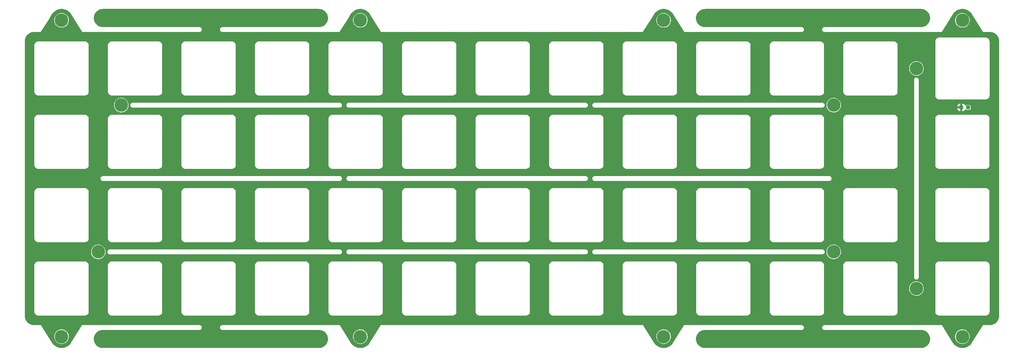
<source format=gbr>
G04 #@! TF.GenerationSoftware,KiCad,Pcbnew,(6.0.1-0)*
G04 #@! TF.CreationDate,2022-06-03T17:32:59-05:00*
G04 #@! TF.ProjectId,plate,706c6174-652e-46b6-9963-61645f706362,rev?*
G04 #@! TF.SameCoordinates,Original*
G04 #@! TF.FileFunction,Copper,L2,Bot*
G04 #@! TF.FilePolarity,Positive*
%FSLAX46Y46*%
G04 Gerber Fmt 4.6, Leading zero omitted, Abs format (unit mm)*
G04 Created by KiCad (PCBNEW (6.0.1-0)) date 2022-06-03 17:32:59*
%MOMM*%
%LPD*%
G01*
G04 APERTURE LIST*
G04 Aperture macros list*
%AMRoundRect*
0 Rectangle with rounded corners*
0 $1 Rounding radius*
0 $2 $3 $4 $5 $6 $7 $8 $9 X,Y pos of 4 corners*
0 Add a 4 corners polygon primitive as box body*
4,1,4,$2,$3,$4,$5,$6,$7,$8,$9,$2,$3,0*
0 Add four circle primitives for the rounded corners*
1,1,$1+$1,$2,$3*
1,1,$1+$1,$4,$5*
1,1,$1+$1,$6,$7*
1,1,$1+$1,$8,$9*
0 Add four rect primitives between the rounded corners*
20,1,$1+$1,$2,$3,$4,$5,0*
20,1,$1+$1,$4,$5,$6,$7,0*
20,1,$1+$1,$6,$7,$8,$9,0*
20,1,$1+$1,$8,$9,$2,$3,0*%
G04 Aperture macros list end*
G04 #@! TA.AperFunction,ComponentPad*
%ADD10C,3.500000*%
G04 #@! TD*
G04 #@! TA.AperFunction,SMDPad,CuDef*
%ADD11RoundRect,0.237500X-0.287500X-0.237500X0.287500X-0.237500X0.287500X0.237500X-0.287500X0.237500X0*%
G04 #@! TD*
G04 #@! TA.AperFunction,ViaPad*
%ADD12C,0.500000*%
G04 #@! TD*
G04 #@! TA.AperFunction,Conductor*
%ADD13C,0.250000*%
G04 #@! TD*
G04 APERTURE END LIST*
D10*
X377429670Y-50006460D03*
X355997174Y-97631332D03*
X233362696Y-37504719D03*
X233362696Y-119657913D03*
X155972006Y-37504719D03*
X389334702Y-37504719D03*
X377428442Y-107156340D03*
X165497014Y-97631332D03*
X355997174Y-59531300D03*
X171450144Y-59531300D03*
X155972006Y-119657913D03*
X311944012Y-119657913D03*
X311944012Y-37504719D03*
X389334702Y-119657913D03*
D11*
X389056243Y-60126781D03*
X390806243Y-60126781D03*
D12*
X387531243Y-60133041D03*
D13*
X387537503Y-60126781D02*
X387531243Y-60133041D01*
X389056243Y-60126781D02*
X387537503Y-60126781D01*
G04 #@! TA.AperFunction,Conductor*
G36*
X166709847Y-34552510D02*
G01*
X166710042Y-34552482D01*
X222644545Y-34553154D01*
X222644545Y-34553177D01*
X222644585Y-34553171D01*
X222649518Y-34555214D01*
X222653835Y-34553426D01*
X222667040Y-34554257D01*
X222667041Y-34554257D01*
X222833526Y-34564731D01*
X222936965Y-34571238D01*
X222952661Y-34573221D01*
X223227799Y-34625707D01*
X223243109Y-34629638D01*
X223430336Y-34690472D01*
X223509498Y-34716193D01*
X223524210Y-34722018D01*
X223777641Y-34841273D01*
X223791507Y-34848896D01*
X224027986Y-34998970D01*
X224040788Y-35008270D01*
X224255797Y-35186141D01*
X224256609Y-35186813D01*
X224268143Y-35197645D01*
X224459874Y-35401818D01*
X224469960Y-35414010D01*
X224634102Y-35639931D01*
X224634590Y-35640603D01*
X224643065Y-35653957D01*
X224778009Y-35899418D01*
X224784740Y-35913724D01*
X224838489Y-36049479D01*
X224887849Y-36174149D01*
X224892738Y-36189197D01*
X224961558Y-36457229D01*
X224962393Y-36460483D01*
X224965357Y-36476020D01*
X224968189Y-36498439D01*
X225000462Y-36753903D01*
X225001456Y-36769695D01*
X225001456Y-37049789D01*
X225000462Y-37065581D01*
X224965443Y-37342786D01*
X224965358Y-37343458D01*
X224962394Y-37358995D01*
X224925806Y-37501498D01*
X224892738Y-37630287D01*
X224887849Y-37645335D01*
X224863374Y-37707153D01*
X224790458Y-37891320D01*
X224784743Y-37905754D01*
X224778009Y-37920066D01*
X224643438Y-38164849D01*
X224643069Y-38165521D01*
X224634593Y-38178876D01*
X224486402Y-38382843D01*
X224469960Y-38405474D01*
X224459874Y-38417666D01*
X224276563Y-38612873D01*
X224268143Y-38621839D01*
X224256612Y-38632668D01*
X224195178Y-38683491D01*
X224040788Y-38811214D01*
X224027986Y-38820514D01*
X223791507Y-38970588D01*
X223777641Y-38978211D01*
X223524210Y-39097466D01*
X223509498Y-39103291D01*
X223430336Y-39129012D01*
X223243109Y-39189846D01*
X223227799Y-39193777D01*
X222952662Y-39246263D01*
X222936965Y-39248246D01*
X222653835Y-39266058D01*
X222653673Y-39263490D01*
X222649566Y-39264290D01*
X222649518Y-39264270D01*
X222649386Y-39264325D01*
X222644547Y-39265267D01*
X222644547Y-39266329D01*
X222644545Y-39266330D01*
X222627666Y-39266330D01*
X222627143Y-39266302D01*
X222626949Y-39266330D01*
X201597963Y-39266047D01*
X197652191Y-39265994D01*
X197648134Y-39265681D01*
X197643916Y-39263934D01*
X197643916Y-39261438D01*
X197494375Y-39279596D01*
X197487249Y-39282298D01*
X197487247Y-39282299D01*
X197436877Y-39301402D01*
X197353525Y-39333013D01*
X197347249Y-39337345D01*
X197235825Y-39414255D01*
X197235823Y-39414257D01*
X197229551Y-39418586D01*
X197224495Y-39424293D01*
X197224494Y-39424294D01*
X197193374Y-39459422D01*
X197129659Y-39531341D01*
X197126119Y-39538086D01*
X197063193Y-39657979D01*
X197063191Y-39657983D01*
X197059653Y-39664725D01*
X197057831Y-39672118D01*
X197057830Y-39672120D01*
X197054885Y-39684071D01*
X197023603Y-39810987D01*
X197023603Y-39961627D01*
X197025425Y-39969017D01*
X197025425Y-39969021D01*
X197057747Y-40100158D01*
X197059653Y-40107889D01*
X197063191Y-40114631D01*
X197063193Y-40114635D01*
X197118539Y-40220085D01*
X197129659Y-40241273D01*
X197134711Y-40246976D01*
X197134712Y-40246977D01*
X197224196Y-40347984D01*
X197229551Y-40354028D01*
X197235823Y-40358357D01*
X197235825Y-40358359D01*
X197283053Y-40390958D01*
X197353525Y-40439601D01*
X197360655Y-40442305D01*
X197487247Y-40490315D01*
X197487249Y-40490316D01*
X197494375Y-40493018D01*
X197643916Y-40511176D01*
X197643916Y-40508680D01*
X197648463Y-40506797D01*
X197650601Y-40506620D01*
X200214323Y-40506606D01*
X228004032Y-40506452D01*
X228012197Y-40507817D01*
X228018306Y-40503459D01*
X228025241Y-40500586D01*
X228028409Y-40492937D01*
X228030246Y-40489997D01*
X228030439Y-40489841D01*
X228031848Y-40487432D01*
X229932205Y-37445500D01*
X231478322Y-37445500D01*
X231478497Y-37449952D01*
X231485858Y-37637296D01*
X231488777Y-37711602D01*
X231536622Y-37973575D01*
X231620902Y-38226194D01*
X231622892Y-38230177D01*
X231622893Y-38230179D01*
X231716576Y-38417666D01*
X231739936Y-38464417D01*
X231742463Y-38468073D01*
X231742464Y-38468075D01*
X231852269Y-38626949D01*
X231891347Y-38683491D01*
X232072117Y-38879046D01*
X232278636Y-39047180D01*
X232282453Y-39049478D01*
X232502970Y-39182240D01*
X232502974Y-39182242D01*
X232506786Y-39184537D01*
X232644255Y-39242748D01*
X232747910Y-39286641D01*
X232747915Y-39286643D01*
X232752013Y-39288378D01*
X232756310Y-39289517D01*
X232756315Y-39289519D01*
X232854901Y-39315658D01*
X233009425Y-39356629D01*
X233273886Y-39387930D01*
X233540119Y-39381656D01*
X233623836Y-39367722D01*
X233798421Y-39338663D01*
X233798425Y-39338662D01*
X233802811Y-39337932D01*
X233807052Y-39336591D01*
X233807055Y-39336590D01*
X234052477Y-39258973D01*
X234052479Y-39258972D01*
X234056723Y-39257630D01*
X234213722Y-39182240D01*
X234292767Y-39144283D01*
X234292768Y-39144282D01*
X234296786Y-39142353D01*
X234408107Y-39067971D01*
X234514504Y-38996879D01*
X234514508Y-38996876D01*
X234518212Y-38994401D01*
X234521529Y-38991430D01*
X234521533Y-38991427D01*
X234713266Y-38819696D01*
X234716582Y-38816726D01*
X234747856Y-38779522D01*
X234885072Y-38616284D01*
X234885074Y-38616282D01*
X234887939Y-38612873D01*
X235028863Y-38386909D01*
X235098153Y-38230179D01*
X235134744Y-38147410D01*
X235136542Y-38143343D01*
X235208829Y-37887035D01*
X235231804Y-37715982D01*
X235243853Y-37626280D01*
X235243854Y-37626272D01*
X235244280Y-37623098D01*
X235248000Y-37504719D01*
X235229192Y-37239077D01*
X235173142Y-36978736D01*
X235080968Y-36728889D01*
X234954511Y-36494523D01*
X234796292Y-36280312D01*
X234752559Y-36235886D01*
X234612601Y-36093713D01*
X234609470Y-36090532D01*
X234605930Y-36087831D01*
X234605924Y-36087825D01*
X234401312Y-35931670D01*
X234401308Y-35931667D01*
X234397771Y-35928968D01*
X234165419Y-35798845D01*
X233917051Y-35702759D01*
X233912726Y-35701756D01*
X233912721Y-35701755D01*
X233809133Y-35677745D01*
X233657623Y-35642626D01*
X233392309Y-35619648D01*
X233387874Y-35619892D01*
X233387870Y-35619892D01*
X233288361Y-35625368D01*
X233126405Y-35634281D01*
X233122045Y-35635148D01*
X233122039Y-35635149D01*
X232994281Y-35660562D01*
X232865215Y-35686235D01*
X232861005Y-35687713D01*
X232861003Y-35687714D01*
X232813597Y-35704362D01*
X232613951Y-35774473D01*
X232610000Y-35776526D01*
X232609994Y-35776528D01*
X232404948Y-35883041D01*
X232377627Y-35897233D01*
X232374012Y-35899816D01*
X232374006Y-35899820D01*
X232333218Y-35928968D01*
X232160958Y-36052067D01*
X231968267Y-36235886D01*
X231965511Y-36239381D01*
X231965510Y-36239383D01*
X231930413Y-36283904D01*
X231803398Y-36445021D01*
X231669641Y-36675300D01*
X231667976Y-36679412D01*
X231667973Y-36679417D01*
X231631679Y-36769023D01*
X231569665Y-36922128D01*
X231505465Y-37180580D01*
X231505011Y-37185008D01*
X231505011Y-37185010D01*
X231499015Y-37243529D01*
X231478322Y-37445500D01*
X229932205Y-37445500D01*
X230997192Y-35740757D01*
X231000057Y-35736813D01*
X231003092Y-35735016D01*
X231004034Y-35731336D01*
X231007520Y-35726538D01*
X231203883Y-35492481D01*
X231213262Y-35482466D01*
X231435799Y-35269403D01*
X231446217Y-35260465D01*
X231690634Y-35072893D01*
X231701948Y-35065152D01*
X231965343Y-34905301D01*
X231977449Y-34898830D01*
X232256654Y-34768620D01*
X232269404Y-34763500D01*
X232411620Y-34715219D01*
X232561137Y-34664460D01*
X232574354Y-34660763D01*
X232783887Y-34614306D01*
X232875139Y-34594074D01*
X232888694Y-34591836D01*
X233194939Y-34558293D01*
X233208658Y-34557544D01*
X233516734Y-34557544D01*
X233530453Y-34558293D01*
X233836698Y-34591836D01*
X233850253Y-34594074D01*
X233941505Y-34614306D01*
X234151038Y-34660763D01*
X234164255Y-34664460D01*
X234313772Y-34715219D01*
X234455988Y-34763500D01*
X234468738Y-34768620D01*
X234747943Y-34898830D01*
X234760049Y-34905301D01*
X235023444Y-35065152D01*
X235034758Y-35072893D01*
X235279175Y-35260465D01*
X235289593Y-35269403D01*
X235512130Y-35482466D01*
X235521509Y-35492481D01*
X235717888Y-35726557D01*
X235721356Y-35731329D01*
X235722300Y-35735016D01*
X235725345Y-35736819D01*
X235728191Y-35740736D01*
X238689610Y-40477219D01*
X238689612Y-40477220D01*
X238699440Y-40492940D01*
X238702607Y-40500586D01*
X238709546Y-40503460D01*
X238715661Y-40507820D01*
X238723822Y-40506452D01*
X238727294Y-40506452D01*
X238727528Y-40506533D01*
X238730291Y-40506452D01*
X306585348Y-40506452D01*
X306593513Y-40507817D01*
X306599622Y-40503459D01*
X306606557Y-40500586D01*
X306609725Y-40492937D01*
X306611562Y-40489997D01*
X306611755Y-40489841D01*
X306613164Y-40487432D01*
X308513521Y-37445500D01*
X310059638Y-37445500D01*
X310059813Y-37449952D01*
X310067174Y-37637296D01*
X310070093Y-37711602D01*
X310117938Y-37973575D01*
X310202218Y-38226194D01*
X310204208Y-38230177D01*
X310204209Y-38230179D01*
X310297892Y-38417666D01*
X310321252Y-38464417D01*
X310323779Y-38468073D01*
X310323780Y-38468075D01*
X310433585Y-38626949D01*
X310472663Y-38683491D01*
X310653433Y-38879046D01*
X310859952Y-39047180D01*
X310863769Y-39049478D01*
X311084286Y-39182240D01*
X311084290Y-39182242D01*
X311088102Y-39184537D01*
X311225571Y-39242748D01*
X311329226Y-39286641D01*
X311329231Y-39286643D01*
X311333329Y-39288378D01*
X311337626Y-39289517D01*
X311337631Y-39289519D01*
X311436217Y-39315658D01*
X311590741Y-39356629D01*
X311855202Y-39387930D01*
X312121435Y-39381656D01*
X312205152Y-39367722D01*
X312379737Y-39338663D01*
X312379741Y-39338662D01*
X312384127Y-39337932D01*
X312388368Y-39336591D01*
X312388371Y-39336590D01*
X312633793Y-39258973D01*
X312633795Y-39258972D01*
X312638039Y-39257630D01*
X312795038Y-39182240D01*
X312874083Y-39144283D01*
X312874084Y-39144282D01*
X312878102Y-39142353D01*
X312989423Y-39067971D01*
X313095820Y-38996879D01*
X313095824Y-38996876D01*
X313099528Y-38994401D01*
X313102845Y-38991430D01*
X313102849Y-38991427D01*
X313294582Y-38819696D01*
X313297898Y-38816726D01*
X313329172Y-38779522D01*
X313466388Y-38616284D01*
X313466390Y-38616282D01*
X313469255Y-38612873D01*
X313610179Y-38386909D01*
X313679469Y-38230179D01*
X313716060Y-38147410D01*
X313717858Y-38143343D01*
X313790145Y-37887035D01*
X313813120Y-37715982D01*
X313825169Y-37626280D01*
X313825170Y-37626272D01*
X313825596Y-37623098D01*
X313829316Y-37504719D01*
X313810508Y-37239077D01*
X313754458Y-36978736D01*
X313662284Y-36728889D01*
X313535827Y-36494523D01*
X313377608Y-36280312D01*
X313333875Y-36235886D01*
X313193917Y-36093713D01*
X313190786Y-36090532D01*
X313187246Y-36087831D01*
X313187240Y-36087825D01*
X312982628Y-35931670D01*
X312982624Y-35931667D01*
X312979087Y-35928968D01*
X312746735Y-35798845D01*
X312498367Y-35702759D01*
X312494042Y-35701756D01*
X312494037Y-35701755D01*
X312390449Y-35677745D01*
X312238939Y-35642626D01*
X311973625Y-35619648D01*
X311969190Y-35619892D01*
X311969186Y-35619892D01*
X311869677Y-35625368D01*
X311707721Y-35634281D01*
X311703361Y-35635148D01*
X311703355Y-35635149D01*
X311575597Y-35660562D01*
X311446531Y-35686235D01*
X311442321Y-35687713D01*
X311442319Y-35687714D01*
X311394913Y-35704362D01*
X311195267Y-35774473D01*
X311191316Y-35776526D01*
X311191310Y-35776528D01*
X310986264Y-35883041D01*
X310958943Y-35897233D01*
X310955328Y-35899816D01*
X310955322Y-35899820D01*
X310914534Y-35928968D01*
X310742274Y-36052067D01*
X310549583Y-36235886D01*
X310546827Y-36239381D01*
X310546826Y-36239383D01*
X310511729Y-36283904D01*
X310384714Y-36445021D01*
X310250957Y-36675300D01*
X310249292Y-36679412D01*
X310249289Y-36679417D01*
X310212995Y-36769023D01*
X310150981Y-36922128D01*
X310086781Y-37180580D01*
X310086327Y-37185008D01*
X310086327Y-37185010D01*
X310080331Y-37243529D01*
X310059638Y-37445500D01*
X308513521Y-37445500D01*
X309578508Y-35740757D01*
X309581373Y-35736813D01*
X309584408Y-35735016D01*
X309585350Y-35731336D01*
X309588836Y-35726538D01*
X309785199Y-35492481D01*
X309794578Y-35482466D01*
X310017115Y-35269403D01*
X310027533Y-35260465D01*
X310271950Y-35072893D01*
X310283264Y-35065152D01*
X310546659Y-34905301D01*
X310558765Y-34898830D01*
X310837970Y-34768620D01*
X310850720Y-34763500D01*
X310992936Y-34715219D01*
X311142453Y-34664460D01*
X311155670Y-34660763D01*
X311365203Y-34614306D01*
X311456455Y-34594074D01*
X311470010Y-34591836D01*
X311776255Y-34558293D01*
X311789974Y-34557544D01*
X312098050Y-34557544D01*
X312111769Y-34558293D01*
X312418014Y-34591836D01*
X312431569Y-34594074D01*
X312522821Y-34614306D01*
X312732354Y-34660763D01*
X312745571Y-34664460D01*
X312895088Y-34715219D01*
X313037304Y-34763500D01*
X313050054Y-34768620D01*
X313329259Y-34898830D01*
X313341365Y-34905301D01*
X313604760Y-35065152D01*
X313616074Y-35072893D01*
X313860491Y-35260465D01*
X313870909Y-35269403D01*
X314093446Y-35482466D01*
X314102825Y-35492481D01*
X314299204Y-35726557D01*
X314302672Y-35731329D01*
X314303616Y-35735016D01*
X314306661Y-35736819D01*
X314309507Y-35740736D01*
X317270926Y-40477219D01*
X317270928Y-40477220D01*
X317280756Y-40492940D01*
X317283923Y-40500586D01*
X317290862Y-40503460D01*
X317296977Y-40507820D01*
X317305138Y-40506452D01*
X317308610Y-40506452D01*
X317308844Y-40506533D01*
X317311607Y-40506452D01*
X337394304Y-40506341D01*
X347654514Y-40506284D01*
X347658574Y-40506597D01*
X347662792Y-40508344D01*
X347662792Y-40510840D01*
X347812333Y-40492682D01*
X347819459Y-40489980D01*
X347819461Y-40489979D01*
X347946053Y-40441969D01*
X347953183Y-40439265D01*
X348070396Y-40358359D01*
X348070883Y-40358023D01*
X348070885Y-40358021D01*
X348077157Y-40353692D01*
X348113037Y-40313192D01*
X348171996Y-40246641D01*
X348171997Y-40246640D01*
X348177049Y-40240937D01*
X348193138Y-40210282D01*
X348243515Y-40114299D01*
X348243517Y-40114295D01*
X348247055Y-40107553D01*
X348248878Y-40100158D01*
X348281283Y-39968685D01*
X348281283Y-39968681D01*
X348283105Y-39961291D01*
X348283105Y-39810651D01*
X348251824Y-39683735D01*
X348248878Y-39671784D01*
X348248877Y-39671782D01*
X348247055Y-39664389D01*
X348243517Y-39657647D01*
X348243515Y-39657643D01*
X348180589Y-39537750D01*
X348177049Y-39531005D01*
X348113335Y-39459086D01*
X348082214Y-39423958D01*
X348082213Y-39423957D01*
X348077157Y-39418250D01*
X348070885Y-39413921D01*
X348070883Y-39413919D01*
X347959459Y-39337009D01*
X347953183Y-39332677D01*
X347870717Y-39301402D01*
X347819461Y-39281963D01*
X347819459Y-39281962D01*
X347812333Y-39279260D01*
X347662792Y-39261102D01*
X347662792Y-39263598D01*
X347658245Y-39265481D01*
X347656106Y-39265658D01*
X322664451Y-39265658D01*
X322664451Y-39265631D01*
X322664404Y-39265639D01*
X322659478Y-39263598D01*
X322655161Y-39265386D01*
X322641945Y-39264555D01*
X322641944Y-39264554D01*
X322423162Y-39250790D01*
X322372031Y-39247574D01*
X322356334Y-39245591D01*
X322081197Y-39193105D01*
X322065887Y-39189174D01*
X321878660Y-39128340D01*
X321799498Y-39102619D01*
X321784786Y-39096794D01*
X321531355Y-38977539D01*
X321517489Y-38969916D01*
X321281010Y-38819842D01*
X321268208Y-38810542D01*
X321110199Y-38679825D01*
X321052384Y-38631996D01*
X321040853Y-38621167D01*
X321033065Y-38612873D01*
X320849122Y-38416994D01*
X320839036Y-38404802D01*
X320712165Y-38230179D01*
X320674403Y-38178204D01*
X320665927Y-38164849D01*
X320654104Y-38143343D01*
X320530987Y-37919394D01*
X320524253Y-37905082D01*
X320518805Y-37891320D01*
X320425196Y-37654889D01*
X320421147Y-37644663D01*
X320416258Y-37629615D01*
X320367847Y-37441068D01*
X320346602Y-37358323D01*
X320343638Y-37342786D01*
X320308534Y-37064909D01*
X320307540Y-37049117D01*
X320307540Y-36769023D01*
X320308534Y-36753231D01*
X320340722Y-36498439D01*
X320343639Y-36475348D01*
X320346603Y-36459811D01*
X320347094Y-36457901D01*
X320416258Y-36188525D01*
X320421147Y-36173477D01*
X320524253Y-35913058D01*
X320530987Y-35898746D01*
X320665931Y-35653285D01*
X320674406Y-35639931D01*
X320677881Y-35635149D01*
X320839036Y-35413338D01*
X320849122Y-35401146D01*
X321040853Y-35196973D01*
X321052387Y-35186141D01*
X321268208Y-35007598D01*
X321281010Y-34998298D01*
X321517489Y-34848224D01*
X321531355Y-34840601D01*
X321784786Y-34721346D01*
X321799498Y-34715521D01*
X321946586Y-34667729D01*
X322065887Y-34628966D01*
X322081197Y-34625035D01*
X322356335Y-34572549D01*
X322372031Y-34570566D01*
X322655161Y-34552754D01*
X322655323Y-34555322D01*
X322659430Y-34554522D01*
X322659478Y-34554542D01*
X322659610Y-34554487D01*
X322664449Y-34553545D01*
X322664449Y-34552483D01*
X322664451Y-34552482D01*
X322681330Y-34552482D01*
X322681853Y-34552510D01*
X322682048Y-34552482D01*
X378616551Y-34553154D01*
X378616551Y-34553177D01*
X378616591Y-34553171D01*
X378621524Y-34555214D01*
X378625841Y-34553426D01*
X378639046Y-34554257D01*
X378639047Y-34554257D01*
X378805532Y-34564731D01*
X378908971Y-34571238D01*
X378924667Y-34573221D01*
X379199805Y-34625707D01*
X379215115Y-34629638D01*
X379402342Y-34690472D01*
X379481504Y-34716193D01*
X379496216Y-34722018D01*
X379749647Y-34841273D01*
X379763513Y-34848896D01*
X379999992Y-34998970D01*
X380012794Y-35008270D01*
X380227803Y-35186141D01*
X380228615Y-35186813D01*
X380240149Y-35197645D01*
X380431880Y-35401818D01*
X380441966Y-35414010D01*
X380606108Y-35639931D01*
X380606596Y-35640603D01*
X380615071Y-35653957D01*
X380750015Y-35899418D01*
X380756746Y-35913724D01*
X380810495Y-36049479D01*
X380859855Y-36174149D01*
X380864744Y-36189197D01*
X380933564Y-36457229D01*
X380934399Y-36460483D01*
X380937363Y-36476020D01*
X380940195Y-36498439D01*
X380972468Y-36753903D01*
X380973462Y-36769695D01*
X380973462Y-37049789D01*
X380972468Y-37065581D01*
X380937449Y-37342786D01*
X380937364Y-37343458D01*
X380934400Y-37358995D01*
X380897812Y-37501498D01*
X380864744Y-37630287D01*
X380859855Y-37645335D01*
X380835380Y-37707153D01*
X380762464Y-37891320D01*
X380756749Y-37905754D01*
X380750015Y-37920066D01*
X380615444Y-38164849D01*
X380615075Y-38165521D01*
X380606599Y-38178876D01*
X380458408Y-38382843D01*
X380441966Y-38405474D01*
X380431880Y-38417666D01*
X380248569Y-38612873D01*
X380240149Y-38621839D01*
X380228618Y-38632668D01*
X380167184Y-38683491D01*
X380012794Y-38811214D01*
X379999992Y-38820514D01*
X379763513Y-38970588D01*
X379749647Y-38978211D01*
X379496216Y-39097466D01*
X379481504Y-39103291D01*
X379402342Y-39129012D01*
X379215115Y-39189846D01*
X379199805Y-39193777D01*
X378924668Y-39246263D01*
X378908971Y-39248246D01*
X378625841Y-39266058D01*
X378625679Y-39263486D01*
X378621565Y-39264287D01*
X378621524Y-39264270D01*
X378621411Y-39264317D01*
X378616555Y-39265262D01*
X378616555Y-39266329D01*
X378616552Y-39266330D01*
X378599665Y-39266330D01*
X378599148Y-39266302D01*
X378598956Y-39266330D01*
X357567767Y-39265764D01*
X353624196Y-39265658D01*
X353620142Y-39265346D01*
X353615922Y-39263598D01*
X353615922Y-39261102D01*
X353466381Y-39279260D01*
X353459255Y-39281962D01*
X353459253Y-39281963D01*
X353407997Y-39301402D01*
X353325531Y-39332677D01*
X353319255Y-39337009D01*
X353207831Y-39413919D01*
X353207829Y-39413921D01*
X353201557Y-39418250D01*
X353196501Y-39423957D01*
X353196500Y-39423958D01*
X353165380Y-39459086D01*
X353101665Y-39531005D01*
X353098125Y-39537750D01*
X353035199Y-39657643D01*
X353035197Y-39657647D01*
X353031659Y-39664389D01*
X353029837Y-39671782D01*
X353029836Y-39671784D01*
X353026891Y-39683735D01*
X352995609Y-39810651D01*
X352995609Y-39961291D01*
X352997431Y-39968681D01*
X352997431Y-39968685D01*
X353029836Y-40100158D01*
X353031659Y-40107553D01*
X353035197Y-40114295D01*
X353035199Y-40114299D01*
X353085576Y-40210282D01*
X353101665Y-40240937D01*
X353106717Y-40246640D01*
X353106718Y-40246641D01*
X353165677Y-40313192D01*
X353201557Y-40353692D01*
X353207829Y-40358021D01*
X353207831Y-40358023D01*
X353208318Y-40358359D01*
X353325531Y-40439265D01*
X353332661Y-40441969D01*
X353459253Y-40489979D01*
X353459255Y-40489980D01*
X353466381Y-40492682D01*
X353615922Y-40510840D01*
X353615922Y-40508344D01*
X353620468Y-40506461D01*
X353622608Y-40506284D01*
X356187701Y-40506298D01*
X383957493Y-40506452D01*
X383976038Y-40506452D01*
X383984203Y-40507817D01*
X383990312Y-40503459D01*
X383997247Y-40500586D01*
X384000415Y-40492937D01*
X384002252Y-40489997D01*
X384002445Y-40489841D01*
X384003854Y-40487432D01*
X385904211Y-37445500D01*
X387450328Y-37445500D01*
X387450503Y-37449952D01*
X387457864Y-37637296D01*
X387460783Y-37711602D01*
X387508628Y-37973575D01*
X387592908Y-38226194D01*
X387594898Y-38230177D01*
X387594899Y-38230179D01*
X387688582Y-38417666D01*
X387711942Y-38464417D01*
X387714469Y-38468073D01*
X387714470Y-38468075D01*
X387824275Y-38626949D01*
X387863353Y-38683491D01*
X388044123Y-38879046D01*
X388250642Y-39047180D01*
X388254459Y-39049478D01*
X388474976Y-39182240D01*
X388474980Y-39182242D01*
X388478792Y-39184537D01*
X388616261Y-39242748D01*
X388719916Y-39286641D01*
X388719921Y-39286643D01*
X388724019Y-39288378D01*
X388728316Y-39289517D01*
X388728321Y-39289519D01*
X388826907Y-39315658D01*
X388981431Y-39356629D01*
X389245892Y-39387930D01*
X389512125Y-39381656D01*
X389595842Y-39367722D01*
X389770427Y-39338663D01*
X389770431Y-39338662D01*
X389774817Y-39337932D01*
X389779058Y-39336591D01*
X389779061Y-39336590D01*
X390024483Y-39258973D01*
X390024485Y-39258972D01*
X390028729Y-39257630D01*
X390185728Y-39182240D01*
X390264773Y-39144283D01*
X390264774Y-39144282D01*
X390268792Y-39142353D01*
X390380113Y-39067971D01*
X390486510Y-38996879D01*
X390486514Y-38996876D01*
X390490218Y-38994401D01*
X390493535Y-38991430D01*
X390493539Y-38991427D01*
X390685272Y-38819696D01*
X390688588Y-38816726D01*
X390719862Y-38779522D01*
X390857078Y-38616284D01*
X390857080Y-38616282D01*
X390859945Y-38612873D01*
X391000869Y-38386909D01*
X391070159Y-38230179D01*
X391106750Y-38147410D01*
X391108548Y-38143343D01*
X391180835Y-37887035D01*
X391203810Y-37715982D01*
X391215859Y-37626280D01*
X391215860Y-37626272D01*
X391216286Y-37623098D01*
X391220006Y-37504719D01*
X391201198Y-37239077D01*
X391145148Y-36978736D01*
X391052974Y-36728889D01*
X390926517Y-36494523D01*
X390768298Y-36280312D01*
X390724565Y-36235886D01*
X390584607Y-36093713D01*
X390581476Y-36090532D01*
X390577936Y-36087831D01*
X390577930Y-36087825D01*
X390373318Y-35931670D01*
X390373314Y-35931667D01*
X390369777Y-35928968D01*
X390137425Y-35798845D01*
X389889057Y-35702759D01*
X389884732Y-35701756D01*
X389884727Y-35701755D01*
X389781139Y-35677745D01*
X389629629Y-35642626D01*
X389364315Y-35619648D01*
X389359880Y-35619892D01*
X389359876Y-35619892D01*
X389260367Y-35625368D01*
X389098411Y-35634281D01*
X389094051Y-35635148D01*
X389094045Y-35635149D01*
X388966287Y-35660562D01*
X388837221Y-35686235D01*
X388833011Y-35687713D01*
X388833009Y-35687714D01*
X388785603Y-35704362D01*
X388585957Y-35774473D01*
X388582006Y-35776526D01*
X388582000Y-35776528D01*
X388376954Y-35883041D01*
X388349633Y-35897233D01*
X388346018Y-35899816D01*
X388346012Y-35899820D01*
X388305224Y-35928968D01*
X388132964Y-36052067D01*
X387940273Y-36235886D01*
X387937517Y-36239381D01*
X387937516Y-36239383D01*
X387902419Y-36283904D01*
X387775404Y-36445021D01*
X387641647Y-36675300D01*
X387639982Y-36679412D01*
X387639979Y-36679417D01*
X387603685Y-36769023D01*
X387541671Y-36922128D01*
X387477471Y-37180580D01*
X387477017Y-37185008D01*
X387477017Y-37185010D01*
X387471021Y-37243529D01*
X387450328Y-37445500D01*
X385904211Y-37445500D01*
X386969198Y-35740757D01*
X386972063Y-35736813D01*
X386975098Y-35735016D01*
X386976040Y-35731336D01*
X386979526Y-35726538D01*
X387175889Y-35492481D01*
X387185268Y-35482466D01*
X387407805Y-35269403D01*
X387418223Y-35260465D01*
X387662640Y-35072893D01*
X387673954Y-35065152D01*
X387937349Y-34905301D01*
X387949455Y-34898830D01*
X388228660Y-34768620D01*
X388241410Y-34763500D01*
X388383626Y-34715219D01*
X388533143Y-34664460D01*
X388546360Y-34660763D01*
X388755893Y-34614306D01*
X388847145Y-34594074D01*
X388860700Y-34591836D01*
X389166945Y-34558293D01*
X389180664Y-34557544D01*
X389488740Y-34557544D01*
X389502459Y-34558293D01*
X389808704Y-34591836D01*
X389822259Y-34594074D01*
X389913511Y-34614306D01*
X390123044Y-34660763D01*
X390136261Y-34664460D01*
X390285778Y-34715219D01*
X390427994Y-34763500D01*
X390440744Y-34768620D01*
X390719949Y-34898830D01*
X390732055Y-34905301D01*
X390995450Y-35065152D01*
X391006764Y-35072893D01*
X391251181Y-35260465D01*
X391261599Y-35269403D01*
X391484136Y-35482466D01*
X391493515Y-35492481D01*
X391689894Y-35726557D01*
X391693362Y-35731329D01*
X391694306Y-35735016D01*
X391697351Y-35736819D01*
X391700197Y-35740736D01*
X394661616Y-40477219D01*
X394661618Y-40477220D01*
X394671446Y-40492940D01*
X394674613Y-40500586D01*
X394681552Y-40503460D01*
X394687667Y-40507820D01*
X394695828Y-40506452D01*
X394699300Y-40506452D01*
X394699534Y-40506533D01*
X394702297Y-40506452D01*
X396474661Y-40506456D01*
X396474661Y-40506481D01*
X396474704Y-40506474D01*
X396479634Y-40508516D01*
X396483973Y-40506718D01*
X396557670Y-40511176D01*
X396756043Y-40523176D01*
X396771147Y-40525010D01*
X397036026Y-40573551D01*
X397050799Y-40577192D01*
X397307894Y-40657306D01*
X397322119Y-40662700D01*
X397567703Y-40773227D01*
X397581167Y-40780295D01*
X397811618Y-40919608D01*
X397824140Y-40928251D01*
X398036129Y-41094334D01*
X398047517Y-41104424D01*
X398237926Y-41294833D01*
X398248016Y-41306221D01*
X398414099Y-41518210D01*
X398422742Y-41530732D01*
X398562053Y-41761179D01*
X398569123Y-41774647D01*
X398668114Y-41994600D01*
X398679649Y-42020229D01*
X398685043Y-42034454D01*
X398755191Y-42259566D01*
X398765158Y-42291551D01*
X398768799Y-42306324D01*
X398817340Y-42571203D01*
X398819174Y-42586307D01*
X398835632Y-42858377D01*
X398833153Y-42858527D01*
X398833921Y-42862506D01*
X398833834Y-42862716D01*
X398834072Y-42863292D01*
X398834921Y-42867689D01*
X398835894Y-42867689D01*
X398835894Y-42884503D01*
X398835864Y-42885067D01*
X398835894Y-42885278D01*
X398835894Y-114295171D01*
X398835869Y-114295171D01*
X398835876Y-114295214D01*
X398833834Y-114300144D01*
X398835632Y-114304483D01*
X398834825Y-114317825D01*
X398819174Y-114576553D01*
X398817340Y-114591657D01*
X398768799Y-114856536D01*
X398765158Y-114871309D01*
X398685044Y-115128404D01*
X398679650Y-115142629D01*
X398679644Y-115142643D01*
X398569125Y-115388208D01*
X398562055Y-115401677D01*
X398422742Y-115632128D01*
X398414100Y-115644649D01*
X398249943Y-115854179D01*
X398248016Y-115856639D01*
X398237926Y-115868027D01*
X398047517Y-116058436D01*
X398036129Y-116068526D01*
X397824140Y-116234609D01*
X397811619Y-116243251D01*
X397581167Y-116382565D01*
X397567703Y-116389633D01*
X397467593Y-116434688D01*
X397322121Y-116500159D01*
X397307894Y-116505554D01*
X397050799Y-116585668D01*
X397036026Y-116589309D01*
X396771147Y-116637850D01*
X396756043Y-116639684D01*
X396483973Y-116656142D01*
X396483823Y-116653664D01*
X396479845Y-116654431D01*
X396479634Y-116654344D01*
X396479055Y-116654584D01*
X396474659Y-116655432D01*
X396474659Y-116656405D01*
X396469614Y-116656405D01*
X396458540Y-116656406D01*
X396457874Y-116656406D01*
X396457291Y-116656375D01*
X396457073Y-116656406D01*
X395790207Y-116656448D01*
X394695826Y-116656516D01*
X394687668Y-116655148D01*
X394681552Y-116659508D01*
X394674612Y-116662383D01*
X394671447Y-116670024D01*
X394669599Y-116672979D01*
X394669406Y-116673135D01*
X394668012Y-116675517D01*
X391700198Y-121421895D01*
X391697350Y-121425814D01*
X391694306Y-121427616D01*
X391693361Y-121431304D01*
X391689895Y-121436074D01*
X391493515Y-121670151D01*
X391484140Y-121680162D01*
X391411584Y-121749630D01*
X391261604Y-121893225D01*
X391251181Y-121902167D01*
X391006764Y-122089739D01*
X390995450Y-122097480D01*
X390732055Y-122257331D01*
X390719949Y-122263802D01*
X390440744Y-122394012D01*
X390427994Y-122399132D01*
X390305145Y-122440838D01*
X390136261Y-122498172D01*
X390123044Y-122501869D01*
X389913511Y-122548326D01*
X389822259Y-122568558D01*
X389808704Y-122570796D01*
X389502459Y-122604339D01*
X389488740Y-122605088D01*
X389180664Y-122605088D01*
X389166945Y-122604339D01*
X388860700Y-122570796D01*
X388847145Y-122568558D01*
X388755893Y-122548326D01*
X388546360Y-122501869D01*
X388533143Y-122498172D01*
X388364259Y-122440838D01*
X388241410Y-122399132D01*
X388228660Y-122394012D01*
X387949455Y-122263802D01*
X387937349Y-122257331D01*
X387673954Y-122097480D01*
X387662640Y-122089739D01*
X387418223Y-121902167D01*
X387407800Y-121893225D01*
X387257821Y-121749630D01*
X387185264Y-121680162D01*
X387175877Y-121670137D01*
X387062466Y-121534955D01*
X386979530Y-121436099D01*
X386976041Y-121431296D01*
X386975098Y-121427616D01*
X386972061Y-121425818D01*
X386969201Y-121421881D01*
X386962293Y-121410824D01*
X385830139Y-119598694D01*
X387450328Y-119598694D01*
X387450503Y-119603146D01*
X387458314Y-119801945D01*
X387460783Y-119864796D01*
X387508628Y-120126769D01*
X387592908Y-120379388D01*
X387594898Y-120383371D01*
X387594899Y-120383373D01*
X387671182Y-120536037D01*
X387711942Y-120617611D01*
X387714469Y-120621267D01*
X387714470Y-120621269D01*
X387760247Y-120687502D01*
X387863353Y-120836685D01*
X387971131Y-120953278D01*
X388013438Y-120999045D01*
X388044123Y-121032240D01*
X388250642Y-121200374D01*
X388254459Y-121202672D01*
X388474976Y-121335434D01*
X388474980Y-121335436D01*
X388478792Y-121337731D01*
X388616261Y-121395942D01*
X388719916Y-121439835D01*
X388719921Y-121439837D01*
X388724019Y-121441572D01*
X388728316Y-121442711D01*
X388728321Y-121442713D01*
X388799167Y-121461497D01*
X388981431Y-121509823D01*
X389245892Y-121541124D01*
X389512125Y-121534850D01*
X389622317Y-121516509D01*
X389770427Y-121491857D01*
X389770431Y-121491856D01*
X389774817Y-121491126D01*
X389779058Y-121489785D01*
X389779061Y-121489784D01*
X390024483Y-121412167D01*
X390024485Y-121412166D01*
X390028729Y-121410824D01*
X390268792Y-121295547D01*
X390380113Y-121221165D01*
X390486510Y-121150073D01*
X390486514Y-121150070D01*
X390490218Y-121147595D01*
X390493535Y-121144624D01*
X390493539Y-121144621D01*
X390667613Y-120988707D01*
X390688588Y-120969920D01*
X390719862Y-120932716D01*
X390857078Y-120769478D01*
X390857080Y-120769476D01*
X390859945Y-120766067D01*
X391000869Y-120540103D01*
X391061982Y-120401869D01*
X391106750Y-120300604D01*
X391108548Y-120296537D01*
X391180835Y-120040229D01*
X391203810Y-119869176D01*
X391215859Y-119779474D01*
X391215860Y-119779466D01*
X391216286Y-119776292D01*
X391220006Y-119657913D01*
X391201198Y-119392271D01*
X391170534Y-119249840D01*
X391146084Y-119136277D01*
X391146084Y-119136275D01*
X391145148Y-119131930D01*
X391052974Y-118882083D01*
X390963758Y-118716736D01*
X390928630Y-118651633D01*
X390926517Y-118647717D01*
X390768298Y-118433506D01*
X390724565Y-118389080D01*
X390639903Y-118303078D01*
X390581476Y-118243726D01*
X390577936Y-118241025D01*
X390577930Y-118241019D01*
X390373318Y-118084864D01*
X390373314Y-118084861D01*
X390369777Y-118082162D01*
X390137425Y-117952039D01*
X389889057Y-117855953D01*
X389884732Y-117854950D01*
X389884727Y-117854949D01*
X389757723Y-117825511D01*
X389629629Y-117795820D01*
X389364315Y-117772842D01*
X389359880Y-117773086D01*
X389359876Y-117773086D01*
X389260367Y-117778562D01*
X389098411Y-117787475D01*
X389094051Y-117788342D01*
X389094045Y-117788343D01*
X388966287Y-117813756D01*
X388837221Y-117839429D01*
X388833011Y-117840907D01*
X388833009Y-117840908D01*
X388785603Y-117857556D01*
X388585957Y-117927667D01*
X388582006Y-117929720D01*
X388582000Y-117929722D01*
X388353583Y-118048375D01*
X388349633Y-118050427D01*
X388346018Y-118053010D01*
X388346012Y-118053014D01*
X388305224Y-118082162D01*
X388132964Y-118205261D01*
X387940273Y-118389080D01*
X387937517Y-118392575D01*
X387937516Y-118392577D01*
X387819966Y-118541689D01*
X387775404Y-118598215D01*
X387641647Y-118828494D01*
X387541671Y-119075322D01*
X387526530Y-119136277D01*
X387496350Y-119257774D01*
X387477471Y-119333774D01*
X387477017Y-119338202D01*
X387477017Y-119338204D01*
X387457034Y-119533241D01*
X387450328Y-119598694D01*
X385830139Y-119598694D01*
X384000416Y-116670031D01*
X383997247Y-116662382D01*
X383990313Y-116659510D01*
X383984202Y-116655150D01*
X383976036Y-116656516D01*
X383972573Y-116656516D01*
X383972337Y-116656434D01*
X383969564Y-116656516D01*
X363876934Y-116656405D01*
X353624198Y-116656348D01*
X353620140Y-116656035D01*
X353615922Y-116654288D01*
X353615922Y-116651792D01*
X353466381Y-116669950D01*
X353459255Y-116672652D01*
X353459253Y-116672653D01*
X353358662Y-116710802D01*
X353325531Y-116723367D01*
X353319255Y-116727699D01*
X353207831Y-116804609D01*
X353207829Y-116804611D01*
X353201557Y-116808940D01*
X353196501Y-116814647D01*
X353196500Y-116814648D01*
X353106818Y-116915879D01*
X353101665Y-116921695D01*
X353098125Y-116928440D01*
X353035199Y-117048333D01*
X353035197Y-117048337D01*
X353031659Y-117055079D01*
X353029837Y-117062472D01*
X353029836Y-117062474D01*
X353026891Y-117074425D01*
X352995609Y-117201341D01*
X352995609Y-117351981D01*
X352997431Y-117359371D01*
X352997431Y-117359375D01*
X353029836Y-117490848D01*
X353031659Y-117498243D01*
X353035197Y-117504985D01*
X353035199Y-117504989D01*
X353090545Y-117610439D01*
X353101665Y-117631627D01*
X353106717Y-117637330D01*
X353106718Y-117637331D01*
X353196401Y-117738562D01*
X353201557Y-117744382D01*
X353207829Y-117748711D01*
X353207831Y-117748713D01*
X353276078Y-117795820D01*
X353325531Y-117829955D01*
X353332661Y-117832659D01*
X353459253Y-117880669D01*
X353459255Y-117880670D01*
X353466381Y-117883372D01*
X353615922Y-117901530D01*
X353615922Y-117899034D01*
X353620468Y-117897151D01*
X353622609Y-117896974D01*
X378616716Y-117897310D01*
X378616719Y-117897310D01*
X378616719Y-117897333D01*
X378616759Y-117897327D01*
X378621692Y-117899370D01*
X378626009Y-117897582D01*
X378639214Y-117898413D01*
X378639215Y-117898413D01*
X378805700Y-117908887D01*
X378909139Y-117915394D01*
X378924835Y-117917377D01*
X379199973Y-117969863D01*
X379215283Y-117973794D01*
X379402510Y-118034628D01*
X379481672Y-118060349D01*
X379496384Y-118066174D01*
X379749815Y-118185429D01*
X379763679Y-118193051D01*
X380000160Y-118343126D01*
X380012962Y-118352426D01*
X380228648Y-118530857D01*
X380228783Y-118530969D01*
X380240317Y-118541801D01*
X380432048Y-118745974D01*
X380442134Y-118758166D01*
X380606683Y-118984647D01*
X380606764Y-118984759D01*
X380615239Y-118998113D01*
X380750183Y-119243574D01*
X380756917Y-119257886D01*
X380860023Y-119518305D01*
X380864912Y-119533353D01*
X380934366Y-119803855D01*
X380934567Y-119804639D01*
X380937531Y-119820176D01*
X380965330Y-120040229D01*
X380972636Y-120098059D01*
X380973630Y-120113851D01*
X380973630Y-120393945D01*
X380972636Y-120409737D01*
X380937617Y-120686942D01*
X380937532Y-120687614D01*
X380934568Y-120703151D01*
X380899441Y-120839961D01*
X380864912Y-120974443D01*
X380860023Y-120989491D01*
X380844394Y-121028967D01*
X380775620Y-121202672D01*
X380756917Y-121249910D01*
X380750183Y-121264222D01*
X380615243Y-121509677D01*
X380606767Y-121523032D01*
X380590596Y-121545290D01*
X380442134Y-121749630D01*
X380432048Y-121761822D01*
X380300252Y-121902171D01*
X380240317Y-121965995D01*
X380228786Y-121976824D01*
X380186636Y-122011694D01*
X380012962Y-122155370D01*
X380000161Y-122164670D01*
X379848534Y-122260895D01*
X379763681Y-122314744D01*
X379749815Y-122322367D01*
X379496384Y-122441622D01*
X379481672Y-122447447D01*
X379402510Y-122473168D01*
X379215283Y-122534002D01*
X379199973Y-122537933D01*
X378925423Y-122590307D01*
X378924836Y-122590419D01*
X378909139Y-122592402D01*
X378626009Y-122610214D01*
X378625847Y-122607646D01*
X378621740Y-122608446D01*
X378621692Y-122608426D01*
X378621560Y-122608481D01*
X378616721Y-122609423D01*
X378616721Y-122610485D01*
X378616719Y-122610486D01*
X378599840Y-122610486D01*
X378599317Y-122610458D01*
X378599122Y-122610486D01*
X322664619Y-122609814D01*
X322664619Y-122609791D01*
X322664579Y-122609797D01*
X322659646Y-122607754D01*
X322655329Y-122609542D01*
X322642124Y-122608711D01*
X322642123Y-122608711D01*
X322475638Y-122598237D01*
X322372199Y-122591730D01*
X322356502Y-122589747D01*
X322355915Y-122589635D01*
X322081365Y-122537261D01*
X322066055Y-122533330D01*
X321878828Y-122472496D01*
X321799666Y-122446775D01*
X321784954Y-122440950D01*
X321531523Y-122321695D01*
X321517657Y-122314072D01*
X321433864Y-122260895D01*
X321281177Y-122163998D01*
X321268376Y-122154698D01*
X321194908Y-122093920D01*
X321052552Y-121976152D01*
X321041021Y-121965323D01*
X321016562Y-121939276D01*
X320849290Y-121761150D01*
X320839204Y-121748958D01*
X320781937Y-121670137D01*
X320674571Y-121522360D01*
X320666095Y-121509005D01*
X320531155Y-121263550D01*
X320524421Y-121249238D01*
X320505985Y-121202672D01*
X320438506Y-121032240D01*
X320421315Y-120988819D01*
X320416426Y-120973771D01*
X320362125Y-120762284D01*
X320346770Y-120702479D01*
X320343806Y-120686942D01*
X320335048Y-120617611D01*
X320308702Y-120409065D01*
X320307708Y-120393273D01*
X320307708Y-120113179D01*
X320308702Y-120097387D01*
X320338647Y-119860347D01*
X320343807Y-119819504D01*
X320346771Y-119803967D01*
X320347262Y-119802057D01*
X320396843Y-119608953D01*
X320416426Y-119532681D01*
X320421315Y-119517633D01*
X320524155Y-119257886D01*
X320524424Y-119257208D01*
X320531155Y-119242902D01*
X320666099Y-118997441D01*
X320674574Y-118984087D01*
X320674656Y-118983975D01*
X320839204Y-118757494D01*
X320849290Y-118745302D01*
X321041021Y-118541129D01*
X321052555Y-118530297D01*
X321052691Y-118530185D01*
X321268376Y-118351754D01*
X321281178Y-118342454D01*
X321517659Y-118192379D01*
X321531523Y-118184757D01*
X321784954Y-118065502D01*
X321799666Y-118059677D01*
X321946754Y-118011885D01*
X322066055Y-117973122D01*
X322081365Y-117969191D01*
X322356503Y-117916705D01*
X322372199Y-117914722D01*
X322655329Y-117896910D01*
X322655491Y-117899478D01*
X322659598Y-117898678D01*
X322659646Y-117898698D01*
X322659778Y-117898643D01*
X322664617Y-117897701D01*
X322664617Y-117896639D01*
X322664619Y-117896638D01*
X322681498Y-117896638D01*
X322682021Y-117896666D01*
X322682215Y-117896638D01*
X343709132Y-117896921D01*
X347654517Y-117896974D01*
X347658574Y-117897287D01*
X347662792Y-117899034D01*
X347662792Y-117901530D01*
X347812333Y-117883372D01*
X347819459Y-117880670D01*
X347819461Y-117880669D01*
X347946053Y-117832659D01*
X347953183Y-117829955D01*
X348002636Y-117795820D01*
X348070883Y-117748713D01*
X348070885Y-117748711D01*
X348077157Y-117744382D01*
X348082313Y-117738562D01*
X348171996Y-117637331D01*
X348171997Y-117637330D01*
X348177049Y-117631627D01*
X348188169Y-117610439D01*
X348243515Y-117504989D01*
X348243517Y-117504985D01*
X348247055Y-117498243D01*
X348248878Y-117490848D01*
X348281283Y-117359375D01*
X348281283Y-117359371D01*
X348283105Y-117351981D01*
X348283105Y-117201341D01*
X348251824Y-117074425D01*
X348248878Y-117062474D01*
X348248877Y-117062472D01*
X348247055Y-117055079D01*
X348243517Y-117048337D01*
X348243515Y-117048333D01*
X348180589Y-116928440D01*
X348177049Y-116921695D01*
X348171897Y-116915879D01*
X348082214Y-116814648D01*
X348082213Y-116814647D01*
X348077157Y-116808940D01*
X348070885Y-116804611D01*
X348070883Y-116804609D01*
X347959459Y-116727699D01*
X347953183Y-116723367D01*
X347920052Y-116710802D01*
X347819461Y-116672653D01*
X347819459Y-116672652D01*
X347812333Y-116669950D01*
X347662792Y-116651792D01*
X347662792Y-116654288D01*
X347658245Y-116656171D01*
X347656107Y-116656348D01*
X345091961Y-116656362D01*
X317305138Y-116656516D01*
X317296978Y-116655148D01*
X317290861Y-116659508D01*
X317283923Y-116662382D01*
X317280757Y-116670024D01*
X317278912Y-116672975D01*
X317278717Y-116673132D01*
X317277317Y-116675525D01*
X314309508Y-121421895D01*
X314306660Y-121425814D01*
X314303616Y-121427616D01*
X314302671Y-121431304D01*
X314299205Y-121436074D01*
X314102825Y-121670151D01*
X314093450Y-121680162D01*
X314020894Y-121749630D01*
X313870914Y-121893225D01*
X313860491Y-121902167D01*
X313616074Y-122089739D01*
X313604760Y-122097480D01*
X313341365Y-122257331D01*
X313329259Y-122263802D01*
X313050054Y-122394012D01*
X313037304Y-122399132D01*
X312914455Y-122440838D01*
X312745571Y-122498172D01*
X312732354Y-122501869D01*
X312522821Y-122548326D01*
X312431569Y-122568558D01*
X312418014Y-122570796D01*
X312111769Y-122604339D01*
X312098050Y-122605088D01*
X311789974Y-122605088D01*
X311776255Y-122604339D01*
X311470010Y-122570796D01*
X311456455Y-122568558D01*
X311365203Y-122548326D01*
X311155670Y-122501869D01*
X311142453Y-122498172D01*
X310973569Y-122440838D01*
X310850720Y-122399132D01*
X310837970Y-122394012D01*
X310558765Y-122263802D01*
X310546659Y-122257331D01*
X310283264Y-122097480D01*
X310271950Y-122089739D01*
X310027533Y-121902167D01*
X310017110Y-121893225D01*
X309867131Y-121749630D01*
X309794574Y-121680162D01*
X309785187Y-121670137D01*
X309671776Y-121534955D01*
X309588840Y-121436099D01*
X309585351Y-121431296D01*
X309584408Y-121427616D01*
X309581371Y-121425818D01*
X309578511Y-121421881D01*
X309571603Y-121410824D01*
X308439449Y-119598694D01*
X310059638Y-119598694D01*
X310059813Y-119603146D01*
X310067624Y-119801945D01*
X310070093Y-119864796D01*
X310117938Y-120126769D01*
X310202218Y-120379388D01*
X310204208Y-120383371D01*
X310204209Y-120383373D01*
X310280492Y-120536037D01*
X310321252Y-120617611D01*
X310323779Y-120621267D01*
X310323780Y-120621269D01*
X310369557Y-120687502D01*
X310472663Y-120836685D01*
X310580441Y-120953278D01*
X310622748Y-120999045D01*
X310653433Y-121032240D01*
X310859952Y-121200374D01*
X310863769Y-121202672D01*
X311084286Y-121335434D01*
X311084290Y-121335436D01*
X311088102Y-121337731D01*
X311225571Y-121395942D01*
X311329226Y-121439835D01*
X311329231Y-121439837D01*
X311333329Y-121441572D01*
X311337626Y-121442711D01*
X311337631Y-121442713D01*
X311408477Y-121461497D01*
X311590741Y-121509823D01*
X311855202Y-121541124D01*
X312121435Y-121534850D01*
X312231627Y-121516509D01*
X312379737Y-121491857D01*
X312379741Y-121491856D01*
X312384127Y-121491126D01*
X312388368Y-121489785D01*
X312388371Y-121489784D01*
X312633793Y-121412167D01*
X312633795Y-121412166D01*
X312638039Y-121410824D01*
X312878102Y-121295547D01*
X312989423Y-121221165D01*
X313095820Y-121150073D01*
X313095824Y-121150070D01*
X313099528Y-121147595D01*
X313102845Y-121144624D01*
X313102849Y-121144621D01*
X313276923Y-120988707D01*
X313297898Y-120969920D01*
X313329172Y-120932716D01*
X313466388Y-120769478D01*
X313466390Y-120769476D01*
X313469255Y-120766067D01*
X313610179Y-120540103D01*
X313671292Y-120401869D01*
X313716060Y-120300604D01*
X313717858Y-120296537D01*
X313790145Y-120040229D01*
X313813120Y-119869176D01*
X313825169Y-119779474D01*
X313825170Y-119779466D01*
X313825596Y-119776292D01*
X313829316Y-119657913D01*
X313810508Y-119392271D01*
X313779844Y-119249840D01*
X313755394Y-119136277D01*
X313755394Y-119136275D01*
X313754458Y-119131930D01*
X313662284Y-118882083D01*
X313573068Y-118716736D01*
X313537940Y-118651633D01*
X313535827Y-118647717D01*
X313377608Y-118433506D01*
X313333875Y-118389080D01*
X313249213Y-118303078D01*
X313190786Y-118243726D01*
X313187246Y-118241025D01*
X313187240Y-118241019D01*
X312982628Y-118084864D01*
X312982624Y-118084861D01*
X312979087Y-118082162D01*
X312746735Y-117952039D01*
X312498367Y-117855953D01*
X312494042Y-117854950D01*
X312494037Y-117854949D01*
X312367033Y-117825511D01*
X312238939Y-117795820D01*
X311973625Y-117772842D01*
X311969190Y-117773086D01*
X311969186Y-117773086D01*
X311869677Y-117778562D01*
X311707721Y-117787475D01*
X311703361Y-117788342D01*
X311703355Y-117788343D01*
X311575597Y-117813756D01*
X311446531Y-117839429D01*
X311442321Y-117840907D01*
X311442319Y-117840908D01*
X311394913Y-117857556D01*
X311195267Y-117927667D01*
X311191316Y-117929720D01*
X311191310Y-117929722D01*
X310962893Y-118048375D01*
X310958943Y-118050427D01*
X310955328Y-118053010D01*
X310955322Y-118053014D01*
X310914534Y-118082162D01*
X310742274Y-118205261D01*
X310549583Y-118389080D01*
X310546827Y-118392575D01*
X310546826Y-118392577D01*
X310429276Y-118541689D01*
X310384714Y-118598215D01*
X310250957Y-118828494D01*
X310150981Y-119075322D01*
X310135840Y-119136277D01*
X310105660Y-119257774D01*
X310086781Y-119333774D01*
X310086327Y-119338202D01*
X310086327Y-119338204D01*
X310066344Y-119533241D01*
X310059638Y-119598694D01*
X308439449Y-119598694D01*
X306609726Y-116670031D01*
X306606557Y-116662382D01*
X306599623Y-116659510D01*
X306593512Y-116655150D01*
X306585346Y-116656516D01*
X306581884Y-116656516D01*
X306581648Y-116656434D01*
X306578874Y-116656516D01*
X289025718Y-116656521D01*
X238723822Y-116656535D01*
X238715662Y-116655167D01*
X238709545Y-116659527D01*
X238702607Y-116662401D01*
X238699441Y-116670043D01*
X238697596Y-116672994D01*
X238697402Y-116673150D01*
X238696018Y-116675517D01*
X236741048Y-119802057D01*
X235728190Y-121421899D01*
X235725346Y-121425813D01*
X235722300Y-121427616D01*
X235721355Y-121431304D01*
X235717891Y-121436072D01*
X235521509Y-121670151D01*
X235512134Y-121680162D01*
X235439578Y-121749630D01*
X235289598Y-121893225D01*
X235279175Y-121902167D01*
X235034758Y-122089739D01*
X235023444Y-122097480D01*
X234760049Y-122257331D01*
X234747943Y-122263802D01*
X234468738Y-122394012D01*
X234455988Y-122399132D01*
X234333139Y-122440838D01*
X234164255Y-122498172D01*
X234151038Y-122501869D01*
X233941505Y-122548326D01*
X233850253Y-122568558D01*
X233836698Y-122570796D01*
X233530453Y-122604339D01*
X233516734Y-122605088D01*
X233208658Y-122605088D01*
X233194939Y-122604339D01*
X232888694Y-122570796D01*
X232875139Y-122568558D01*
X232783887Y-122548326D01*
X232574354Y-122501869D01*
X232561137Y-122498172D01*
X232392253Y-122440838D01*
X232269404Y-122399132D01*
X232256654Y-122394012D01*
X231977449Y-122263802D01*
X231965343Y-122257331D01*
X231701948Y-122097480D01*
X231690634Y-122089739D01*
X231446217Y-121902167D01*
X231435794Y-121893225D01*
X231285815Y-121749630D01*
X231213258Y-121680162D01*
X231203871Y-121670137D01*
X231090460Y-121534955D01*
X231007524Y-121436099D01*
X231004035Y-121431296D01*
X231003092Y-121427616D01*
X231000055Y-121425818D01*
X230997195Y-121421881D01*
X230989083Y-121408896D01*
X229858129Y-119598694D01*
X231478322Y-119598694D01*
X231478497Y-119603146D01*
X231486308Y-119801945D01*
X231488777Y-119864796D01*
X231536622Y-120126769D01*
X231620902Y-120379388D01*
X231622892Y-120383371D01*
X231622893Y-120383373D01*
X231699176Y-120536037D01*
X231739936Y-120617611D01*
X231742463Y-120621267D01*
X231742464Y-120621269D01*
X231788241Y-120687502D01*
X231891347Y-120836685D01*
X231999125Y-120953278D01*
X232041432Y-120999045D01*
X232072117Y-121032240D01*
X232278636Y-121200374D01*
X232282453Y-121202672D01*
X232502970Y-121335434D01*
X232502974Y-121335436D01*
X232506786Y-121337731D01*
X232644255Y-121395942D01*
X232747910Y-121439835D01*
X232747915Y-121439837D01*
X232752013Y-121441572D01*
X232756310Y-121442711D01*
X232756315Y-121442713D01*
X232827161Y-121461497D01*
X233009425Y-121509823D01*
X233273886Y-121541124D01*
X233540119Y-121534850D01*
X233650311Y-121516509D01*
X233798421Y-121491857D01*
X233798425Y-121491856D01*
X233802811Y-121491126D01*
X233807052Y-121489785D01*
X233807055Y-121489784D01*
X234052477Y-121412167D01*
X234052479Y-121412166D01*
X234056723Y-121410824D01*
X234296786Y-121295547D01*
X234408107Y-121221165D01*
X234514504Y-121150073D01*
X234514508Y-121150070D01*
X234518212Y-121147595D01*
X234521529Y-121144624D01*
X234521533Y-121144621D01*
X234695607Y-120988707D01*
X234716582Y-120969920D01*
X234747856Y-120932716D01*
X234885072Y-120769478D01*
X234885074Y-120769476D01*
X234887939Y-120766067D01*
X235028863Y-120540103D01*
X235089976Y-120401869D01*
X235134744Y-120300604D01*
X235136542Y-120296537D01*
X235208829Y-120040229D01*
X235231804Y-119869176D01*
X235243853Y-119779474D01*
X235243854Y-119779466D01*
X235244280Y-119776292D01*
X235248000Y-119657913D01*
X235229192Y-119392271D01*
X235198528Y-119249840D01*
X235174078Y-119136277D01*
X235174078Y-119136275D01*
X235173142Y-119131930D01*
X235080968Y-118882083D01*
X234991752Y-118716736D01*
X234956624Y-118651633D01*
X234954511Y-118647717D01*
X234796292Y-118433506D01*
X234752559Y-118389080D01*
X234667897Y-118303078D01*
X234609470Y-118243726D01*
X234605930Y-118241025D01*
X234605924Y-118241019D01*
X234401312Y-118084864D01*
X234401308Y-118084861D01*
X234397771Y-118082162D01*
X234165419Y-117952039D01*
X233917051Y-117855953D01*
X233912726Y-117854950D01*
X233912721Y-117854949D01*
X233785717Y-117825511D01*
X233657623Y-117795820D01*
X233392309Y-117772842D01*
X233387874Y-117773086D01*
X233387870Y-117773086D01*
X233288361Y-117778562D01*
X233126405Y-117787475D01*
X233122045Y-117788342D01*
X233122039Y-117788343D01*
X232994281Y-117813756D01*
X232865215Y-117839429D01*
X232861005Y-117840907D01*
X232861003Y-117840908D01*
X232813597Y-117857556D01*
X232613951Y-117927667D01*
X232610000Y-117929720D01*
X232609994Y-117929722D01*
X232381577Y-118048375D01*
X232377627Y-118050427D01*
X232374012Y-118053010D01*
X232374006Y-118053014D01*
X232333218Y-118082162D01*
X232160958Y-118205261D01*
X231968267Y-118389080D01*
X231965511Y-118392575D01*
X231965510Y-118392577D01*
X231847960Y-118541689D01*
X231803398Y-118598215D01*
X231669641Y-118828494D01*
X231569665Y-119075322D01*
X231554524Y-119136277D01*
X231524344Y-119257774D01*
X231505465Y-119333774D01*
X231505011Y-119338202D01*
X231505011Y-119338204D01*
X231485028Y-119533241D01*
X231478322Y-119598694D01*
X229858129Y-119598694D01*
X228064357Y-116727587D01*
X228038170Y-116685672D01*
X228028571Y-116670308D01*
X228025241Y-116662270D01*
X228017869Y-116659216D01*
X228012196Y-116655169D01*
X228004813Y-116656404D01*
X228000186Y-116656404D01*
X228000154Y-116656393D01*
X227999787Y-116656404D01*
X209685574Y-116656303D01*
X197652192Y-116656236D01*
X197648134Y-116655923D01*
X197643916Y-116654176D01*
X197643916Y-116651680D01*
X197494375Y-116669838D01*
X197487249Y-116672540D01*
X197487247Y-116672541D01*
X197392526Y-116708464D01*
X197353525Y-116723255D01*
X197347249Y-116727587D01*
X197235825Y-116804497D01*
X197235823Y-116804499D01*
X197229551Y-116808828D01*
X197224495Y-116814535D01*
X197224494Y-116814536D01*
X197193374Y-116849664D01*
X197129659Y-116921583D01*
X197126119Y-116928328D01*
X197063193Y-117048221D01*
X197063191Y-117048225D01*
X197059653Y-117054967D01*
X197057831Y-117062360D01*
X197057830Y-117062362D01*
X197054885Y-117074313D01*
X197023603Y-117201229D01*
X197023603Y-117351869D01*
X197025425Y-117359259D01*
X197025425Y-117359263D01*
X197054912Y-117478897D01*
X197059653Y-117498131D01*
X197063191Y-117504873D01*
X197063193Y-117504877D01*
X197113452Y-117600636D01*
X197129659Y-117631515D01*
X197134711Y-117637218D01*
X197134712Y-117637219D01*
X197193473Y-117703546D01*
X197229551Y-117744270D01*
X197235823Y-117748599D01*
X197235825Y-117748601D01*
X197347249Y-117825511D01*
X197353525Y-117829843D01*
X197360655Y-117832547D01*
X197487247Y-117880557D01*
X197487249Y-117880558D01*
X197494375Y-117883260D01*
X197643916Y-117901418D01*
X197643916Y-117898922D01*
X197648462Y-117897039D01*
X197650603Y-117896862D01*
X222644701Y-117897198D01*
X222644713Y-117897198D01*
X222644713Y-117897221D01*
X222644753Y-117897215D01*
X222649686Y-117899258D01*
X222654003Y-117897470D01*
X222667208Y-117898301D01*
X222667209Y-117898301D01*
X222833694Y-117908775D01*
X222937133Y-117915282D01*
X222952829Y-117917265D01*
X223227967Y-117969751D01*
X223243277Y-117973682D01*
X223430504Y-118034516D01*
X223509666Y-118060237D01*
X223524378Y-118066062D01*
X223777809Y-118185317D01*
X223791673Y-118192939D01*
X224028154Y-118343014D01*
X224040956Y-118352314D01*
X224255965Y-118530185D01*
X224256777Y-118530857D01*
X224268311Y-118541689D01*
X224460042Y-118745862D01*
X224470128Y-118758054D01*
X224634270Y-118983975D01*
X224634758Y-118984647D01*
X224643233Y-118998001D01*
X224778177Y-119243462D01*
X224784908Y-119257768D01*
X224839924Y-119396723D01*
X224888017Y-119518193D01*
X224892906Y-119533241D01*
X224961927Y-119802057D01*
X224962561Y-119804527D01*
X224965525Y-119820064D01*
X224993880Y-120044514D01*
X225000630Y-120097947D01*
X225001624Y-120113739D01*
X225001624Y-120393833D01*
X225000630Y-120409625D01*
X224965597Y-120686942D01*
X224965526Y-120687502D01*
X224962562Y-120703039D01*
X224945504Y-120769478D01*
X224892906Y-120974331D01*
X224888017Y-120989379D01*
X224884190Y-120999045D01*
X224785133Y-121249238D01*
X224784911Y-121249798D01*
X224778177Y-121264110D01*
X224643237Y-121509565D01*
X224634761Y-121522920D01*
X224527802Y-121670137D01*
X224470128Y-121749518D01*
X224460042Y-121761710D01*
X224293297Y-121939276D01*
X224268311Y-121965883D01*
X224256780Y-121976712D01*
X224115101Y-122093920D01*
X224040956Y-122155258D01*
X224028155Y-122164558D01*
X224027978Y-122164670D01*
X223791675Y-122314632D01*
X223777809Y-122322255D01*
X223524378Y-122441510D01*
X223509666Y-122447335D01*
X223430504Y-122473056D01*
X223243277Y-122533890D01*
X223227967Y-122537821D01*
X222952830Y-122590307D01*
X222937133Y-122592290D01*
X222654003Y-122610102D01*
X222653841Y-122607534D01*
X222649734Y-122608334D01*
X222649686Y-122608314D01*
X222649554Y-122608369D01*
X222644715Y-122609311D01*
X222644715Y-122610373D01*
X222644713Y-122610374D01*
X222627834Y-122610374D01*
X222627311Y-122610346D01*
X222627116Y-122610374D01*
X166692613Y-122609702D01*
X166692613Y-122609679D01*
X166692573Y-122609685D01*
X166687640Y-122607642D01*
X166683323Y-122609430D01*
X166670118Y-122608599D01*
X166670117Y-122608599D01*
X166503632Y-122598125D01*
X166400193Y-122591618D01*
X166384496Y-122589635D01*
X166109359Y-122537149D01*
X166094049Y-122533218D01*
X165906822Y-122472384D01*
X165827660Y-122446663D01*
X165812948Y-122440838D01*
X165559517Y-122321583D01*
X165545651Y-122313960D01*
X165309349Y-122163998D01*
X165309171Y-122163886D01*
X165296370Y-122154586D01*
X165080546Y-121976040D01*
X165069015Y-121965211D01*
X165044661Y-121939276D01*
X164877284Y-121761038D01*
X164867198Y-121748846D01*
X164813844Y-121675411D01*
X164702565Y-121522248D01*
X164694089Y-121508893D01*
X164693973Y-121508682D01*
X164559149Y-121263438D01*
X164552415Y-121249126D01*
X164512217Y-121147595D01*
X164453136Y-120998373D01*
X164449309Y-120988707D01*
X164444420Y-120973659D01*
X164409251Y-120836685D01*
X164374764Y-120702367D01*
X164371800Y-120686830D01*
X164352751Y-120536037D01*
X164336696Y-120408953D01*
X164335702Y-120393161D01*
X164335702Y-120113067D01*
X164336696Y-120097275D01*
X164343903Y-120040229D01*
X164371801Y-119819392D01*
X164374765Y-119803855D01*
X164375256Y-119801945D01*
X164444420Y-119532569D01*
X164449309Y-119517521D01*
X164497136Y-119396723D01*
X164552418Y-119257096D01*
X164559149Y-119242790D01*
X164694093Y-118997329D01*
X164702568Y-118983975D01*
X164718655Y-118961834D01*
X164867198Y-118757382D01*
X164877284Y-118745190D01*
X165069015Y-118541017D01*
X165080549Y-118530185D01*
X165121749Y-118496102D01*
X165296370Y-118351642D01*
X165309172Y-118342342D01*
X165525177Y-118205261D01*
X165545653Y-118192267D01*
X165559517Y-118184645D01*
X165812948Y-118065390D01*
X165827660Y-118059565D01*
X165906822Y-118033844D01*
X166094049Y-117973010D01*
X166109359Y-117969079D01*
X166384497Y-117916593D01*
X166400193Y-117914610D01*
X166683323Y-117896798D01*
X166683485Y-117899366D01*
X166687592Y-117898566D01*
X166687640Y-117898586D01*
X166687772Y-117898531D01*
X166692611Y-117897589D01*
X166692611Y-117896527D01*
X166692613Y-117896526D01*
X166709492Y-117896526D01*
X166710015Y-117896554D01*
X166710209Y-117896526D01*
X187737126Y-117896809D01*
X191682511Y-117896862D01*
X191686568Y-117897175D01*
X191690786Y-117898922D01*
X191690786Y-117901418D01*
X191840327Y-117883260D01*
X191847453Y-117880558D01*
X191847455Y-117880557D01*
X191974047Y-117832547D01*
X191981177Y-117829843D01*
X191987453Y-117825511D01*
X192098877Y-117748601D01*
X192098879Y-117748599D01*
X192105151Y-117744270D01*
X192141229Y-117703546D01*
X192199990Y-117637219D01*
X192199991Y-117637218D01*
X192205043Y-117631515D01*
X192221250Y-117600636D01*
X192271509Y-117504877D01*
X192271511Y-117504873D01*
X192275049Y-117498131D01*
X192279790Y-117478897D01*
X192309277Y-117359263D01*
X192309277Y-117359259D01*
X192311099Y-117351869D01*
X192311099Y-117201229D01*
X192279818Y-117074313D01*
X192276872Y-117062362D01*
X192276871Y-117062360D01*
X192275049Y-117054967D01*
X192271511Y-117048225D01*
X192271509Y-117048221D01*
X192208583Y-116928328D01*
X192205043Y-116921583D01*
X192141329Y-116849664D01*
X192110208Y-116814536D01*
X192110207Y-116814535D01*
X192105151Y-116808828D01*
X192098879Y-116804499D01*
X192098877Y-116804497D01*
X191987453Y-116727587D01*
X191981177Y-116723255D01*
X191942176Y-116708464D01*
X191847455Y-116672541D01*
X191847453Y-116672540D01*
X191840327Y-116669838D01*
X191690786Y-116651680D01*
X191690786Y-116654176D01*
X191686239Y-116656059D01*
X191684101Y-116656236D01*
X189120081Y-116656250D01*
X161333132Y-116656404D01*
X161324971Y-116655036D01*
X161318854Y-116659396D01*
X161311917Y-116662270D01*
X161308751Y-116669913D01*
X161306905Y-116672866D01*
X161306712Y-116673021D01*
X161305317Y-116675405D01*
X158337499Y-121421899D01*
X158334655Y-121425813D01*
X158331610Y-121427616D01*
X158330666Y-121431303D01*
X158327196Y-121436077D01*
X158130819Y-121670151D01*
X158121444Y-121680162D01*
X158048888Y-121749630D01*
X157898908Y-121893225D01*
X157888485Y-121902167D01*
X157644068Y-122089739D01*
X157632754Y-122097480D01*
X157369359Y-122257331D01*
X157357253Y-122263802D01*
X157078048Y-122394012D01*
X157065298Y-122399132D01*
X156942449Y-122440838D01*
X156773565Y-122498172D01*
X156760348Y-122501869D01*
X156550815Y-122548326D01*
X156459563Y-122568558D01*
X156446008Y-122570796D01*
X156139763Y-122604339D01*
X156126044Y-122605088D01*
X155817968Y-122605088D01*
X155804249Y-122604339D01*
X155498004Y-122570796D01*
X155484449Y-122568558D01*
X155393197Y-122548326D01*
X155183664Y-122501869D01*
X155170447Y-122498172D01*
X155001563Y-122440838D01*
X154878714Y-122399132D01*
X154865964Y-122394012D01*
X154586759Y-122263802D01*
X154574653Y-122257331D01*
X154311258Y-122097480D01*
X154299944Y-122089739D01*
X154055527Y-121902167D01*
X154045104Y-121893225D01*
X153895125Y-121749630D01*
X153822568Y-121680162D01*
X153813193Y-121670151D01*
X153616831Y-121436095D01*
X153613345Y-121431296D01*
X153612402Y-121427616D01*
X153609365Y-121425818D01*
X153606506Y-121421882D01*
X152740565Y-120035821D01*
X152467470Y-119598694D01*
X154087632Y-119598694D01*
X154087807Y-119603146D01*
X154095618Y-119801945D01*
X154098087Y-119864796D01*
X154145932Y-120126769D01*
X154230212Y-120379388D01*
X154232202Y-120383371D01*
X154232203Y-120383373D01*
X154308486Y-120536037D01*
X154349246Y-120617611D01*
X154351773Y-120621267D01*
X154351774Y-120621269D01*
X154397551Y-120687502D01*
X154500657Y-120836685D01*
X154608435Y-120953278D01*
X154650742Y-120999045D01*
X154681427Y-121032240D01*
X154887946Y-121200374D01*
X154891763Y-121202672D01*
X155112280Y-121335434D01*
X155112284Y-121335436D01*
X155116096Y-121337731D01*
X155253565Y-121395942D01*
X155357220Y-121439835D01*
X155357225Y-121439837D01*
X155361323Y-121441572D01*
X155365620Y-121442711D01*
X155365625Y-121442713D01*
X155436471Y-121461497D01*
X155618735Y-121509823D01*
X155883196Y-121541124D01*
X156149429Y-121534850D01*
X156259621Y-121516509D01*
X156407731Y-121491857D01*
X156407735Y-121491856D01*
X156412121Y-121491126D01*
X156416362Y-121489785D01*
X156416365Y-121489784D01*
X156661787Y-121412167D01*
X156661789Y-121412166D01*
X156666033Y-121410824D01*
X156906096Y-121295547D01*
X157017417Y-121221165D01*
X157123814Y-121150073D01*
X157123818Y-121150070D01*
X157127522Y-121147595D01*
X157130839Y-121144624D01*
X157130843Y-121144621D01*
X157304917Y-120988707D01*
X157325892Y-120969920D01*
X157357166Y-120932716D01*
X157494382Y-120769478D01*
X157494384Y-120769476D01*
X157497249Y-120766067D01*
X157638173Y-120540103D01*
X157699286Y-120401869D01*
X157744054Y-120300604D01*
X157745852Y-120296537D01*
X157818139Y-120040229D01*
X157841114Y-119869176D01*
X157853163Y-119779474D01*
X157853164Y-119779466D01*
X157853590Y-119776292D01*
X157857310Y-119657913D01*
X157838502Y-119392271D01*
X157807838Y-119249840D01*
X157783388Y-119136277D01*
X157783388Y-119136275D01*
X157782452Y-119131930D01*
X157690278Y-118882083D01*
X157601062Y-118716736D01*
X157565934Y-118651633D01*
X157563821Y-118647717D01*
X157405602Y-118433506D01*
X157361869Y-118389080D01*
X157277207Y-118303078D01*
X157218780Y-118243726D01*
X157215240Y-118241025D01*
X157215234Y-118241019D01*
X157010622Y-118084864D01*
X157010618Y-118084861D01*
X157007081Y-118082162D01*
X156774729Y-117952039D01*
X156526361Y-117855953D01*
X156522036Y-117854950D01*
X156522031Y-117854949D01*
X156395027Y-117825511D01*
X156266933Y-117795820D01*
X156001619Y-117772842D01*
X155997184Y-117773086D01*
X155997180Y-117773086D01*
X155897671Y-117778562D01*
X155735715Y-117787475D01*
X155731355Y-117788342D01*
X155731349Y-117788343D01*
X155603591Y-117813756D01*
X155474525Y-117839429D01*
X155470315Y-117840907D01*
X155470313Y-117840908D01*
X155422907Y-117857556D01*
X155223261Y-117927667D01*
X155219310Y-117929720D01*
X155219304Y-117929722D01*
X154990887Y-118048375D01*
X154986937Y-118050427D01*
X154983322Y-118053010D01*
X154983316Y-118053014D01*
X154942528Y-118082162D01*
X154770268Y-118205261D01*
X154577577Y-118389080D01*
X154574821Y-118392575D01*
X154574820Y-118392577D01*
X154457270Y-118541689D01*
X154412708Y-118598215D01*
X154278951Y-118828494D01*
X154178975Y-119075322D01*
X154163834Y-119136277D01*
X154133654Y-119257774D01*
X154114775Y-119333774D01*
X154114321Y-119338202D01*
X154114321Y-119338204D01*
X154094338Y-119533241D01*
X154087632Y-119598694D01*
X152467470Y-119598694D01*
X150637720Y-116669920D01*
X150634551Y-116662270D01*
X150627617Y-116659398D01*
X150621506Y-116655038D01*
X150613340Y-116656404D01*
X150609878Y-116656404D01*
X150609642Y-116656322D01*
X150606868Y-116656404D01*
X148834786Y-116656404D01*
X148834786Y-116656385D01*
X148834753Y-116656390D01*
X148829842Y-116654356D01*
X148825503Y-116656154D01*
X148668779Y-116646674D01*
X148553433Y-116639696D01*
X148538329Y-116637862D01*
X148273450Y-116589321D01*
X148258677Y-116585680D01*
X148001582Y-116505566D01*
X147987355Y-116500171D01*
X147741773Y-116389645D01*
X147728309Y-116382577D01*
X147497857Y-116243263D01*
X147485336Y-116234621D01*
X147273347Y-116068538D01*
X147261959Y-116058448D01*
X147071550Y-115868039D01*
X147061460Y-115856651D01*
X146895377Y-115644662D01*
X146886734Y-115632140D01*
X146747423Y-115401693D01*
X146740351Y-115388220D01*
X146629827Y-115142643D01*
X146624432Y-115128416D01*
X146544318Y-114871321D01*
X146540677Y-114856548D01*
X146492136Y-114591669D01*
X146490302Y-114576565D01*
X146473844Y-114304495D01*
X146476323Y-114304345D01*
X146475555Y-114300366D01*
X146475642Y-114300156D01*
X146475404Y-114299580D01*
X146474555Y-114295183D01*
X146473582Y-114295183D01*
X146473582Y-114278369D01*
X146473612Y-114277802D01*
X146473582Y-114277594D01*
X146473582Y-113156700D01*
X148943615Y-113156700D01*
X148959246Y-113335369D01*
X149005666Y-113508610D01*
X149007989Y-113513591D01*
X149007989Y-113513592D01*
X149079137Y-113666171D01*
X149079140Y-113666176D01*
X149081463Y-113671158D01*
X149138901Y-113753188D01*
X149160069Y-113783418D01*
X149184335Y-113818074D01*
X149311156Y-113944895D01*
X149315664Y-113948052D01*
X149315667Y-113948054D01*
X149320380Y-113951354D01*
X149458072Y-114047767D01*
X149463054Y-114050090D01*
X149463059Y-114050093D01*
X149606303Y-114116888D01*
X149620620Y-114123564D01*
X149625928Y-114124986D01*
X149625930Y-114124987D01*
X149678891Y-114139178D01*
X149793861Y-114169984D01*
X149899231Y-114179202D01*
X149954845Y-114184068D01*
X149954846Y-114184068D01*
X149972530Y-114185615D01*
X149972530Y-114183760D01*
X149977142Y-114181850D01*
X149978645Y-114181700D01*
X161963563Y-114181700D01*
X161968596Y-114182130D01*
X161972530Y-114183760D01*
X161972530Y-114185615D01*
X161988798Y-114184192D01*
X161988799Y-114184192D01*
X162063803Y-114177630D01*
X162151199Y-114169984D01*
X162266169Y-114139178D01*
X162319130Y-114124987D01*
X162319132Y-114124986D01*
X162324440Y-114123564D01*
X162338757Y-114116888D01*
X162482001Y-114050093D01*
X162482006Y-114050090D01*
X162486988Y-114047767D01*
X162624680Y-113951354D01*
X162629393Y-113948054D01*
X162629396Y-113948052D01*
X162633904Y-113944895D01*
X162760725Y-113818074D01*
X162784992Y-113783418D01*
X162806159Y-113753188D01*
X162863597Y-113671158D01*
X162865920Y-113666176D01*
X162865923Y-113666171D01*
X162937071Y-113513592D01*
X162937071Y-113513591D01*
X162939394Y-113508610D01*
X162985814Y-113335369D01*
X163001445Y-113156700D01*
X167993695Y-113156700D01*
X168009326Y-113335369D01*
X168055746Y-113508610D01*
X168058069Y-113513591D01*
X168058069Y-113513592D01*
X168129217Y-113666171D01*
X168129220Y-113666176D01*
X168131543Y-113671158D01*
X168188981Y-113753188D01*
X168210149Y-113783418D01*
X168234415Y-113818074D01*
X168361236Y-113944895D01*
X168365744Y-113948052D01*
X168365747Y-113948054D01*
X168370460Y-113951354D01*
X168508152Y-114047767D01*
X168513134Y-114050090D01*
X168513139Y-114050093D01*
X168656383Y-114116888D01*
X168670700Y-114123564D01*
X168676008Y-114124986D01*
X168676010Y-114124987D01*
X168728971Y-114139178D01*
X168843941Y-114169984D01*
X168949311Y-114179202D01*
X169004925Y-114184068D01*
X169004926Y-114184068D01*
X169022610Y-114185615D01*
X169022610Y-114183760D01*
X169027222Y-114181850D01*
X169028725Y-114181700D01*
X181013643Y-114181700D01*
X181018676Y-114182130D01*
X181022610Y-114183760D01*
X181022610Y-114185615D01*
X181038878Y-114184192D01*
X181038879Y-114184192D01*
X181113883Y-114177630D01*
X181201279Y-114169984D01*
X181316249Y-114139178D01*
X181369210Y-114124987D01*
X181369212Y-114124986D01*
X181374520Y-114123564D01*
X181388837Y-114116888D01*
X181532081Y-114050093D01*
X181532086Y-114050090D01*
X181537068Y-114047767D01*
X181674760Y-113951354D01*
X181679473Y-113948054D01*
X181679476Y-113948052D01*
X181683984Y-113944895D01*
X181810805Y-113818074D01*
X181835072Y-113783418D01*
X181856239Y-113753188D01*
X181913677Y-113671158D01*
X181916000Y-113666176D01*
X181916003Y-113666171D01*
X181987151Y-113513592D01*
X181987151Y-113513591D01*
X181989474Y-113508610D01*
X182035894Y-113335369D01*
X182051525Y-113156700D01*
X187043775Y-113156700D01*
X187059406Y-113335369D01*
X187105826Y-113508610D01*
X187108149Y-113513591D01*
X187108149Y-113513592D01*
X187179297Y-113666171D01*
X187179300Y-113666176D01*
X187181623Y-113671158D01*
X187239061Y-113753188D01*
X187260229Y-113783418D01*
X187284495Y-113818074D01*
X187411316Y-113944895D01*
X187415824Y-113948052D01*
X187415827Y-113948054D01*
X187420540Y-113951354D01*
X187558232Y-114047767D01*
X187563214Y-114050090D01*
X187563219Y-114050093D01*
X187706463Y-114116888D01*
X187720780Y-114123564D01*
X187726088Y-114124986D01*
X187726090Y-114124987D01*
X187779051Y-114139178D01*
X187894021Y-114169984D01*
X187999391Y-114179202D01*
X188055005Y-114184068D01*
X188055006Y-114184068D01*
X188072690Y-114185615D01*
X188072690Y-114183760D01*
X188077302Y-114181850D01*
X188078805Y-114181700D01*
X200063723Y-114181700D01*
X200068756Y-114182130D01*
X200072690Y-114183760D01*
X200072690Y-114185615D01*
X200088958Y-114184192D01*
X200088959Y-114184192D01*
X200163963Y-114177630D01*
X200251359Y-114169984D01*
X200366329Y-114139178D01*
X200419290Y-114124987D01*
X200419292Y-114124986D01*
X200424600Y-114123564D01*
X200438917Y-114116888D01*
X200582161Y-114050093D01*
X200582166Y-114050090D01*
X200587148Y-114047767D01*
X200724840Y-113951354D01*
X200729553Y-113948054D01*
X200729556Y-113948052D01*
X200734064Y-113944895D01*
X200860885Y-113818074D01*
X200885152Y-113783418D01*
X200906319Y-113753188D01*
X200963757Y-113671158D01*
X200966080Y-113666176D01*
X200966083Y-113666171D01*
X201037231Y-113513592D01*
X201037231Y-113513591D01*
X201039554Y-113508610D01*
X201085974Y-113335369D01*
X201101605Y-113156700D01*
X206093855Y-113156700D01*
X206109486Y-113335369D01*
X206155906Y-113508610D01*
X206158229Y-113513591D01*
X206158229Y-113513592D01*
X206229377Y-113666171D01*
X206229380Y-113666176D01*
X206231703Y-113671158D01*
X206289141Y-113753188D01*
X206310309Y-113783418D01*
X206334575Y-113818074D01*
X206461396Y-113944895D01*
X206465904Y-113948052D01*
X206465907Y-113948054D01*
X206470620Y-113951354D01*
X206608312Y-114047767D01*
X206613294Y-114050090D01*
X206613299Y-114050093D01*
X206756543Y-114116888D01*
X206770860Y-114123564D01*
X206776168Y-114124986D01*
X206776170Y-114124987D01*
X206829131Y-114139178D01*
X206944101Y-114169984D01*
X207049471Y-114179202D01*
X207105085Y-114184068D01*
X207105086Y-114184068D01*
X207122770Y-114185615D01*
X207122770Y-114183760D01*
X207127382Y-114181850D01*
X207128885Y-114181700D01*
X219113803Y-114181700D01*
X219118836Y-114182130D01*
X219122770Y-114183760D01*
X219122770Y-114185615D01*
X219139038Y-114184192D01*
X219139039Y-114184192D01*
X219214043Y-114177630D01*
X219301439Y-114169984D01*
X219416409Y-114139178D01*
X219469370Y-114124987D01*
X219469372Y-114124986D01*
X219474680Y-114123564D01*
X219488997Y-114116888D01*
X219632241Y-114050093D01*
X219632246Y-114050090D01*
X219637228Y-114047767D01*
X219774920Y-113951354D01*
X219779633Y-113948054D01*
X219779636Y-113948052D01*
X219784144Y-113944895D01*
X219910965Y-113818074D01*
X219935232Y-113783418D01*
X219956399Y-113753188D01*
X220013837Y-113671158D01*
X220016160Y-113666176D01*
X220016163Y-113666171D01*
X220087311Y-113513592D01*
X220087311Y-113513591D01*
X220089634Y-113508610D01*
X220136054Y-113335369D01*
X220151685Y-113156700D01*
X225143935Y-113156700D01*
X225159566Y-113335369D01*
X225205986Y-113508610D01*
X225208309Y-113513591D01*
X225208309Y-113513592D01*
X225279457Y-113666171D01*
X225279460Y-113666176D01*
X225281783Y-113671158D01*
X225339221Y-113753188D01*
X225360389Y-113783418D01*
X225384655Y-113818074D01*
X225511476Y-113944895D01*
X225515984Y-113948052D01*
X225515987Y-113948054D01*
X225520700Y-113951354D01*
X225658392Y-114047767D01*
X225663374Y-114050090D01*
X225663379Y-114050093D01*
X225806623Y-114116888D01*
X225820940Y-114123564D01*
X225826248Y-114124986D01*
X225826250Y-114124987D01*
X225879211Y-114139178D01*
X225994181Y-114169984D01*
X226099551Y-114179202D01*
X226155165Y-114184068D01*
X226155166Y-114184068D01*
X226172850Y-114185615D01*
X226172850Y-114183760D01*
X226177462Y-114181850D01*
X226178965Y-114181700D01*
X238163883Y-114181700D01*
X238168916Y-114182130D01*
X238172850Y-114183760D01*
X238172850Y-114185615D01*
X238189118Y-114184192D01*
X238189119Y-114184192D01*
X238264123Y-114177630D01*
X238351519Y-114169984D01*
X238466489Y-114139178D01*
X238519450Y-114124987D01*
X238519452Y-114124986D01*
X238524760Y-114123564D01*
X238539077Y-114116888D01*
X238682321Y-114050093D01*
X238682326Y-114050090D01*
X238687308Y-114047767D01*
X238825000Y-113951354D01*
X238829713Y-113948054D01*
X238829716Y-113948052D01*
X238834224Y-113944895D01*
X238961045Y-113818074D01*
X238985312Y-113783418D01*
X239006479Y-113753188D01*
X239063917Y-113671158D01*
X239066240Y-113666176D01*
X239066243Y-113666171D01*
X239137391Y-113513592D01*
X239137391Y-113513591D01*
X239139714Y-113508610D01*
X239186134Y-113335369D01*
X239201765Y-113156700D01*
X244194015Y-113156700D01*
X244209646Y-113335369D01*
X244256066Y-113508610D01*
X244258389Y-113513591D01*
X244258389Y-113513592D01*
X244329537Y-113666171D01*
X244329540Y-113666176D01*
X244331863Y-113671158D01*
X244389301Y-113753188D01*
X244410469Y-113783418D01*
X244434735Y-113818074D01*
X244561556Y-113944895D01*
X244566064Y-113948052D01*
X244566067Y-113948054D01*
X244570780Y-113951354D01*
X244708472Y-114047767D01*
X244713454Y-114050090D01*
X244713459Y-114050093D01*
X244856703Y-114116888D01*
X244871020Y-114123564D01*
X244876328Y-114124986D01*
X244876330Y-114124987D01*
X244929291Y-114139178D01*
X245044261Y-114169984D01*
X245149631Y-114179202D01*
X245205245Y-114184068D01*
X245205246Y-114184068D01*
X245222930Y-114185615D01*
X245222930Y-114183760D01*
X245227542Y-114181850D01*
X245229045Y-114181700D01*
X257213963Y-114181700D01*
X257218996Y-114182130D01*
X257222930Y-114183760D01*
X257222930Y-114185615D01*
X257239198Y-114184192D01*
X257239199Y-114184192D01*
X257314203Y-114177630D01*
X257401599Y-114169984D01*
X257516569Y-114139178D01*
X257569530Y-114124987D01*
X257569532Y-114124986D01*
X257574840Y-114123564D01*
X257589157Y-114116888D01*
X257732401Y-114050093D01*
X257732406Y-114050090D01*
X257737388Y-114047767D01*
X257875080Y-113951354D01*
X257879793Y-113948054D01*
X257879796Y-113948052D01*
X257884304Y-113944895D01*
X258011125Y-113818074D01*
X258035392Y-113783418D01*
X258056559Y-113753188D01*
X258113997Y-113671158D01*
X258116320Y-113666176D01*
X258116323Y-113666171D01*
X258187471Y-113513592D01*
X258187471Y-113513591D01*
X258189794Y-113508610D01*
X258236214Y-113335369D01*
X258251845Y-113156700D01*
X263244095Y-113156700D01*
X263259726Y-113335369D01*
X263306146Y-113508610D01*
X263308469Y-113513591D01*
X263308469Y-113513592D01*
X263379617Y-113666171D01*
X263379620Y-113666176D01*
X263381943Y-113671158D01*
X263439381Y-113753188D01*
X263460549Y-113783418D01*
X263484815Y-113818074D01*
X263611636Y-113944895D01*
X263616144Y-113948052D01*
X263616147Y-113948054D01*
X263620860Y-113951354D01*
X263758552Y-114047767D01*
X263763534Y-114050090D01*
X263763539Y-114050093D01*
X263906783Y-114116888D01*
X263921100Y-114123564D01*
X263926408Y-114124986D01*
X263926410Y-114124987D01*
X263979371Y-114139178D01*
X264094341Y-114169984D01*
X264199711Y-114179202D01*
X264255325Y-114184068D01*
X264255326Y-114184068D01*
X264273010Y-114185615D01*
X264273010Y-114183760D01*
X264277622Y-114181850D01*
X264279125Y-114181700D01*
X276264043Y-114181700D01*
X276269076Y-114182130D01*
X276273010Y-114183760D01*
X276273010Y-114185615D01*
X276289278Y-114184192D01*
X276289279Y-114184192D01*
X276364283Y-114177630D01*
X276451679Y-114169984D01*
X276566649Y-114139178D01*
X276619610Y-114124987D01*
X276619612Y-114124986D01*
X276624920Y-114123564D01*
X276639237Y-114116888D01*
X276782481Y-114050093D01*
X276782486Y-114050090D01*
X276787468Y-114047767D01*
X276925160Y-113951354D01*
X276929873Y-113948054D01*
X276929876Y-113948052D01*
X276934384Y-113944895D01*
X277061205Y-113818074D01*
X277085472Y-113783418D01*
X277106639Y-113753188D01*
X277164077Y-113671158D01*
X277166400Y-113666176D01*
X277166403Y-113666171D01*
X277237551Y-113513592D01*
X277237551Y-113513591D01*
X277239874Y-113508610D01*
X277286294Y-113335369D01*
X277301925Y-113156700D01*
X282294175Y-113156700D01*
X282309806Y-113335369D01*
X282356226Y-113508610D01*
X282358549Y-113513591D01*
X282358549Y-113513592D01*
X282429697Y-113666171D01*
X282429700Y-113666176D01*
X282432023Y-113671158D01*
X282489461Y-113753188D01*
X282510629Y-113783418D01*
X282534895Y-113818074D01*
X282661716Y-113944895D01*
X282666224Y-113948052D01*
X282666227Y-113948054D01*
X282670940Y-113951354D01*
X282808632Y-114047767D01*
X282813614Y-114050090D01*
X282813619Y-114050093D01*
X282956863Y-114116888D01*
X282971180Y-114123564D01*
X282976488Y-114124986D01*
X282976490Y-114124987D01*
X283029451Y-114139178D01*
X283144421Y-114169984D01*
X283249791Y-114179202D01*
X283305405Y-114184068D01*
X283305406Y-114184068D01*
X283323090Y-114185615D01*
X283323090Y-114183760D01*
X283327702Y-114181850D01*
X283329205Y-114181700D01*
X295314123Y-114181700D01*
X295319156Y-114182130D01*
X295323090Y-114183760D01*
X295323090Y-114185615D01*
X295339358Y-114184192D01*
X295339359Y-114184192D01*
X295414363Y-114177630D01*
X295501759Y-114169984D01*
X295616729Y-114139178D01*
X295669690Y-114124987D01*
X295669692Y-114124986D01*
X295675000Y-114123564D01*
X295689317Y-114116888D01*
X295832561Y-114050093D01*
X295832566Y-114050090D01*
X295837548Y-114047767D01*
X295975240Y-113951354D01*
X295979953Y-113948054D01*
X295979956Y-113948052D01*
X295984464Y-113944895D01*
X296111285Y-113818074D01*
X296135552Y-113783418D01*
X296156719Y-113753188D01*
X296214157Y-113671158D01*
X296216480Y-113666176D01*
X296216483Y-113666171D01*
X296287631Y-113513592D01*
X296287631Y-113513591D01*
X296289954Y-113508610D01*
X296336374Y-113335369D01*
X296352005Y-113156700D01*
X301344255Y-113156700D01*
X301359886Y-113335369D01*
X301406306Y-113508610D01*
X301408629Y-113513591D01*
X301408629Y-113513592D01*
X301479777Y-113666171D01*
X301479780Y-113666176D01*
X301482103Y-113671158D01*
X301539541Y-113753188D01*
X301560709Y-113783418D01*
X301584975Y-113818074D01*
X301711796Y-113944895D01*
X301716304Y-113948052D01*
X301716307Y-113948054D01*
X301721020Y-113951354D01*
X301858712Y-114047767D01*
X301863694Y-114050090D01*
X301863699Y-114050093D01*
X302006943Y-114116888D01*
X302021260Y-114123564D01*
X302026568Y-114124986D01*
X302026570Y-114124987D01*
X302079531Y-114139178D01*
X302194501Y-114169984D01*
X302299871Y-114179202D01*
X302355485Y-114184068D01*
X302355486Y-114184068D01*
X302373170Y-114185615D01*
X302373170Y-114183760D01*
X302377782Y-114181850D01*
X302379285Y-114181700D01*
X314364203Y-114181700D01*
X314369236Y-114182130D01*
X314373170Y-114183760D01*
X314373170Y-114185615D01*
X314389438Y-114184192D01*
X314389439Y-114184192D01*
X314464443Y-114177630D01*
X314551839Y-114169984D01*
X314666809Y-114139178D01*
X314719770Y-114124987D01*
X314719772Y-114124986D01*
X314725080Y-114123564D01*
X314739397Y-114116888D01*
X314882641Y-114050093D01*
X314882646Y-114050090D01*
X314887628Y-114047767D01*
X315025320Y-113951354D01*
X315030033Y-113948054D01*
X315030036Y-113948052D01*
X315034544Y-113944895D01*
X315161365Y-113818074D01*
X315185632Y-113783418D01*
X315206799Y-113753188D01*
X315264237Y-113671158D01*
X315266560Y-113666176D01*
X315266563Y-113666171D01*
X315337711Y-113513592D01*
X315337711Y-113513591D01*
X315340034Y-113508610D01*
X315386454Y-113335369D01*
X315402085Y-113156700D01*
X320394335Y-113156700D01*
X320409966Y-113335369D01*
X320456386Y-113508610D01*
X320458709Y-113513591D01*
X320458709Y-113513592D01*
X320529857Y-113666171D01*
X320529860Y-113666176D01*
X320532183Y-113671158D01*
X320589621Y-113753188D01*
X320610789Y-113783418D01*
X320635055Y-113818074D01*
X320761876Y-113944895D01*
X320766384Y-113948052D01*
X320766387Y-113948054D01*
X320771100Y-113951354D01*
X320908792Y-114047767D01*
X320913774Y-114050090D01*
X320913779Y-114050093D01*
X321057023Y-114116888D01*
X321071340Y-114123564D01*
X321076648Y-114124986D01*
X321076650Y-114124987D01*
X321129611Y-114139178D01*
X321244581Y-114169984D01*
X321349951Y-114179202D01*
X321405565Y-114184068D01*
X321405566Y-114184068D01*
X321423250Y-114185615D01*
X321423250Y-114183760D01*
X321427862Y-114181850D01*
X321429365Y-114181700D01*
X333414283Y-114181700D01*
X333419316Y-114182130D01*
X333423250Y-114183760D01*
X333423250Y-114185615D01*
X333439518Y-114184192D01*
X333439519Y-114184192D01*
X333514523Y-114177630D01*
X333601919Y-114169984D01*
X333716889Y-114139178D01*
X333769850Y-114124987D01*
X333769852Y-114124986D01*
X333775160Y-114123564D01*
X333789477Y-114116888D01*
X333932721Y-114050093D01*
X333932726Y-114050090D01*
X333937708Y-114047767D01*
X334075400Y-113951354D01*
X334080113Y-113948054D01*
X334080116Y-113948052D01*
X334084624Y-113944895D01*
X334211445Y-113818074D01*
X334235712Y-113783418D01*
X334256879Y-113753188D01*
X334314317Y-113671158D01*
X334316640Y-113666176D01*
X334316643Y-113666171D01*
X334387791Y-113513592D01*
X334387791Y-113513591D01*
X334390114Y-113508610D01*
X334436534Y-113335369D01*
X334451876Y-113160000D01*
X339444415Y-113160000D01*
X339460046Y-113338669D01*
X339506466Y-113511910D01*
X339508789Y-113516891D01*
X339508789Y-113516892D01*
X339579937Y-113669471D01*
X339579940Y-113669476D01*
X339582263Y-113674458D01*
X339585420Y-113678966D01*
X339679666Y-113813563D01*
X339685135Y-113821374D01*
X339811956Y-113948195D01*
X339816464Y-113951352D01*
X339816467Y-113951354D01*
X339876842Y-113993629D01*
X339958872Y-114051067D01*
X339963854Y-114053390D01*
X339963859Y-114053393D01*
X340100026Y-114116888D01*
X340121420Y-114126864D01*
X340126728Y-114128286D01*
X340126730Y-114128287D01*
X340179691Y-114142478D01*
X340294661Y-114173284D01*
X340400031Y-114182502D01*
X340455645Y-114187368D01*
X340455646Y-114187368D01*
X340473330Y-114188915D01*
X340473330Y-114187060D01*
X340477942Y-114185150D01*
X340479445Y-114185000D01*
X352464363Y-114185000D01*
X352469396Y-114185430D01*
X352473330Y-114187060D01*
X352473330Y-114188915D01*
X352489598Y-114187492D01*
X352489599Y-114187492D01*
X352564603Y-114180930D01*
X352651999Y-114173284D01*
X352766969Y-114142478D01*
X352819930Y-114128287D01*
X352819932Y-114128286D01*
X352825240Y-114126864D01*
X352846634Y-114116888D01*
X352982801Y-114053393D01*
X352982806Y-114053390D01*
X352987788Y-114051067D01*
X353069818Y-113993629D01*
X353130193Y-113951354D01*
X353130196Y-113951352D01*
X353134704Y-113948195D01*
X353261525Y-113821374D01*
X353266995Y-113813563D01*
X353361240Y-113678966D01*
X353364397Y-113674458D01*
X353366720Y-113669476D01*
X353366723Y-113669471D01*
X353437871Y-113516892D01*
X353437871Y-113516891D01*
X353440194Y-113511910D01*
X353486614Y-113338669D01*
X353502245Y-113160000D01*
X353500390Y-113160000D01*
X353499023Y-113156700D01*
X358494495Y-113156700D01*
X358510126Y-113335369D01*
X358556546Y-113508610D01*
X358558869Y-113513591D01*
X358558869Y-113513592D01*
X358630017Y-113666171D01*
X358630020Y-113666176D01*
X358632343Y-113671158D01*
X358689781Y-113753188D01*
X358710949Y-113783418D01*
X358735215Y-113818074D01*
X358862036Y-113944895D01*
X358866544Y-113948052D01*
X358866547Y-113948054D01*
X358871260Y-113951354D01*
X359008952Y-114047767D01*
X359013934Y-114050090D01*
X359013939Y-114050093D01*
X359157183Y-114116888D01*
X359171500Y-114123564D01*
X359176808Y-114124986D01*
X359176810Y-114124987D01*
X359229771Y-114139178D01*
X359344741Y-114169984D01*
X359450111Y-114179202D01*
X359505725Y-114184068D01*
X359505726Y-114184068D01*
X359523410Y-114185615D01*
X359523410Y-114183760D01*
X359528022Y-114181850D01*
X359529525Y-114181700D01*
X371514443Y-114181700D01*
X371519476Y-114182130D01*
X371523410Y-114183760D01*
X371523410Y-114185615D01*
X371539678Y-114184192D01*
X371539679Y-114184192D01*
X371614683Y-114177630D01*
X371702079Y-114169984D01*
X371817049Y-114139178D01*
X371870010Y-114124987D01*
X371870012Y-114124986D01*
X371875320Y-114123564D01*
X371889637Y-114116888D01*
X372032881Y-114050093D01*
X372032886Y-114050090D01*
X372037868Y-114047767D01*
X372175560Y-113951354D01*
X372180273Y-113948054D01*
X372180276Y-113948052D01*
X372184784Y-113944895D01*
X372311605Y-113818074D01*
X372335872Y-113783418D01*
X372357039Y-113753188D01*
X372414477Y-113671158D01*
X372416800Y-113666176D01*
X372416803Y-113666171D01*
X372487951Y-113513592D01*
X372487951Y-113513591D01*
X372490274Y-113508610D01*
X372536694Y-113335369D01*
X372552325Y-113156700D01*
X382307095Y-113156700D01*
X382322726Y-113335369D01*
X382369146Y-113508610D01*
X382371469Y-113513591D01*
X382371469Y-113513592D01*
X382442617Y-113666171D01*
X382442620Y-113666176D01*
X382444943Y-113671158D01*
X382502381Y-113753188D01*
X382523549Y-113783418D01*
X382547815Y-113818074D01*
X382674636Y-113944895D01*
X382679144Y-113948052D01*
X382679147Y-113948054D01*
X382683860Y-113951354D01*
X382821552Y-114047767D01*
X382826534Y-114050090D01*
X382826539Y-114050093D01*
X382969783Y-114116888D01*
X382984100Y-114123564D01*
X382989408Y-114124986D01*
X382989410Y-114124987D01*
X383042371Y-114139178D01*
X383157341Y-114169984D01*
X383262711Y-114179202D01*
X383318325Y-114184068D01*
X383318326Y-114184068D01*
X383336010Y-114185615D01*
X383336010Y-114183760D01*
X383340622Y-114181850D01*
X383342125Y-114181700D01*
X395327043Y-114181700D01*
X395332076Y-114182130D01*
X395336010Y-114183760D01*
X395336010Y-114185615D01*
X395352278Y-114184192D01*
X395352279Y-114184192D01*
X395427283Y-114177630D01*
X395514679Y-114169984D01*
X395629649Y-114139178D01*
X395682610Y-114124987D01*
X395682612Y-114124986D01*
X395687920Y-114123564D01*
X395702237Y-114116888D01*
X395845481Y-114050093D01*
X395845486Y-114050090D01*
X395850468Y-114047767D01*
X395988160Y-113951354D01*
X395992873Y-113948054D01*
X395992876Y-113948052D01*
X395997384Y-113944895D01*
X396124205Y-113818074D01*
X396148472Y-113783418D01*
X396169639Y-113753188D01*
X396227077Y-113671158D01*
X396229400Y-113666176D01*
X396229403Y-113666171D01*
X396300551Y-113513592D01*
X396300551Y-113513591D01*
X396302874Y-113508610D01*
X396349294Y-113335369D01*
X396364925Y-113156700D01*
X396363070Y-113156700D01*
X396361160Y-113152088D01*
X396361010Y-113150585D01*
X396361010Y-101165667D01*
X396361440Y-101160634D01*
X396363070Y-101156700D01*
X396364925Y-101156700D01*
X396349294Y-100978031D01*
X396302874Y-100804790D01*
X396300551Y-100799808D01*
X396229403Y-100647229D01*
X396229400Y-100647224D01*
X396227077Y-100642242D01*
X396150782Y-100533282D01*
X396127364Y-100499837D01*
X396127362Y-100499834D01*
X396124205Y-100495326D01*
X395997384Y-100368505D01*
X395992876Y-100365348D01*
X395992873Y-100365346D01*
X395917151Y-100312325D01*
X395850468Y-100265633D01*
X395845486Y-100263310D01*
X395845481Y-100263307D01*
X395692902Y-100192159D01*
X395692901Y-100192159D01*
X395687920Y-100189836D01*
X395682612Y-100188414D01*
X395682610Y-100188413D01*
X395629649Y-100174222D01*
X395514679Y-100143416D01*
X395409309Y-100134198D01*
X395353695Y-100129332D01*
X395353694Y-100129332D01*
X395336010Y-100127785D01*
X395336010Y-100129640D01*
X395331398Y-100131550D01*
X395329895Y-100131700D01*
X383344977Y-100131700D01*
X383339944Y-100131270D01*
X383336010Y-100129640D01*
X383336010Y-100127785D01*
X383319742Y-100129208D01*
X383319741Y-100129208D01*
X383253539Y-100135000D01*
X383157341Y-100143416D01*
X383042371Y-100174222D01*
X382989410Y-100188413D01*
X382989408Y-100188414D01*
X382984100Y-100189836D01*
X382979119Y-100192159D01*
X382979118Y-100192159D01*
X382826539Y-100263307D01*
X382826534Y-100263310D01*
X382821552Y-100265633D01*
X382754869Y-100312325D01*
X382679147Y-100365346D01*
X382679144Y-100365348D01*
X382674636Y-100368505D01*
X382547815Y-100495326D01*
X382544658Y-100499834D01*
X382544656Y-100499837D01*
X382521238Y-100533282D01*
X382444943Y-100642242D01*
X382442620Y-100647224D01*
X382442617Y-100647229D01*
X382371469Y-100799808D01*
X382369146Y-100804790D01*
X382322726Y-100978031D01*
X382307095Y-101156700D01*
X382308950Y-101156700D01*
X382310860Y-101161312D01*
X382311010Y-101162815D01*
X382311010Y-113147733D01*
X382310580Y-113152766D01*
X382308950Y-113156700D01*
X382307095Y-113156700D01*
X372552325Y-113156700D01*
X372550470Y-113156700D01*
X372548560Y-113152088D01*
X372548410Y-113150585D01*
X372548410Y-107097121D01*
X375544068Y-107097121D01*
X375544243Y-107101573D01*
X375550920Y-107271508D01*
X375554523Y-107363223D01*
X375602368Y-107625196D01*
X375686648Y-107877815D01*
X375688638Y-107881798D01*
X375688639Y-107881800D01*
X375764922Y-108034464D01*
X375805682Y-108116038D01*
X375957093Y-108335112D01*
X376137863Y-108530667D01*
X376344382Y-108698801D01*
X376348199Y-108701099D01*
X376568716Y-108833861D01*
X376568720Y-108833863D01*
X376572532Y-108836158D01*
X376710001Y-108894369D01*
X376813656Y-108938262D01*
X376813661Y-108938264D01*
X376817759Y-108939999D01*
X376822056Y-108941138D01*
X376822061Y-108941140D01*
X376946465Y-108974124D01*
X377075171Y-109008250D01*
X377339632Y-109039551D01*
X377605865Y-109033277D01*
X377689582Y-109019343D01*
X377864167Y-108990284D01*
X377864171Y-108990283D01*
X377868557Y-108989553D01*
X377872798Y-108988212D01*
X377872801Y-108988211D01*
X378118223Y-108910594D01*
X378118225Y-108910593D01*
X378122469Y-108909251D01*
X378362532Y-108793974D01*
X378473853Y-108719592D01*
X378580250Y-108648500D01*
X378580254Y-108648497D01*
X378583958Y-108646022D01*
X378587275Y-108643051D01*
X378587279Y-108643048D01*
X378779012Y-108471317D01*
X378782328Y-108468347D01*
X378813602Y-108431143D01*
X378950818Y-108267905D01*
X378950820Y-108267903D01*
X378953685Y-108264494D01*
X379094609Y-108038530D01*
X379163899Y-107881800D01*
X379200490Y-107799031D01*
X379202288Y-107794964D01*
X379274575Y-107538656D01*
X379297550Y-107367603D01*
X379309599Y-107277901D01*
X379309600Y-107277893D01*
X379310026Y-107274719D01*
X379313746Y-107156340D01*
X379294938Y-106890698D01*
X379238888Y-106630357D01*
X379146714Y-106380510D01*
X379020257Y-106146144D01*
X378862038Y-105931933D01*
X378818305Y-105887507D01*
X378678347Y-105745334D01*
X378675216Y-105742153D01*
X378671676Y-105739452D01*
X378671670Y-105739446D01*
X378467058Y-105583291D01*
X378467054Y-105583288D01*
X378463517Y-105580589D01*
X378231165Y-105450466D01*
X377982797Y-105354380D01*
X377978472Y-105353377D01*
X377978467Y-105353376D01*
X377874879Y-105329366D01*
X377723369Y-105294247D01*
X377458055Y-105271269D01*
X377453620Y-105271513D01*
X377453616Y-105271513D01*
X377354107Y-105276989D01*
X377192151Y-105285902D01*
X377187791Y-105286769D01*
X377187785Y-105286770D01*
X377060027Y-105312183D01*
X376930961Y-105337856D01*
X376926751Y-105339334D01*
X376926749Y-105339335D01*
X376879343Y-105355983D01*
X376679697Y-105426094D01*
X376675746Y-105428147D01*
X376675740Y-105428149D01*
X376628595Y-105452639D01*
X376443373Y-105548854D01*
X376439758Y-105551437D01*
X376439752Y-105551441D01*
X376398964Y-105580589D01*
X376226704Y-105703688D01*
X376034013Y-105887507D01*
X376031257Y-105891002D01*
X376031256Y-105891004D01*
X375996159Y-105935525D01*
X375869144Y-106096642D01*
X375735387Y-106326921D01*
X375635411Y-106573749D01*
X375571211Y-106832201D01*
X375570757Y-106836629D01*
X375570757Y-106836631D01*
X375564761Y-106895150D01*
X375544068Y-107097121D01*
X372548410Y-107097121D01*
X372548410Y-104179775D01*
X376803573Y-104179775D01*
X376821731Y-104329316D01*
X376875148Y-104470166D01*
X376960721Y-104594140D01*
X377073476Y-104694032D01*
X377080222Y-104697572D01*
X377080221Y-104697572D01*
X377200114Y-104760498D01*
X377200118Y-104760500D01*
X377206860Y-104764038D01*
X377214253Y-104765860D01*
X377214255Y-104765861D01*
X377345728Y-104798266D01*
X377345732Y-104798266D01*
X377353122Y-104800088D01*
X377503762Y-104800088D01*
X377511152Y-104798266D01*
X377511156Y-104798266D01*
X377642629Y-104765861D01*
X377642631Y-104765860D01*
X377650024Y-104764038D01*
X377656766Y-104760500D01*
X377656770Y-104760498D01*
X377776663Y-104697572D01*
X377776662Y-104697572D01*
X377783408Y-104694032D01*
X377896163Y-104594140D01*
X377981736Y-104470166D01*
X378035153Y-104329316D01*
X378053311Y-104179775D01*
X378050815Y-104179775D01*
X378048932Y-104175228D01*
X378048755Y-104173089D01*
X378048755Y-94106428D01*
X382306975Y-94106428D01*
X382322606Y-94285097D01*
X382369026Y-94458338D01*
X382371349Y-94463319D01*
X382371349Y-94463320D01*
X382442497Y-94615899D01*
X382442500Y-94615904D01*
X382444823Y-94620886D01*
X382447980Y-94625394D01*
X382523429Y-94733146D01*
X382547695Y-94767802D01*
X382674516Y-94894623D01*
X382679024Y-94897780D01*
X382679027Y-94897782D01*
X382739402Y-94940057D01*
X382821432Y-94997495D01*
X382826414Y-94999818D01*
X382826419Y-94999821D01*
X382969663Y-95066616D01*
X382983980Y-95073292D01*
X382989288Y-95074714D01*
X382989290Y-95074715D01*
X383015060Y-95081620D01*
X383157221Y-95119712D01*
X383262591Y-95128930D01*
X383318205Y-95133796D01*
X383318206Y-95133796D01*
X383335890Y-95135343D01*
X383335890Y-95133488D01*
X383340502Y-95131578D01*
X383342005Y-95131428D01*
X395326923Y-95131428D01*
X395331956Y-95131858D01*
X395335890Y-95133488D01*
X395335890Y-95135343D01*
X395352158Y-95133920D01*
X395352159Y-95133920D01*
X395427163Y-95127358D01*
X395514559Y-95119712D01*
X395656720Y-95081620D01*
X395682490Y-95074715D01*
X395682492Y-95074714D01*
X395687800Y-95073292D01*
X395702117Y-95066616D01*
X395845361Y-94999821D01*
X395845366Y-94999818D01*
X395850348Y-94997495D01*
X395932378Y-94940057D01*
X395992753Y-94897782D01*
X395992756Y-94897780D01*
X395997264Y-94894623D01*
X396124085Y-94767802D01*
X396148352Y-94733146D01*
X396223800Y-94625394D01*
X396226957Y-94620886D01*
X396229280Y-94615904D01*
X396229283Y-94615899D01*
X396300431Y-94463320D01*
X396300431Y-94463319D01*
X396302754Y-94458338D01*
X396349174Y-94285097D01*
X396364805Y-94106428D01*
X396362950Y-94106428D01*
X396361040Y-94101816D01*
X396360890Y-94100313D01*
X396360890Y-82115395D01*
X396361320Y-82110362D01*
X396362950Y-82106428D01*
X396364805Y-82106428D01*
X396349174Y-81927759D01*
X396318368Y-81812789D01*
X396304177Y-81759828D01*
X396304176Y-81759826D01*
X396302754Y-81754518D01*
X396300431Y-81749536D01*
X396229283Y-81596957D01*
X396229280Y-81596952D01*
X396226957Y-81591970D01*
X396148486Y-81479902D01*
X396127244Y-81449565D01*
X396127242Y-81449562D01*
X396124085Y-81445054D01*
X395997264Y-81318233D01*
X395992756Y-81315076D01*
X395992753Y-81315074D01*
X395917031Y-81262053D01*
X395850348Y-81215361D01*
X395845366Y-81213038D01*
X395845361Y-81213035D01*
X395692782Y-81141887D01*
X395692781Y-81141887D01*
X395687800Y-81139564D01*
X395682492Y-81138142D01*
X395682490Y-81138141D01*
X395629529Y-81123950D01*
X395514559Y-81093144D01*
X395409189Y-81083926D01*
X395353575Y-81079060D01*
X395353574Y-81079060D01*
X395335890Y-81077513D01*
X395335890Y-81079368D01*
X395331278Y-81081278D01*
X395329775Y-81081428D01*
X383344857Y-81081428D01*
X383339824Y-81080998D01*
X383335890Y-81079368D01*
X383335890Y-81077513D01*
X383319622Y-81078936D01*
X383319621Y-81078936D01*
X383244617Y-81085498D01*
X383157221Y-81093144D01*
X383042251Y-81123950D01*
X382989290Y-81138141D01*
X382989288Y-81138142D01*
X382983980Y-81139564D01*
X382978999Y-81141887D01*
X382978998Y-81141887D01*
X382826419Y-81213035D01*
X382826414Y-81213038D01*
X382821432Y-81215361D01*
X382754749Y-81262053D01*
X382679027Y-81315074D01*
X382679024Y-81315076D01*
X382674516Y-81318233D01*
X382547695Y-81445054D01*
X382544538Y-81449562D01*
X382544536Y-81449565D01*
X382523294Y-81479902D01*
X382444823Y-81591970D01*
X382442500Y-81596952D01*
X382442497Y-81596957D01*
X382371349Y-81749536D01*
X382369026Y-81754518D01*
X382367604Y-81759826D01*
X382367603Y-81759828D01*
X382353412Y-81812789D01*
X382322606Y-81927759D01*
X382306975Y-82106428D01*
X382308830Y-82106428D01*
X382310740Y-82111040D01*
X382310890Y-82112543D01*
X382310890Y-94097461D01*
X382310460Y-94102494D01*
X382308830Y-94106428D01*
X382306975Y-94106428D01*
X378048755Y-94106428D01*
X378048755Y-75056444D01*
X382306975Y-75056444D01*
X382308398Y-75072712D01*
X382308398Y-75072713D01*
X382314960Y-75147717D01*
X382322606Y-75235113D01*
X382369026Y-75408354D01*
X382371349Y-75413335D01*
X382371349Y-75413336D01*
X382442497Y-75565915D01*
X382442500Y-75565920D01*
X382444823Y-75570902D01*
X382447980Y-75575410D01*
X382523429Y-75683162D01*
X382547695Y-75717818D01*
X382674516Y-75844639D01*
X382679024Y-75847796D01*
X382679027Y-75847798D01*
X382739402Y-75890073D01*
X382821432Y-75947511D01*
X382826414Y-75949834D01*
X382826419Y-75949837D01*
X382969663Y-76016632D01*
X382983980Y-76023308D01*
X382989288Y-76024730D01*
X382989290Y-76024731D01*
X383014702Y-76031540D01*
X383157221Y-76069728D01*
X383262591Y-76078946D01*
X383318205Y-76083812D01*
X383318206Y-76083812D01*
X383335890Y-76085359D01*
X383335890Y-76083504D01*
X383340502Y-76081594D01*
X383342005Y-76081444D01*
X395326923Y-76081444D01*
X395331956Y-76081874D01*
X395335890Y-76083504D01*
X395335890Y-76085359D01*
X395352158Y-76083936D01*
X395352159Y-76083936D01*
X395427163Y-76077374D01*
X395514559Y-76069728D01*
X395657078Y-76031540D01*
X395682490Y-76024731D01*
X395682492Y-76024730D01*
X395687800Y-76023308D01*
X395702117Y-76016632D01*
X395845361Y-75949837D01*
X395845366Y-75949834D01*
X395850348Y-75947511D01*
X395932378Y-75890073D01*
X395992753Y-75847798D01*
X395992756Y-75847796D01*
X395997264Y-75844639D01*
X396124085Y-75717818D01*
X396148352Y-75683162D01*
X396223800Y-75575410D01*
X396226957Y-75570902D01*
X396229280Y-75565920D01*
X396229283Y-75565915D01*
X396300431Y-75413336D01*
X396300431Y-75413335D01*
X396302754Y-75408354D01*
X396349174Y-75235113D01*
X396358392Y-75129743D01*
X396363258Y-75074129D01*
X396363258Y-75074128D01*
X396364805Y-75056444D01*
X396362950Y-75056444D01*
X396361040Y-75051832D01*
X396360890Y-75050329D01*
X396360890Y-63065411D01*
X396361320Y-63060378D01*
X396362950Y-63056444D01*
X396364805Y-63056444D01*
X396363267Y-63038855D01*
X396349993Y-62887137D01*
X396349174Y-62877775D01*
X396302754Y-62704534D01*
X396300431Y-62699552D01*
X396229283Y-62546973D01*
X396229280Y-62546968D01*
X396226957Y-62541986D01*
X396148419Y-62429822D01*
X396127244Y-62399581D01*
X396127242Y-62399578D01*
X396124085Y-62395070D01*
X395997264Y-62268249D01*
X395992756Y-62265092D01*
X395992753Y-62265090D01*
X395917031Y-62212069D01*
X395850348Y-62165377D01*
X395845366Y-62163054D01*
X395845361Y-62163051D01*
X395692782Y-62091903D01*
X395692781Y-62091903D01*
X395687800Y-62089580D01*
X395682492Y-62088158D01*
X395682490Y-62088157D01*
X395629529Y-62073966D01*
X395514559Y-62043160D01*
X395409189Y-62033942D01*
X395353575Y-62029076D01*
X395353574Y-62029076D01*
X395335890Y-62027529D01*
X395335890Y-62029384D01*
X395331278Y-62031294D01*
X395329775Y-62031444D01*
X383344857Y-62031444D01*
X383339824Y-62031014D01*
X383335890Y-62029384D01*
X383335890Y-62027529D01*
X383319622Y-62028952D01*
X383319621Y-62028952D01*
X383244617Y-62035514D01*
X383157221Y-62043160D01*
X383042251Y-62073966D01*
X382989290Y-62088157D01*
X382989288Y-62088158D01*
X382983980Y-62089580D01*
X382978999Y-62091903D01*
X382978998Y-62091903D01*
X382826419Y-62163051D01*
X382826414Y-62163054D01*
X382821432Y-62165377D01*
X382754749Y-62212069D01*
X382679027Y-62265090D01*
X382679024Y-62265092D01*
X382674516Y-62268249D01*
X382547695Y-62395070D01*
X382544538Y-62399578D01*
X382544536Y-62399581D01*
X382523361Y-62429822D01*
X382444823Y-62541986D01*
X382442500Y-62546968D01*
X382442497Y-62546973D01*
X382371349Y-62699552D01*
X382369026Y-62704534D01*
X382322606Y-62877775D01*
X382306975Y-63056444D01*
X382308830Y-63056444D01*
X382310740Y-63061056D01*
X382310890Y-63062559D01*
X382310890Y-75047477D01*
X382310460Y-75052510D01*
X382308830Y-75056444D01*
X382306975Y-75056444D01*
X378048755Y-75056444D01*
X378048755Y-60410547D01*
X388023243Y-60410547D01*
X388023580Y-60417063D01*
X388033318Y-60510913D01*
X388036211Y-60524309D01*
X388086731Y-60675734D01*
X388092896Y-60688896D01*
X388176669Y-60824273D01*
X388185703Y-60835671D01*
X388298372Y-60948144D01*
X388309783Y-60957156D01*
X388445306Y-61040693D01*
X388458484Y-61046837D01*
X388610009Y-61097096D01*
X388623375Y-61099962D01*
X388716013Y-61109453D01*
X388722428Y-61109781D01*
X388784128Y-61109781D01*
X388799367Y-61105306D01*
X388800572Y-61103916D01*
X388802243Y-61096233D01*
X388802243Y-61091666D01*
X389310243Y-61091666D01*
X389314718Y-61106905D01*
X389316108Y-61108110D01*
X389323791Y-61109781D01*
X389390009Y-61109781D01*
X389396525Y-61109444D01*
X389490375Y-61099706D01*
X389503771Y-61096813D01*
X389655196Y-61046293D01*
X389668358Y-61040128D01*
X389803735Y-60956355D01*
X389815133Y-60947321D01*
X389927606Y-60834652D01*
X389936618Y-60823241D01*
X390020155Y-60687718D01*
X390026297Y-60674546D01*
X390032298Y-60656452D01*
X390072728Y-60598092D01*
X390138292Y-60570854D01*
X390208174Y-60583387D01*
X390240909Y-60606945D01*
X390294717Y-60660659D01*
X390294721Y-60660662D01*
X390302090Y-60668018D01*
X390412156Y-60721820D01*
X390421831Y-60723231D01*
X390421833Y-60723232D01*
X390479338Y-60731621D01*
X390479344Y-60731621D01*
X390483865Y-60732281D01*
X391128621Y-60732281D01*
X391133170Y-60731611D01*
X391133175Y-60731611D01*
X391191268Y-60723059D01*
X391191269Y-60723059D01*
X391200954Y-60721633D01*
X391209743Y-60717318D01*
X391301578Y-60672229D01*
X391301579Y-60672228D01*
X391310926Y-60667639D01*
X391397480Y-60580934D01*
X391451282Y-60470868D01*
X391459102Y-60417264D01*
X391461083Y-60403686D01*
X391461083Y-60403680D01*
X391461743Y-60399159D01*
X391461743Y-59854403D01*
X391460060Y-59842966D01*
X391452521Y-59791756D01*
X391452521Y-59791755D01*
X391451095Y-59782070D01*
X391446780Y-59773281D01*
X391401691Y-59681446D01*
X391401690Y-59681445D01*
X391397101Y-59672098D01*
X391324921Y-59600044D01*
X391317765Y-59592900D01*
X391317764Y-59592900D01*
X391310396Y-59585544D01*
X391200330Y-59531742D01*
X391190655Y-59530331D01*
X391190653Y-59530330D01*
X391133148Y-59521941D01*
X391133142Y-59521941D01*
X391128621Y-59521281D01*
X390483865Y-59521281D01*
X390479316Y-59521951D01*
X390479311Y-59521951D01*
X390421218Y-59530503D01*
X390421217Y-59530503D01*
X390411532Y-59531929D01*
X390402744Y-59536244D01*
X390402743Y-59536244D01*
X390310908Y-59581333D01*
X390310907Y-59581334D01*
X390301560Y-59585923D01*
X390294202Y-59593293D01*
X390294203Y-59593293D01*
X390240998Y-59646590D01*
X390178715Y-59680669D01*
X390107895Y-59675666D01*
X390051022Y-59633168D01*
X390032301Y-59597448D01*
X390025755Y-59577828D01*
X390019590Y-59564666D01*
X389935817Y-59429289D01*
X389926783Y-59417891D01*
X389814114Y-59305418D01*
X389802703Y-59296406D01*
X389667180Y-59212869D01*
X389654002Y-59206725D01*
X389502477Y-59156466D01*
X389489111Y-59153600D01*
X389396473Y-59144109D01*
X389390058Y-59143781D01*
X389328358Y-59143781D01*
X389313119Y-59148256D01*
X389311914Y-59149646D01*
X389310243Y-59157329D01*
X389310243Y-61091666D01*
X388802243Y-61091666D01*
X388802243Y-60398896D01*
X388797768Y-60383657D01*
X388796378Y-60382452D01*
X388788695Y-60380781D01*
X388041358Y-60380781D01*
X388026119Y-60385256D01*
X388024914Y-60386646D01*
X388023243Y-60394329D01*
X388023243Y-60410547D01*
X378048755Y-60410547D01*
X378048755Y-59854666D01*
X388023243Y-59854666D01*
X388027718Y-59869905D01*
X388029108Y-59871110D01*
X388036791Y-59872781D01*
X388784128Y-59872781D01*
X388799367Y-59868306D01*
X388800572Y-59866916D01*
X388802243Y-59859233D01*
X388802243Y-59161896D01*
X388797768Y-59146657D01*
X388796378Y-59145452D01*
X388788695Y-59143781D01*
X388722477Y-59143781D01*
X388715961Y-59144118D01*
X388622111Y-59153856D01*
X388608715Y-59156749D01*
X388457290Y-59207269D01*
X388444128Y-59213434D01*
X388308751Y-59297207D01*
X388297353Y-59306241D01*
X388184880Y-59418910D01*
X388175868Y-59430321D01*
X388092331Y-59565844D01*
X388086187Y-59579022D01*
X388035928Y-59730547D01*
X388033062Y-59743913D01*
X388023571Y-59836551D01*
X388023243Y-59842966D01*
X388023243Y-59854666D01*
X378048755Y-59854666D01*
X378048755Y-57006460D01*
X382307095Y-57006460D01*
X382308518Y-57022728D01*
X382308518Y-57022729D01*
X382315080Y-57097733D01*
X382322726Y-57185129D01*
X382369146Y-57358370D01*
X382371469Y-57363351D01*
X382371469Y-57363352D01*
X382442617Y-57515931D01*
X382442620Y-57515936D01*
X382444943Y-57520918D01*
X382448100Y-57525426D01*
X382523549Y-57633178D01*
X382547815Y-57667834D01*
X382674636Y-57794655D01*
X382679144Y-57797812D01*
X382679147Y-57797814D01*
X382718581Y-57825426D01*
X382821552Y-57897527D01*
X382826534Y-57899850D01*
X382826539Y-57899853D01*
X382969783Y-57966648D01*
X382984100Y-57973324D01*
X382989408Y-57974746D01*
X382989410Y-57974747D01*
X383042371Y-57988938D01*
X383157341Y-58019744D01*
X383262711Y-58028962D01*
X383318325Y-58033828D01*
X383318326Y-58033828D01*
X383336010Y-58035375D01*
X383336010Y-58033520D01*
X383340622Y-58031610D01*
X383342125Y-58031460D01*
X395327043Y-58031460D01*
X395332076Y-58031890D01*
X395336010Y-58033520D01*
X395336010Y-58035375D01*
X395352278Y-58033952D01*
X395352279Y-58033952D01*
X395427283Y-58027390D01*
X395514679Y-58019744D01*
X395629649Y-57988938D01*
X395682610Y-57974747D01*
X395682612Y-57974746D01*
X395687920Y-57973324D01*
X395702237Y-57966648D01*
X395845481Y-57899853D01*
X395845486Y-57899850D01*
X395850468Y-57897527D01*
X395953439Y-57825426D01*
X395992873Y-57797814D01*
X395992876Y-57797812D01*
X395997384Y-57794655D01*
X396124205Y-57667834D01*
X396148472Y-57633178D01*
X396223920Y-57525426D01*
X396227077Y-57520918D01*
X396229400Y-57515936D01*
X396229403Y-57515931D01*
X396300551Y-57363352D01*
X396300551Y-57363351D01*
X396302874Y-57358370D01*
X396349294Y-57185129D01*
X396364925Y-57006460D01*
X396363070Y-57006460D01*
X396361160Y-57001848D01*
X396361010Y-57000345D01*
X396361010Y-56536431D01*
X396361032Y-56536431D01*
X396361026Y-56536393D01*
X396363069Y-56531460D01*
X396361010Y-56526489D01*
X396361010Y-56509617D01*
X396361038Y-56509087D01*
X396361010Y-56508893D01*
X396361010Y-43015427D01*
X396361440Y-43010394D01*
X396363070Y-43006460D01*
X396364925Y-43006460D01*
X396362396Y-42977545D01*
X396353806Y-42879370D01*
X396349294Y-42827791D01*
X396302874Y-42654550D01*
X396271052Y-42586307D01*
X396229403Y-42496989D01*
X396229400Y-42496984D01*
X396227077Y-42492002D01*
X396169639Y-42409972D01*
X396127364Y-42349597D01*
X396127362Y-42349594D01*
X396124205Y-42345086D01*
X395997384Y-42218265D01*
X395992876Y-42215108D01*
X395992873Y-42215106D01*
X395917151Y-42162085D01*
X395850468Y-42115393D01*
X395845486Y-42113070D01*
X395845481Y-42113067D01*
X395692902Y-42041919D01*
X395692901Y-42041919D01*
X395687920Y-42039596D01*
X395682612Y-42038174D01*
X395682610Y-42038173D01*
X395615642Y-42020229D01*
X395514679Y-41993176D01*
X395409309Y-41983958D01*
X395353695Y-41979092D01*
X395353694Y-41979092D01*
X395336010Y-41977545D01*
X395336010Y-41979400D01*
X395331398Y-41981310D01*
X395329895Y-41981460D01*
X383344977Y-41981460D01*
X383339944Y-41981030D01*
X383336010Y-41979400D01*
X383336010Y-41977545D01*
X383319742Y-41978968D01*
X383319741Y-41978968D01*
X383244737Y-41985530D01*
X383157341Y-41993176D01*
X383056378Y-42020229D01*
X382989410Y-42038173D01*
X382989408Y-42038174D01*
X382984100Y-42039596D01*
X382979119Y-42041919D01*
X382979118Y-42041919D01*
X382826539Y-42113067D01*
X382826534Y-42113070D01*
X382821552Y-42115393D01*
X382754869Y-42162085D01*
X382679147Y-42215106D01*
X382679144Y-42215108D01*
X382674636Y-42218265D01*
X382547815Y-42345086D01*
X382544658Y-42349594D01*
X382544656Y-42349597D01*
X382502381Y-42409972D01*
X382444943Y-42492002D01*
X382442620Y-42496984D01*
X382442617Y-42496989D01*
X382400968Y-42586307D01*
X382369146Y-42654550D01*
X382322726Y-42827791D01*
X382307095Y-43006460D01*
X382308950Y-43006460D01*
X382310860Y-43011072D01*
X382311010Y-43012575D01*
X382311010Y-56997493D01*
X382310580Y-57002526D01*
X382308950Y-57006460D01*
X382307095Y-57006460D01*
X378048755Y-57006460D01*
X378048755Y-52991134D01*
X378049068Y-52987075D01*
X378050815Y-52982857D01*
X378053311Y-52982857D01*
X378035153Y-52833316D01*
X377981736Y-52692466D01*
X377896163Y-52568492D01*
X377783408Y-52468600D01*
X377762220Y-52457480D01*
X377656770Y-52402134D01*
X377656766Y-52402132D01*
X377650024Y-52398594D01*
X377642631Y-52396772D01*
X377642629Y-52396771D01*
X377511156Y-52364366D01*
X377511152Y-52364366D01*
X377503762Y-52362544D01*
X377353122Y-52362544D01*
X377345732Y-52364366D01*
X377345728Y-52364366D01*
X377214255Y-52396771D01*
X377214253Y-52396772D01*
X377206860Y-52398594D01*
X377200118Y-52402132D01*
X377200114Y-52402134D01*
X377094664Y-52457480D01*
X377073476Y-52468600D01*
X376960721Y-52568492D01*
X376875148Y-52692466D01*
X376821731Y-52833316D01*
X376803573Y-52982857D01*
X376806069Y-52982857D01*
X376807952Y-52987404D01*
X376808129Y-52989543D01*
X376808129Y-104171498D01*
X376807816Y-104175557D01*
X376806069Y-104179775D01*
X376803573Y-104179775D01*
X372548410Y-104179775D01*
X372548410Y-101165667D01*
X372548840Y-101160634D01*
X372550470Y-101156700D01*
X372552325Y-101156700D01*
X372536694Y-100978031D01*
X372490274Y-100804790D01*
X372487951Y-100799808D01*
X372416803Y-100647229D01*
X372416800Y-100647224D01*
X372414477Y-100642242D01*
X372338182Y-100533282D01*
X372314764Y-100499837D01*
X372314762Y-100499834D01*
X372311605Y-100495326D01*
X372184784Y-100368505D01*
X372180276Y-100365348D01*
X372180273Y-100365346D01*
X372104551Y-100312325D01*
X372037868Y-100265633D01*
X372032886Y-100263310D01*
X372032881Y-100263307D01*
X371880302Y-100192159D01*
X371880301Y-100192159D01*
X371875320Y-100189836D01*
X371870012Y-100188414D01*
X371870010Y-100188413D01*
X371817049Y-100174222D01*
X371702079Y-100143416D01*
X371596709Y-100134198D01*
X371541095Y-100129332D01*
X371541094Y-100129332D01*
X371523410Y-100127785D01*
X371523410Y-100129640D01*
X371518798Y-100131550D01*
X371517295Y-100131700D01*
X359532377Y-100131700D01*
X359527344Y-100131270D01*
X359523410Y-100129640D01*
X359523410Y-100127785D01*
X359507142Y-100129208D01*
X359507141Y-100129208D01*
X359440939Y-100135000D01*
X359344741Y-100143416D01*
X359229771Y-100174222D01*
X359176810Y-100188413D01*
X359176808Y-100188414D01*
X359171500Y-100189836D01*
X359166519Y-100192159D01*
X359166518Y-100192159D01*
X359013939Y-100263307D01*
X359013934Y-100263310D01*
X359008952Y-100265633D01*
X358942269Y-100312325D01*
X358866547Y-100365346D01*
X358866544Y-100365348D01*
X358862036Y-100368505D01*
X358735215Y-100495326D01*
X358732058Y-100499834D01*
X358732056Y-100499837D01*
X358708638Y-100533282D01*
X358632343Y-100642242D01*
X358630020Y-100647224D01*
X358630017Y-100647229D01*
X358558869Y-100799808D01*
X358556546Y-100804790D01*
X358510126Y-100978031D01*
X358494495Y-101156700D01*
X358496350Y-101156700D01*
X358498260Y-101161312D01*
X358498410Y-101162815D01*
X358498410Y-113147733D01*
X358497980Y-113152766D01*
X358496350Y-113156700D01*
X358494495Y-113156700D01*
X353499023Y-113156700D01*
X353498480Y-113155388D01*
X353498330Y-113153885D01*
X353498330Y-101168967D01*
X353498760Y-101163934D01*
X353500390Y-101160000D01*
X353502245Y-101160000D01*
X353486614Y-100981331D01*
X353440194Y-100808090D01*
X353375429Y-100669200D01*
X353366723Y-100650529D01*
X353366720Y-100650524D01*
X353364397Y-100645542D01*
X353306959Y-100563512D01*
X353264684Y-100503137D01*
X353264682Y-100503134D01*
X353261525Y-100498626D01*
X353134704Y-100371805D01*
X353130196Y-100368648D01*
X353130193Y-100368646D01*
X353049758Y-100312325D01*
X352987788Y-100268933D01*
X352982806Y-100266610D01*
X352982801Y-100266607D01*
X352830222Y-100195459D01*
X352830221Y-100195459D01*
X352825240Y-100193136D01*
X352819932Y-100191714D01*
X352819930Y-100191713D01*
X352766969Y-100177522D01*
X352651999Y-100146716D01*
X352546629Y-100137498D01*
X352491015Y-100132632D01*
X352491014Y-100132632D01*
X352473330Y-100131085D01*
X352473330Y-100132940D01*
X352468718Y-100134850D01*
X352467215Y-100135000D01*
X340482297Y-100135000D01*
X340477264Y-100134570D01*
X340473330Y-100132940D01*
X340473330Y-100131085D01*
X340457062Y-100132508D01*
X340457061Y-100132508D01*
X340382057Y-100139070D01*
X340294661Y-100146716D01*
X340179691Y-100177522D01*
X340126730Y-100191713D01*
X340126728Y-100191714D01*
X340121420Y-100193136D01*
X340116439Y-100195459D01*
X340116438Y-100195459D01*
X339963859Y-100266607D01*
X339963854Y-100266610D01*
X339958872Y-100268933D01*
X339896902Y-100312325D01*
X339816467Y-100368646D01*
X339816464Y-100368648D01*
X339811956Y-100371805D01*
X339685135Y-100498626D01*
X339681978Y-100503134D01*
X339681976Y-100503137D01*
X339639701Y-100563512D01*
X339582263Y-100645542D01*
X339579940Y-100650524D01*
X339579937Y-100650529D01*
X339571231Y-100669200D01*
X339506466Y-100808090D01*
X339460046Y-100981331D01*
X339444415Y-101160000D01*
X339446270Y-101160000D01*
X339448180Y-101164612D01*
X339448330Y-101166115D01*
X339448330Y-113151033D01*
X339447900Y-113156066D01*
X339446270Y-113160000D01*
X339444415Y-113160000D01*
X334451876Y-113160000D01*
X334452165Y-113156700D01*
X334450310Y-113156700D01*
X334448400Y-113152088D01*
X334448250Y-113150585D01*
X334448250Y-101165667D01*
X334448680Y-101160634D01*
X334450310Y-101156700D01*
X334452165Y-101156700D01*
X334436534Y-100978031D01*
X334390114Y-100804790D01*
X334387791Y-100799808D01*
X334316643Y-100647229D01*
X334316640Y-100647224D01*
X334314317Y-100642242D01*
X334238022Y-100533282D01*
X334214604Y-100499837D01*
X334214602Y-100499834D01*
X334211445Y-100495326D01*
X334084624Y-100368505D01*
X334080116Y-100365348D01*
X334080113Y-100365346D01*
X334004391Y-100312325D01*
X333937708Y-100265633D01*
X333932726Y-100263310D01*
X333932721Y-100263307D01*
X333780142Y-100192159D01*
X333780141Y-100192159D01*
X333775160Y-100189836D01*
X333769852Y-100188414D01*
X333769850Y-100188413D01*
X333716889Y-100174222D01*
X333601919Y-100143416D01*
X333496549Y-100134198D01*
X333440935Y-100129332D01*
X333440934Y-100129332D01*
X333423250Y-100127785D01*
X333423250Y-100129640D01*
X333418638Y-100131550D01*
X333417135Y-100131700D01*
X321432217Y-100131700D01*
X321427184Y-100131270D01*
X321423250Y-100129640D01*
X321423250Y-100127785D01*
X321406982Y-100129208D01*
X321406981Y-100129208D01*
X321340779Y-100135000D01*
X321244581Y-100143416D01*
X321129611Y-100174222D01*
X321076650Y-100188413D01*
X321076648Y-100188414D01*
X321071340Y-100189836D01*
X321066359Y-100192159D01*
X321066358Y-100192159D01*
X320913779Y-100263307D01*
X320913774Y-100263310D01*
X320908792Y-100265633D01*
X320842109Y-100312325D01*
X320766387Y-100365346D01*
X320766384Y-100365348D01*
X320761876Y-100368505D01*
X320635055Y-100495326D01*
X320631898Y-100499834D01*
X320631896Y-100499837D01*
X320608478Y-100533282D01*
X320532183Y-100642242D01*
X320529860Y-100647224D01*
X320529857Y-100647229D01*
X320458709Y-100799808D01*
X320456386Y-100804790D01*
X320409966Y-100978031D01*
X320394335Y-101156700D01*
X320396190Y-101156700D01*
X320398100Y-101161312D01*
X320398250Y-101162815D01*
X320398250Y-113147733D01*
X320397820Y-113152766D01*
X320396190Y-113156700D01*
X320394335Y-113156700D01*
X315402085Y-113156700D01*
X315400230Y-113156700D01*
X315398320Y-113152088D01*
X315398170Y-113150585D01*
X315398170Y-101165667D01*
X315398600Y-101160634D01*
X315400230Y-101156700D01*
X315402085Y-101156700D01*
X315386454Y-100978031D01*
X315340034Y-100804790D01*
X315337711Y-100799808D01*
X315266563Y-100647229D01*
X315266560Y-100647224D01*
X315264237Y-100642242D01*
X315187942Y-100533282D01*
X315164524Y-100499837D01*
X315164522Y-100499834D01*
X315161365Y-100495326D01*
X315034544Y-100368505D01*
X315030036Y-100365348D01*
X315030033Y-100365346D01*
X314954311Y-100312325D01*
X314887628Y-100265633D01*
X314882646Y-100263310D01*
X314882641Y-100263307D01*
X314730062Y-100192159D01*
X314730061Y-100192159D01*
X314725080Y-100189836D01*
X314719772Y-100188414D01*
X314719770Y-100188413D01*
X314666809Y-100174222D01*
X314551839Y-100143416D01*
X314446469Y-100134198D01*
X314390855Y-100129332D01*
X314390854Y-100129332D01*
X314373170Y-100127785D01*
X314373170Y-100129640D01*
X314368558Y-100131550D01*
X314367055Y-100131700D01*
X302382137Y-100131700D01*
X302377104Y-100131270D01*
X302373170Y-100129640D01*
X302373170Y-100127785D01*
X302356902Y-100129208D01*
X302356901Y-100129208D01*
X302290699Y-100135000D01*
X302194501Y-100143416D01*
X302079531Y-100174222D01*
X302026570Y-100188413D01*
X302026568Y-100188414D01*
X302021260Y-100189836D01*
X302016279Y-100192159D01*
X302016278Y-100192159D01*
X301863699Y-100263307D01*
X301863694Y-100263310D01*
X301858712Y-100265633D01*
X301792029Y-100312325D01*
X301716307Y-100365346D01*
X301716304Y-100365348D01*
X301711796Y-100368505D01*
X301584975Y-100495326D01*
X301581818Y-100499834D01*
X301581816Y-100499837D01*
X301558398Y-100533282D01*
X301482103Y-100642242D01*
X301479780Y-100647224D01*
X301479777Y-100647229D01*
X301408629Y-100799808D01*
X301406306Y-100804790D01*
X301359886Y-100978031D01*
X301344255Y-101156700D01*
X301346110Y-101156700D01*
X301348020Y-101161312D01*
X301348170Y-101162815D01*
X301348170Y-113147733D01*
X301347740Y-113152766D01*
X301346110Y-113156700D01*
X301344255Y-113156700D01*
X296352005Y-113156700D01*
X296350150Y-113156700D01*
X296348240Y-113152088D01*
X296348090Y-113150585D01*
X296348090Y-101165667D01*
X296348520Y-101160634D01*
X296350150Y-101156700D01*
X296352005Y-101156700D01*
X296336374Y-100978031D01*
X296289954Y-100804790D01*
X296287631Y-100799808D01*
X296216483Y-100647229D01*
X296216480Y-100647224D01*
X296214157Y-100642242D01*
X296137862Y-100533282D01*
X296114444Y-100499837D01*
X296114442Y-100499834D01*
X296111285Y-100495326D01*
X295984464Y-100368505D01*
X295979956Y-100365348D01*
X295979953Y-100365346D01*
X295904231Y-100312325D01*
X295837548Y-100265633D01*
X295832566Y-100263310D01*
X295832561Y-100263307D01*
X295679982Y-100192159D01*
X295679981Y-100192159D01*
X295675000Y-100189836D01*
X295669692Y-100188414D01*
X295669690Y-100188413D01*
X295616729Y-100174222D01*
X295501759Y-100143416D01*
X295396389Y-100134198D01*
X295340775Y-100129332D01*
X295340774Y-100129332D01*
X295323090Y-100127785D01*
X295323090Y-100129640D01*
X295318478Y-100131550D01*
X295316975Y-100131700D01*
X283332057Y-100131700D01*
X283327024Y-100131270D01*
X283323090Y-100129640D01*
X283323090Y-100127785D01*
X283306822Y-100129208D01*
X283306821Y-100129208D01*
X283240619Y-100135000D01*
X283144421Y-100143416D01*
X283029451Y-100174222D01*
X282976490Y-100188413D01*
X282976488Y-100188414D01*
X282971180Y-100189836D01*
X282966199Y-100192159D01*
X282966198Y-100192159D01*
X282813619Y-100263307D01*
X282813614Y-100263310D01*
X282808632Y-100265633D01*
X282741949Y-100312325D01*
X282666227Y-100365346D01*
X282666224Y-100365348D01*
X282661716Y-100368505D01*
X282534895Y-100495326D01*
X282531738Y-100499834D01*
X282531736Y-100499837D01*
X282508318Y-100533282D01*
X282432023Y-100642242D01*
X282429700Y-100647224D01*
X282429697Y-100647229D01*
X282358549Y-100799808D01*
X282356226Y-100804790D01*
X282309806Y-100978031D01*
X282294175Y-101156700D01*
X282296030Y-101156700D01*
X282297940Y-101161312D01*
X282298090Y-101162815D01*
X282298090Y-113147733D01*
X282297660Y-113152766D01*
X282296030Y-113156700D01*
X282294175Y-113156700D01*
X277301925Y-113156700D01*
X277300070Y-113156700D01*
X277298160Y-113152088D01*
X277298010Y-113150585D01*
X277298010Y-101165667D01*
X277298440Y-101160634D01*
X277300070Y-101156700D01*
X277301925Y-101156700D01*
X277286294Y-100978031D01*
X277239874Y-100804790D01*
X277237551Y-100799808D01*
X277166403Y-100647229D01*
X277166400Y-100647224D01*
X277164077Y-100642242D01*
X277087782Y-100533282D01*
X277064364Y-100499837D01*
X277064362Y-100499834D01*
X277061205Y-100495326D01*
X276934384Y-100368505D01*
X276929876Y-100365348D01*
X276929873Y-100365346D01*
X276854151Y-100312325D01*
X276787468Y-100265633D01*
X276782486Y-100263310D01*
X276782481Y-100263307D01*
X276629902Y-100192159D01*
X276629901Y-100192159D01*
X276624920Y-100189836D01*
X276619612Y-100188414D01*
X276619610Y-100188413D01*
X276566649Y-100174222D01*
X276451679Y-100143416D01*
X276346309Y-100134198D01*
X276290695Y-100129332D01*
X276290694Y-100129332D01*
X276273010Y-100127785D01*
X276273010Y-100129640D01*
X276268398Y-100131550D01*
X276266895Y-100131700D01*
X264281977Y-100131700D01*
X264276944Y-100131270D01*
X264273010Y-100129640D01*
X264273010Y-100127785D01*
X264256742Y-100129208D01*
X264256741Y-100129208D01*
X264190539Y-100135000D01*
X264094341Y-100143416D01*
X263979371Y-100174222D01*
X263926410Y-100188413D01*
X263926408Y-100188414D01*
X263921100Y-100189836D01*
X263916119Y-100192159D01*
X263916118Y-100192159D01*
X263763539Y-100263307D01*
X263763534Y-100263310D01*
X263758552Y-100265633D01*
X263691869Y-100312325D01*
X263616147Y-100365346D01*
X263616144Y-100365348D01*
X263611636Y-100368505D01*
X263484815Y-100495326D01*
X263481658Y-100499834D01*
X263481656Y-100499837D01*
X263458238Y-100533282D01*
X263381943Y-100642242D01*
X263379620Y-100647224D01*
X263379617Y-100647229D01*
X263308469Y-100799808D01*
X263306146Y-100804790D01*
X263259726Y-100978031D01*
X263244095Y-101156700D01*
X263245950Y-101156700D01*
X263247860Y-101161312D01*
X263248010Y-101162815D01*
X263248010Y-113147733D01*
X263247580Y-113152766D01*
X263245950Y-113156700D01*
X263244095Y-113156700D01*
X258251845Y-113156700D01*
X258249990Y-113156700D01*
X258248080Y-113152088D01*
X258247930Y-113150585D01*
X258247930Y-101165667D01*
X258248360Y-101160634D01*
X258249990Y-101156700D01*
X258251845Y-101156700D01*
X258236214Y-100978031D01*
X258189794Y-100804790D01*
X258187471Y-100799808D01*
X258116323Y-100647229D01*
X258116320Y-100647224D01*
X258113997Y-100642242D01*
X258037702Y-100533282D01*
X258014284Y-100499837D01*
X258014282Y-100499834D01*
X258011125Y-100495326D01*
X257884304Y-100368505D01*
X257879796Y-100365348D01*
X257879793Y-100365346D01*
X257804071Y-100312325D01*
X257737388Y-100265633D01*
X257732406Y-100263310D01*
X257732401Y-100263307D01*
X257579822Y-100192159D01*
X257579821Y-100192159D01*
X257574840Y-100189836D01*
X257569532Y-100188414D01*
X257569530Y-100188413D01*
X257516569Y-100174222D01*
X257401599Y-100143416D01*
X257296229Y-100134198D01*
X257240615Y-100129332D01*
X257240614Y-100129332D01*
X257222930Y-100127785D01*
X257222930Y-100129640D01*
X257218318Y-100131550D01*
X257216815Y-100131700D01*
X245231897Y-100131700D01*
X245226864Y-100131270D01*
X245222930Y-100129640D01*
X245222930Y-100127785D01*
X245206662Y-100129208D01*
X245206661Y-100129208D01*
X245140459Y-100135000D01*
X245044261Y-100143416D01*
X244929291Y-100174222D01*
X244876330Y-100188413D01*
X244876328Y-100188414D01*
X244871020Y-100189836D01*
X244866039Y-100192159D01*
X244866038Y-100192159D01*
X244713459Y-100263307D01*
X244713454Y-100263310D01*
X244708472Y-100265633D01*
X244641789Y-100312325D01*
X244566067Y-100365346D01*
X244566064Y-100365348D01*
X244561556Y-100368505D01*
X244434735Y-100495326D01*
X244431578Y-100499834D01*
X244431576Y-100499837D01*
X244408158Y-100533282D01*
X244331863Y-100642242D01*
X244329540Y-100647224D01*
X244329537Y-100647229D01*
X244258389Y-100799808D01*
X244256066Y-100804790D01*
X244209646Y-100978031D01*
X244194015Y-101156700D01*
X244195870Y-101156700D01*
X244197780Y-101161312D01*
X244197930Y-101162815D01*
X244197930Y-113147733D01*
X244197500Y-113152766D01*
X244195870Y-113156700D01*
X244194015Y-113156700D01*
X239201765Y-113156700D01*
X239199910Y-113156700D01*
X239198000Y-113152088D01*
X239197850Y-113150585D01*
X239197850Y-101165667D01*
X239198280Y-101160634D01*
X239199910Y-101156700D01*
X239201765Y-101156700D01*
X239186134Y-100978031D01*
X239139714Y-100804790D01*
X239137391Y-100799808D01*
X239066243Y-100647229D01*
X239066240Y-100647224D01*
X239063917Y-100642242D01*
X238987622Y-100533282D01*
X238964204Y-100499837D01*
X238964202Y-100499834D01*
X238961045Y-100495326D01*
X238834224Y-100368505D01*
X238829716Y-100365348D01*
X238829713Y-100365346D01*
X238753991Y-100312325D01*
X238687308Y-100265633D01*
X238682326Y-100263310D01*
X238682321Y-100263307D01*
X238529742Y-100192159D01*
X238529741Y-100192159D01*
X238524760Y-100189836D01*
X238519452Y-100188414D01*
X238519450Y-100188413D01*
X238466489Y-100174222D01*
X238351519Y-100143416D01*
X238246149Y-100134198D01*
X238190535Y-100129332D01*
X238190534Y-100129332D01*
X238172850Y-100127785D01*
X238172850Y-100129640D01*
X238168238Y-100131550D01*
X238166735Y-100131700D01*
X226181817Y-100131700D01*
X226176784Y-100131270D01*
X226172850Y-100129640D01*
X226172850Y-100127785D01*
X226156582Y-100129208D01*
X226156581Y-100129208D01*
X226090379Y-100135000D01*
X225994181Y-100143416D01*
X225879211Y-100174222D01*
X225826250Y-100188413D01*
X225826248Y-100188414D01*
X225820940Y-100189836D01*
X225815959Y-100192159D01*
X225815958Y-100192159D01*
X225663379Y-100263307D01*
X225663374Y-100263310D01*
X225658392Y-100265633D01*
X225591709Y-100312325D01*
X225515987Y-100365346D01*
X225515984Y-100365348D01*
X225511476Y-100368505D01*
X225384655Y-100495326D01*
X225381498Y-100499834D01*
X225381496Y-100499837D01*
X225358078Y-100533282D01*
X225281783Y-100642242D01*
X225279460Y-100647224D01*
X225279457Y-100647229D01*
X225208309Y-100799808D01*
X225205986Y-100804790D01*
X225159566Y-100978031D01*
X225143935Y-101156700D01*
X225145790Y-101156700D01*
X225147700Y-101161312D01*
X225147850Y-101162815D01*
X225147850Y-113147733D01*
X225147420Y-113152766D01*
X225145790Y-113156700D01*
X225143935Y-113156700D01*
X220151685Y-113156700D01*
X220149830Y-113156700D01*
X220147920Y-113152088D01*
X220147770Y-113150585D01*
X220147770Y-101165667D01*
X220148200Y-101160634D01*
X220149830Y-101156700D01*
X220151685Y-101156700D01*
X220136054Y-100978031D01*
X220089634Y-100804790D01*
X220087311Y-100799808D01*
X220016163Y-100647229D01*
X220016160Y-100647224D01*
X220013837Y-100642242D01*
X219937542Y-100533282D01*
X219914124Y-100499837D01*
X219914122Y-100499834D01*
X219910965Y-100495326D01*
X219784144Y-100368505D01*
X219779636Y-100365348D01*
X219779633Y-100365346D01*
X219703911Y-100312325D01*
X219637228Y-100265633D01*
X219632246Y-100263310D01*
X219632241Y-100263307D01*
X219479662Y-100192159D01*
X219479661Y-100192159D01*
X219474680Y-100189836D01*
X219469372Y-100188414D01*
X219469370Y-100188413D01*
X219416409Y-100174222D01*
X219301439Y-100143416D01*
X219196069Y-100134198D01*
X219140455Y-100129332D01*
X219140454Y-100129332D01*
X219122770Y-100127785D01*
X219122770Y-100129640D01*
X219118158Y-100131550D01*
X219116655Y-100131700D01*
X207131737Y-100131700D01*
X207126704Y-100131270D01*
X207122770Y-100129640D01*
X207122770Y-100127785D01*
X207106502Y-100129208D01*
X207106501Y-100129208D01*
X207040299Y-100135000D01*
X206944101Y-100143416D01*
X206829131Y-100174222D01*
X206776170Y-100188413D01*
X206776168Y-100188414D01*
X206770860Y-100189836D01*
X206765879Y-100192159D01*
X206765878Y-100192159D01*
X206613299Y-100263307D01*
X206613294Y-100263310D01*
X206608312Y-100265633D01*
X206541629Y-100312325D01*
X206465907Y-100365346D01*
X206465904Y-100365348D01*
X206461396Y-100368505D01*
X206334575Y-100495326D01*
X206331418Y-100499834D01*
X206331416Y-100499837D01*
X206307998Y-100533282D01*
X206231703Y-100642242D01*
X206229380Y-100647224D01*
X206229377Y-100647229D01*
X206158229Y-100799808D01*
X206155906Y-100804790D01*
X206109486Y-100978031D01*
X206093855Y-101156700D01*
X206095710Y-101156700D01*
X206097620Y-101161312D01*
X206097770Y-101162815D01*
X206097770Y-113147733D01*
X206097340Y-113152766D01*
X206095710Y-113156700D01*
X206093855Y-113156700D01*
X201101605Y-113156700D01*
X201099750Y-113156700D01*
X201097840Y-113152088D01*
X201097690Y-113150585D01*
X201097690Y-101165667D01*
X201098120Y-101160634D01*
X201099750Y-101156700D01*
X201101605Y-101156700D01*
X201085974Y-100978031D01*
X201039554Y-100804790D01*
X201037231Y-100799808D01*
X200966083Y-100647229D01*
X200966080Y-100647224D01*
X200963757Y-100642242D01*
X200887462Y-100533282D01*
X200864044Y-100499837D01*
X200864042Y-100499834D01*
X200860885Y-100495326D01*
X200734064Y-100368505D01*
X200729556Y-100365348D01*
X200729553Y-100365346D01*
X200653831Y-100312325D01*
X200587148Y-100265633D01*
X200582166Y-100263310D01*
X200582161Y-100263307D01*
X200429582Y-100192159D01*
X200429581Y-100192159D01*
X200424600Y-100189836D01*
X200419292Y-100188414D01*
X200419290Y-100188413D01*
X200366329Y-100174222D01*
X200251359Y-100143416D01*
X200145989Y-100134198D01*
X200090375Y-100129332D01*
X200090374Y-100129332D01*
X200072690Y-100127785D01*
X200072690Y-100129640D01*
X200068078Y-100131550D01*
X200066575Y-100131700D01*
X188081657Y-100131700D01*
X188076624Y-100131270D01*
X188072690Y-100129640D01*
X188072690Y-100127785D01*
X188056422Y-100129208D01*
X188056421Y-100129208D01*
X187990219Y-100135000D01*
X187894021Y-100143416D01*
X187779051Y-100174222D01*
X187726090Y-100188413D01*
X187726088Y-100188414D01*
X187720780Y-100189836D01*
X187715799Y-100192159D01*
X187715798Y-100192159D01*
X187563219Y-100263307D01*
X187563214Y-100263310D01*
X187558232Y-100265633D01*
X187491549Y-100312325D01*
X187415827Y-100365346D01*
X187415824Y-100365348D01*
X187411316Y-100368505D01*
X187284495Y-100495326D01*
X187281338Y-100499834D01*
X187281336Y-100499837D01*
X187257918Y-100533282D01*
X187181623Y-100642242D01*
X187179300Y-100647224D01*
X187179297Y-100647229D01*
X187108149Y-100799808D01*
X187105826Y-100804790D01*
X187059406Y-100978031D01*
X187043775Y-101156700D01*
X187045630Y-101156700D01*
X187047540Y-101161312D01*
X187047690Y-101162815D01*
X187047690Y-113147733D01*
X187047260Y-113152766D01*
X187045630Y-113156700D01*
X187043775Y-113156700D01*
X182051525Y-113156700D01*
X182049670Y-113156700D01*
X182047760Y-113152088D01*
X182047610Y-113150585D01*
X182047610Y-101165667D01*
X182048040Y-101160634D01*
X182049670Y-101156700D01*
X182051525Y-101156700D01*
X182035894Y-100978031D01*
X181989474Y-100804790D01*
X181987151Y-100799808D01*
X181916003Y-100647229D01*
X181916000Y-100647224D01*
X181913677Y-100642242D01*
X181837382Y-100533282D01*
X181813964Y-100499837D01*
X181813962Y-100499834D01*
X181810805Y-100495326D01*
X181683984Y-100368505D01*
X181679476Y-100365348D01*
X181679473Y-100365346D01*
X181603751Y-100312325D01*
X181537068Y-100265633D01*
X181532086Y-100263310D01*
X181532081Y-100263307D01*
X181379502Y-100192159D01*
X181379501Y-100192159D01*
X181374520Y-100189836D01*
X181369212Y-100188414D01*
X181369210Y-100188413D01*
X181316249Y-100174222D01*
X181201279Y-100143416D01*
X181095909Y-100134198D01*
X181040295Y-100129332D01*
X181040294Y-100129332D01*
X181022610Y-100127785D01*
X181022610Y-100129640D01*
X181017998Y-100131550D01*
X181016495Y-100131700D01*
X169031577Y-100131700D01*
X169026544Y-100131270D01*
X169022610Y-100129640D01*
X169022610Y-100127785D01*
X169006342Y-100129208D01*
X169006341Y-100129208D01*
X168940139Y-100135000D01*
X168843941Y-100143416D01*
X168728971Y-100174222D01*
X168676010Y-100188413D01*
X168676008Y-100188414D01*
X168670700Y-100189836D01*
X168665719Y-100192159D01*
X168665718Y-100192159D01*
X168513139Y-100263307D01*
X168513134Y-100263310D01*
X168508152Y-100265633D01*
X168441469Y-100312325D01*
X168365747Y-100365346D01*
X168365744Y-100365348D01*
X168361236Y-100368505D01*
X168234415Y-100495326D01*
X168231258Y-100499834D01*
X168231256Y-100499837D01*
X168207838Y-100533282D01*
X168131543Y-100642242D01*
X168129220Y-100647224D01*
X168129217Y-100647229D01*
X168058069Y-100799808D01*
X168055746Y-100804790D01*
X168009326Y-100978031D01*
X167993695Y-101156700D01*
X167995550Y-101156700D01*
X167997460Y-101161312D01*
X167997610Y-101162815D01*
X167997610Y-113147733D01*
X167997180Y-113152766D01*
X167995550Y-113156700D01*
X167993695Y-113156700D01*
X163001445Y-113156700D01*
X162999590Y-113156700D01*
X162997680Y-113152088D01*
X162997530Y-113150585D01*
X162997530Y-101165667D01*
X162997960Y-101160634D01*
X162999590Y-101156700D01*
X163001445Y-101156700D01*
X162985814Y-100978031D01*
X162939394Y-100804790D01*
X162937071Y-100799808D01*
X162865923Y-100647229D01*
X162865920Y-100647224D01*
X162863597Y-100642242D01*
X162787302Y-100533282D01*
X162763884Y-100499837D01*
X162763882Y-100499834D01*
X162760725Y-100495326D01*
X162633904Y-100368505D01*
X162629396Y-100365348D01*
X162629393Y-100365346D01*
X162553671Y-100312325D01*
X162486988Y-100265633D01*
X162482006Y-100263310D01*
X162482001Y-100263307D01*
X162329422Y-100192159D01*
X162329421Y-100192159D01*
X162324440Y-100189836D01*
X162319132Y-100188414D01*
X162319130Y-100188413D01*
X162266169Y-100174222D01*
X162151199Y-100143416D01*
X162045829Y-100134198D01*
X161990215Y-100129332D01*
X161990214Y-100129332D01*
X161972530Y-100127785D01*
X161972530Y-100129640D01*
X161967918Y-100131550D01*
X161966415Y-100131700D01*
X149981497Y-100131700D01*
X149976464Y-100131270D01*
X149972530Y-100129640D01*
X149972530Y-100127785D01*
X149956262Y-100129208D01*
X149956261Y-100129208D01*
X149890059Y-100135000D01*
X149793861Y-100143416D01*
X149678891Y-100174222D01*
X149625930Y-100188413D01*
X149625928Y-100188414D01*
X149620620Y-100189836D01*
X149615639Y-100192159D01*
X149615638Y-100192159D01*
X149463059Y-100263307D01*
X149463054Y-100263310D01*
X149458072Y-100265633D01*
X149391389Y-100312325D01*
X149315667Y-100365346D01*
X149315664Y-100365348D01*
X149311156Y-100368505D01*
X149184335Y-100495326D01*
X149181178Y-100499834D01*
X149181176Y-100499837D01*
X149157758Y-100533282D01*
X149081463Y-100642242D01*
X149079140Y-100647224D01*
X149079137Y-100647229D01*
X149007989Y-100799808D01*
X149005666Y-100804790D01*
X148959246Y-100978031D01*
X148943615Y-101156700D01*
X148945470Y-101156700D01*
X148947380Y-101161312D01*
X148947530Y-101162815D01*
X148947530Y-113147733D01*
X148947100Y-113152766D01*
X148945470Y-113156700D01*
X148943615Y-113156700D01*
X146473582Y-113156700D01*
X146473582Y-97572113D01*
X163612640Y-97572113D01*
X163612815Y-97576565D01*
X163619492Y-97746500D01*
X163623095Y-97838215D01*
X163670940Y-98100188D01*
X163755220Y-98352807D01*
X163757210Y-98356790D01*
X163757211Y-98356792D01*
X163833494Y-98509456D01*
X163874254Y-98591030D01*
X164025665Y-98810104D01*
X164206435Y-99005659D01*
X164412954Y-99173793D01*
X164416771Y-99176091D01*
X164637288Y-99308853D01*
X164637292Y-99308855D01*
X164641104Y-99311150D01*
X164778573Y-99369361D01*
X164882228Y-99413254D01*
X164882233Y-99413256D01*
X164886331Y-99414991D01*
X164890628Y-99416130D01*
X164890633Y-99416132D01*
X165015037Y-99449117D01*
X165143743Y-99483242D01*
X165408204Y-99514543D01*
X165674437Y-99508269D01*
X165758154Y-99494335D01*
X165932739Y-99465276D01*
X165932743Y-99465275D01*
X165937129Y-99464545D01*
X165941370Y-99463204D01*
X165941373Y-99463203D01*
X166186795Y-99385586D01*
X166186797Y-99385585D01*
X166191041Y-99384243D01*
X166431104Y-99268966D01*
X166542425Y-99194584D01*
X166648822Y-99123492D01*
X166648826Y-99123489D01*
X166652530Y-99121014D01*
X166655847Y-99118043D01*
X166655851Y-99118040D01*
X166847584Y-98946309D01*
X166850900Y-98943339D01*
X166882174Y-98906135D01*
X167019390Y-98742897D01*
X167019392Y-98742895D01*
X167022257Y-98739486D01*
X167163181Y-98513522D01*
X167232471Y-98356792D01*
X167269062Y-98274023D01*
X167270860Y-98269956D01*
X167343147Y-98013648D01*
X167364736Y-97852914D01*
X167378171Y-97752893D01*
X167378172Y-97752885D01*
X167378598Y-97749711D01*
X167379951Y-97706652D01*
X167853266Y-97706652D01*
X167855088Y-97714042D01*
X167855088Y-97714046D01*
X167887493Y-97845519D01*
X167889316Y-97852914D01*
X167892854Y-97859656D01*
X167892856Y-97859660D01*
X167948202Y-97965110D01*
X167959322Y-97986298D01*
X167964374Y-97992001D01*
X167964375Y-97992002D01*
X168054157Y-98093345D01*
X168059214Y-98099053D01*
X168065486Y-98103382D01*
X168065488Y-98103384D01*
X168066976Y-98104411D01*
X168183188Y-98184626D01*
X168190318Y-98187330D01*
X168316910Y-98235340D01*
X168316912Y-98235341D01*
X168324038Y-98238043D01*
X168473579Y-98256201D01*
X168473579Y-98253705D01*
X168478126Y-98251822D01*
X168480265Y-98251645D01*
X227996602Y-98251645D01*
X228000661Y-98251958D01*
X228004879Y-98253705D01*
X228004879Y-98256201D01*
X228154420Y-98238043D01*
X228161546Y-98235341D01*
X228161548Y-98235340D01*
X228288140Y-98187330D01*
X228295270Y-98184626D01*
X228411482Y-98104411D01*
X228412970Y-98103384D01*
X228412972Y-98103382D01*
X228419244Y-98099053D01*
X228424301Y-98093345D01*
X228514083Y-97992002D01*
X228514084Y-97992001D01*
X228519136Y-97986298D01*
X228530256Y-97965110D01*
X228585602Y-97859660D01*
X228585604Y-97859656D01*
X228589142Y-97852914D01*
X228590965Y-97845519D01*
X228623370Y-97714046D01*
X228623370Y-97714042D01*
X228625192Y-97706652D01*
X229765818Y-97706652D01*
X229767640Y-97714042D01*
X229767640Y-97714046D01*
X229800045Y-97845519D01*
X229801868Y-97852914D01*
X229805406Y-97859656D01*
X229805408Y-97859660D01*
X229860754Y-97965110D01*
X229871874Y-97986298D01*
X229876926Y-97992001D01*
X229876927Y-97992002D01*
X229966709Y-98093345D01*
X229971766Y-98099053D01*
X229978038Y-98103382D01*
X229978040Y-98103384D01*
X229979528Y-98104411D01*
X230095740Y-98184626D01*
X230102870Y-98187330D01*
X230229462Y-98235340D01*
X230229464Y-98235341D01*
X230236590Y-98238043D01*
X230386131Y-98256201D01*
X230386131Y-98253705D01*
X230390678Y-98251822D01*
X230392817Y-98251645D01*
X291695093Y-98251645D01*
X291699152Y-98251958D01*
X291703370Y-98253705D01*
X291703370Y-98256201D01*
X291852911Y-98238043D01*
X291860037Y-98235341D01*
X291860039Y-98235340D01*
X291986631Y-98187330D01*
X291993761Y-98184626D01*
X292109973Y-98104411D01*
X292111461Y-98103384D01*
X292111463Y-98103382D01*
X292117735Y-98099053D01*
X292122792Y-98093345D01*
X292212574Y-97992002D01*
X292212575Y-97992001D01*
X292217627Y-97986298D01*
X292228747Y-97965110D01*
X292284093Y-97859660D01*
X292284095Y-97859656D01*
X292287633Y-97852914D01*
X292289456Y-97845519D01*
X292321861Y-97714046D01*
X292321861Y-97714042D01*
X292323683Y-97706652D01*
X293464309Y-97706652D01*
X293466131Y-97714042D01*
X293466131Y-97714046D01*
X293498536Y-97845519D01*
X293500359Y-97852914D01*
X293503897Y-97859656D01*
X293503899Y-97859660D01*
X293559245Y-97965110D01*
X293570365Y-97986298D01*
X293575417Y-97992001D01*
X293575418Y-97992002D01*
X293665200Y-98093345D01*
X293670257Y-98099053D01*
X293676529Y-98103382D01*
X293676531Y-98103384D01*
X293678019Y-98104411D01*
X293794231Y-98184626D01*
X293801361Y-98187330D01*
X293927953Y-98235340D01*
X293927955Y-98235341D01*
X293935081Y-98238043D01*
X294084622Y-98256201D01*
X294084622Y-98253705D01*
X294089169Y-98251822D01*
X294091308Y-98251645D01*
X353012332Y-98251645D01*
X353016391Y-98251958D01*
X353020609Y-98253705D01*
X353020609Y-98256201D01*
X353170150Y-98238043D01*
X353177276Y-98235341D01*
X353177278Y-98235340D01*
X353303870Y-98187330D01*
X353311000Y-98184626D01*
X353427212Y-98104411D01*
X353428700Y-98103384D01*
X353428702Y-98103382D01*
X353434974Y-98099053D01*
X353440031Y-98093345D01*
X353529813Y-97992002D01*
X353529814Y-97992001D01*
X353534866Y-97986298D01*
X353545986Y-97965110D01*
X353601332Y-97859660D01*
X353601334Y-97859656D01*
X353604872Y-97852914D01*
X353606695Y-97845519D01*
X353639100Y-97714046D01*
X353639100Y-97714042D01*
X353640922Y-97706652D01*
X353640922Y-97572113D01*
X354112800Y-97572113D01*
X354112975Y-97576565D01*
X354119652Y-97746500D01*
X354123255Y-97838215D01*
X354171100Y-98100188D01*
X354255380Y-98352807D01*
X354257370Y-98356790D01*
X354257371Y-98356792D01*
X354333654Y-98509456D01*
X354374414Y-98591030D01*
X354525825Y-98810104D01*
X354706595Y-99005659D01*
X354913114Y-99173793D01*
X354916931Y-99176091D01*
X355137448Y-99308853D01*
X355137452Y-99308855D01*
X355141264Y-99311150D01*
X355278733Y-99369361D01*
X355382388Y-99413254D01*
X355382393Y-99413256D01*
X355386491Y-99414991D01*
X355390788Y-99416130D01*
X355390793Y-99416132D01*
X355515197Y-99449117D01*
X355643903Y-99483242D01*
X355908364Y-99514543D01*
X356174597Y-99508269D01*
X356258314Y-99494335D01*
X356432899Y-99465276D01*
X356432903Y-99465275D01*
X356437289Y-99464545D01*
X356441530Y-99463204D01*
X356441533Y-99463203D01*
X356686955Y-99385586D01*
X356686957Y-99385585D01*
X356691201Y-99384243D01*
X356931264Y-99268966D01*
X357042585Y-99194584D01*
X357148982Y-99123492D01*
X357148986Y-99123489D01*
X357152690Y-99121014D01*
X357156007Y-99118043D01*
X357156011Y-99118040D01*
X357347744Y-98946309D01*
X357351060Y-98943339D01*
X357382334Y-98906135D01*
X357519550Y-98742897D01*
X357519552Y-98742895D01*
X357522417Y-98739486D01*
X357663341Y-98513522D01*
X357732631Y-98356792D01*
X357769222Y-98274023D01*
X357771020Y-98269956D01*
X357843307Y-98013648D01*
X357864896Y-97852914D01*
X357878331Y-97752893D01*
X357878332Y-97752885D01*
X357878758Y-97749711D01*
X357880318Y-97700076D01*
X357882377Y-97634554D01*
X357882377Y-97634549D01*
X357882478Y-97631332D01*
X357863670Y-97365690D01*
X357821393Y-97169319D01*
X357808556Y-97109696D01*
X357808556Y-97109694D01*
X357807620Y-97105349D01*
X357715446Y-96855502D01*
X357588989Y-96621136D01*
X357430770Y-96406925D01*
X357387037Y-96362499D01*
X357247079Y-96220326D01*
X357243948Y-96217145D01*
X357240408Y-96214444D01*
X357240402Y-96214438D01*
X357035790Y-96058283D01*
X357035786Y-96058280D01*
X357032249Y-96055581D01*
X356799897Y-95925458D01*
X356551529Y-95829372D01*
X356547204Y-95828369D01*
X356547199Y-95828368D01*
X356443611Y-95804358D01*
X356292101Y-95769239D01*
X356026787Y-95746261D01*
X356022352Y-95746505D01*
X356022348Y-95746505D01*
X355922839Y-95751981D01*
X355760883Y-95760894D01*
X355756523Y-95761761D01*
X355756517Y-95761762D01*
X355628759Y-95787175D01*
X355499693Y-95812848D01*
X355495483Y-95814326D01*
X355495481Y-95814327D01*
X355448075Y-95830975D01*
X355248429Y-95901086D01*
X355244478Y-95903139D01*
X355244472Y-95903141D01*
X355197327Y-95927631D01*
X355012105Y-96023846D01*
X355008490Y-96026429D01*
X355008484Y-96026433D01*
X354967696Y-96055581D01*
X354795436Y-96178680D01*
X354602745Y-96362499D01*
X354599989Y-96365994D01*
X354599988Y-96365996D01*
X354564891Y-96410517D01*
X354437876Y-96571634D01*
X354304119Y-96801913D01*
X354204143Y-97048741D01*
X354139943Y-97307193D01*
X354139489Y-97311621D01*
X354139489Y-97311623D01*
X354133493Y-97370142D01*
X354112800Y-97572113D01*
X353640922Y-97572113D01*
X353640922Y-97556012D01*
X353609641Y-97429096D01*
X353606695Y-97417145D01*
X353606694Y-97417143D01*
X353604872Y-97409750D01*
X353601334Y-97403008D01*
X353601332Y-97403004D01*
X353538406Y-97283111D01*
X353534866Y-97276366D01*
X353471152Y-97204447D01*
X353440031Y-97169319D01*
X353440030Y-97169318D01*
X353434974Y-97163611D01*
X353428702Y-97159282D01*
X353428700Y-97159280D01*
X353317276Y-97082370D01*
X353311000Y-97078038D01*
X353266124Y-97061019D01*
X353177278Y-97027324D01*
X353177276Y-97027323D01*
X353170150Y-97024621D01*
X353020609Y-97006463D01*
X353020609Y-97008959D01*
X353016062Y-97010842D01*
X353013923Y-97011019D01*
X294092899Y-97011019D01*
X294088840Y-97010706D01*
X294084622Y-97008959D01*
X294084622Y-97006463D01*
X293935081Y-97024621D01*
X293927955Y-97027323D01*
X293927953Y-97027324D01*
X293839107Y-97061019D01*
X293794231Y-97078038D01*
X293787955Y-97082370D01*
X293676531Y-97159280D01*
X293676529Y-97159282D01*
X293670257Y-97163611D01*
X293665201Y-97169318D01*
X293665200Y-97169319D01*
X293634080Y-97204447D01*
X293570365Y-97276366D01*
X293566825Y-97283111D01*
X293503899Y-97403004D01*
X293503897Y-97403008D01*
X293500359Y-97409750D01*
X293498537Y-97417143D01*
X293498536Y-97417145D01*
X293495591Y-97429096D01*
X293464309Y-97556012D01*
X293464309Y-97706652D01*
X292323683Y-97706652D01*
X292323683Y-97556012D01*
X292292402Y-97429096D01*
X292289456Y-97417145D01*
X292289455Y-97417143D01*
X292287633Y-97409750D01*
X292284095Y-97403008D01*
X292284093Y-97403004D01*
X292221167Y-97283111D01*
X292217627Y-97276366D01*
X292153913Y-97204447D01*
X292122792Y-97169319D01*
X292122791Y-97169318D01*
X292117735Y-97163611D01*
X292111463Y-97159282D01*
X292111461Y-97159280D01*
X292000037Y-97082370D01*
X291993761Y-97078038D01*
X291948885Y-97061019D01*
X291860039Y-97027324D01*
X291860037Y-97027323D01*
X291852911Y-97024621D01*
X291703370Y-97006463D01*
X291703370Y-97008959D01*
X291698823Y-97010842D01*
X291696684Y-97011019D01*
X230394408Y-97011019D01*
X230390349Y-97010706D01*
X230386131Y-97008959D01*
X230386131Y-97006463D01*
X230236590Y-97024621D01*
X230229464Y-97027323D01*
X230229462Y-97027324D01*
X230140616Y-97061019D01*
X230095740Y-97078038D01*
X230089464Y-97082370D01*
X229978040Y-97159280D01*
X229978038Y-97159282D01*
X229971766Y-97163611D01*
X229966710Y-97169318D01*
X229966709Y-97169319D01*
X229935589Y-97204447D01*
X229871874Y-97276366D01*
X229868334Y-97283111D01*
X229805408Y-97403004D01*
X229805406Y-97403008D01*
X229801868Y-97409750D01*
X229800046Y-97417143D01*
X229800045Y-97417145D01*
X229797100Y-97429096D01*
X229765818Y-97556012D01*
X229765818Y-97706652D01*
X228625192Y-97706652D01*
X228625192Y-97556012D01*
X228593911Y-97429096D01*
X228590965Y-97417145D01*
X228590964Y-97417143D01*
X228589142Y-97409750D01*
X228585604Y-97403008D01*
X228585602Y-97403004D01*
X228522676Y-97283111D01*
X228519136Y-97276366D01*
X228455422Y-97204447D01*
X228424301Y-97169319D01*
X228424300Y-97169318D01*
X228419244Y-97163611D01*
X228412972Y-97159282D01*
X228412970Y-97159280D01*
X228301546Y-97082370D01*
X228295270Y-97078038D01*
X228250394Y-97061019D01*
X228161548Y-97027324D01*
X228161546Y-97027323D01*
X228154420Y-97024621D01*
X228004879Y-97006463D01*
X228004879Y-97008959D01*
X228000332Y-97010842D01*
X227998193Y-97011019D01*
X168481856Y-97011019D01*
X168477797Y-97010706D01*
X168473579Y-97008959D01*
X168473579Y-97006463D01*
X168324038Y-97024621D01*
X168316912Y-97027323D01*
X168316910Y-97027324D01*
X168228064Y-97061019D01*
X168183188Y-97078038D01*
X168176912Y-97082370D01*
X168065488Y-97159280D01*
X168065486Y-97159282D01*
X168059214Y-97163611D01*
X168054158Y-97169318D01*
X168054157Y-97169319D01*
X168023037Y-97204447D01*
X167959322Y-97276366D01*
X167955782Y-97283111D01*
X167892856Y-97403004D01*
X167892854Y-97403008D01*
X167889316Y-97409750D01*
X167887494Y-97417143D01*
X167887493Y-97417145D01*
X167884548Y-97429096D01*
X167853266Y-97556012D01*
X167853266Y-97706652D01*
X167379951Y-97706652D01*
X167380158Y-97700076D01*
X167382217Y-97634554D01*
X167382217Y-97634549D01*
X167382318Y-97631332D01*
X167363510Y-97365690D01*
X167321233Y-97169319D01*
X167308396Y-97109696D01*
X167308396Y-97109694D01*
X167307460Y-97105349D01*
X167215286Y-96855502D01*
X167088829Y-96621136D01*
X166930610Y-96406925D01*
X166886877Y-96362499D01*
X166746919Y-96220326D01*
X166743788Y-96217145D01*
X166740248Y-96214444D01*
X166740242Y-96214438D01*
X166535630Y-96058283D01*
X166535626Y-96058280D01*
X166532089Y-96055581D01*
X166299737Y-95925458D01*
X166051369Y-95829372D01*
X166047044Y-95828369D01*
X166047039Y-95828368D01*
X165943451Y-95804358D01*
X165791941Y-95769239D01*
X165526627Y-95746261D01*
X165522192Y-95746505D01*
X165522188Y-95746505D01*
X165422679Y-95751981D01*
X165260723Y-95760894D01*
X165256363Y-95761761D01*
X165256357Y-95761762D01*
X165128599Y-95787175D01*
X164999533Y-95812848D01*
X164995323Y-95814326D01*
X164995321Y-95814327D01*
X164947915Y-95830975D01*
X164748269Y-95901086D01*
X164744318Y-95903139D01*
X164744312Y-95903141D01*
X164697167Y-95927631D01*
X164511945Y-96023846D01*
X164508330Y-96026429D01*
X164508324Y-96026433D01*
X164467536Y-96055581D01*
X164295276Y-96178680D01*
X164102585Y-96362499D01*
X164099829Y-96365994D01*
X164099828Y-96365996D01*
X164064731Y-96410517D01*
X163937716Y-96571634D01*
X163803959Y-96801913D01*
X163703983Y-97048741D01*
X163639783Y-97307193D01*
X163639329Y-97311621D01*
X163639329Y-97311623D01*
X163633333Y-97370142D01*
X163612640Y-97572113D01*
X146473582Y-97572113D01*
X146473582Y-94106620D01*
X148943615Y-94106620D01*
X148959246Y-94285289D01*
X148960670Y-94290602D01*
X149000674Y-94439898D01*
X149005666Y-94458530D01*
X149007989Y-94463511D01*
X149007989Y-94463512D01*
X149079137Y-94616091D01*
X149079140Y-94616096D01*
X149081463Y-94621078D01*
X149084620Y-94625586D01*
X149160069Y-94733338D01*
X149184335Y-94767994D01*
X149311156Y-94894815D01*
X149315664Y-94897972D01*
X149315667Y-94897974D01*
X149376042Y-94940249D01*
X149458072Y-94997687D01*
X149463054Y-95000010D01*
X149463059Y-95000013D01*
X149615638Y-95071161D01*
X149620620Y-95073484D01*
X149625928Y-95074906D01*
X149625930Y-95074907D01*
X149678891Y-95089098D01*
X149793861Y-95119904D01*
X149899231Y-95129122D01*
X149954845Y-95133988D01*
X149954846Y-95133988D01*
X149972530Y-95135535D01*
X149972530Y-95133680D01*
X149977142Y-95131770D01*
X149978645Y-95131620D01*
X161963563Y-95131620D01*
X161968596Y-95132050D01*
X161972530Y-95133680D01*
X161972530Y-95135535D01*
X161988798Y-95134112D01*
X161988799Y-95134112D01*
X162063803Y-95127550D01*
X162151199Y-95119904D01*
X162266169Y-95089098D01*
X162319130Y-95074907D01*
X162319132Y-95074906D01*
X162324440Y-95073484D01*
X162329422Y-95071161D01*
X162482001Y-95000013D01*
X162482006Y-95000010D01*
X162486988Y-94997687D01*
X162569018Y-94940249D01*
X162629393Y-94897974D01*
X162629396Y-94897972D01*
X162633904Y-94894815D01*
X162760725Y-94767994D01*
X162784992Y-94733338D01*
X162860440Y-94625586D01*
X162863597Y-94621078D01*
X162865920Y-94616096D01*
X162865923Y-94616091D01*
X162937071Y-94463512D01*
X162937071Y-94463511D01*
X162939394Y-94458530D01*
X162944387Y-94439898D01*
X162984390Y-94290602D01*
X162985814Y-94285289D01*
X163001445Y-94106620D01*
X167993695Y-94106620D01*
X168009326Y-94285289D01*
X168010750Y-94290602D01*
X168050754Y-94439898D01*
X168055746Y-94458530D01*
X168058069Y-94463511D01*
X168058069Y-94463512D01*
X168129217Y-94616091D01*
X168129220Y-94616096D01*
X168131543Y-94621078D01*
X168134700Y-94625586D01*
X168210149Y-94733338D01*
X168234415Y-94767994D01*
X168361236Y-94894815D01*
X168365744Y-94897972D01*
X168365747Y-94897974D01*
X168426122Y-94940249D01*
X168508152Y-94997687D01*
X168513134Y-95000010D01*
X168513139Y-95000013D01*
X168665718Y-95071161D01*
X168670700Y-95073484D01*
X168676008Y-95074906D01*
X168676010Y-95074907D01*
X168728971Y-95089098D01*
X168843941Y-95119904D01*
X168949311Y-95129122D01*
X169004925Y-95133988D01*
X169004926Y-95133988D01*
X169022610Y-95135535D01*
X169022610Y-95133680D01*
X169027222Y-95131770D01*
X169028725Y-95131620D01*
X181013643Y-95131620D01*
X181018676Y-95132050D01*
X181022610Y-95133680D01*
X181022610Y-95135535D01*
X181038878Y-95134112D01*
X181038879Y-95134112D01*
X181113883Y-95127550D01*
X181201279Y-95119904D01*
X181316249Y-95089098D01*
X181369210Y-95074907D01*
X181369212Y-95074906D01*
X181374520Y-95073484D01*
X181379502Y-95071161D01*
X181532081Y-95000013D01*
X181532086Y-95000010D01*
X181537068Y-94997687D01*
X181619098Y-94940249D01*
X181679473Y-94897974D01*
X181679476Y-94897972D01*
X181683984Y-94894815D01*
X181810805Y-94767994D01*
X181835072Y-94733338D01*
X181910520Y-94625586D01*
X181913677Y-94621078D01*
X181916000Y-94616096D01*
X181916003Y-94616091D01*
X181987151Y-94463512D01*
X181987151Y-94463511D01*
X181989474Y-94458530D01*
X181994467Y-94439898D01*
X182034470Y-94290602D01*
X182035894Y-94285289D01*
X182051525Y-94106620D01*
X187043775Y-94106620D01*
X187059406Y-94285289D01*
X187060830Y-94290602D01*
X187100834Y-94439898D01*
X187105826Y-94458530D01*
X187108149Y-94463511D01*
X187108149Y-94463512D01*
X187179297Y-94616091D01*
X187179300Y-94616096D01*
X187181623Y-94621078D01*
X187184780Y-94625586D01*
X187260229Y-94733338D01*
X187284495Y-94767994D01*
X187411316Y-94894815D01*
X187415824Y-94897972D01*
X187415827Y-94897974D01*
X187476202Y-94940249D01*
X187558232Y-94997687D01*
X187563214Y-95000010D01*
X187563219Y-95000013D01*
X187715798Y-95071161D01*
X187720780Y-95073484D01*
X187726088Y-95074906D01*
X187726090Y-95074907D01*
X187779051Y-95089098D01*
X187894021Y-95119904D01*
X187999391Y-95129122D01*
X188055005Y-95133988D01*
X188055006Y-95133988D01*
X188072690Y-95135535D01*
X188072690Y-95133680D01*
X188077302Y-95131770D01*
X188078805Y-95131620D01*
X200063723Y-95131620D01*
X200068756Y-95132050D01*
X200072690Y-95133680D01*
X200072690Y-95135535D01*
X200088958Y-95134112D01*
X200088959Y-95134112D01*
X200163963Y-95127550D01*
X200251359Y-95119904D01*
X200366329Y-95089098D01*
X200419290Y-95074907D01*
X200419292Y-95074906D01*
X200424600Y-95073484D01*
X200429582Y-95071161D01*
X200582161Y-95000013D01*
X200582166Y-95000010D01*
X200587148Y-94997687D01*
X200669178Y-94940249D01*
X200729553Y-94897974D01*
X200729556Y-94897972D01*
X200734064Y-94894815D01*
X200860885Y-94767994D01*
X200885152Y-94733338D01*
X200960600Y-94625586D01*
X200963757Y-94621078D01*
X200966080Y-94616096D01*
X200966083Y-94616091D01*
X201037231Y-94463512D01*
X201037231Y-94463511D01*
X201039554Y-94458530D01*
X201044547Y-94439898D01*
X201084550Y-94290602D01*
X201085974Y-94285289D01*
X201101605Y-94106620D01*
X206093855Y-94106620D01*
X206109486Y-94285289D01*
X206110910Y-94290602D01*
X206150914Y-94439898D01*
X206155906Y-94458530D01*
X206158229Y-94463511D01*
X206158229Y-94463512D01*
X206229377Y-94616091D01*
X206229380Y-94616096D01*
X206231703Y-94621078D01*
X206234860Y-94625586D01*
X206310309Y-94733338D01*
X206334575Y-94767994D01*
X206461396Y-94894815D01*
X206465904Y-94897972D01*
X206465907Y-94897974D01*
X206526282Y-94940249D01*
X206608312Y-94997687D01*
X206613294Y-95000010D01*
X206613299Y-95000013D01*
X206765878Y-95071161D01*
X206770860Y-95073484D01*
X206776168Y-95074906D01*
X206776170Y-95074907D01*
X206829131Y-95089098D01*
X206944101Y-95119904D01*
X207049471Y-95129122D01*
X207105085Y-95133988D01*
X207105086Y-95133988D01*
X207122770Y-95135535D01*
X207122770Y-95133680D01*
X207127382Y-95131770D01*
X207128885Y-95131620D01*
X219113803Y-95131620D01*
X219118836Y-95132050D01*
X219122770Y-95133680D01*
X219122770Y-95135535D01*
X219139038Y-95134112D01*
X219139039Y-95134112D01*
X219214043Y-95127550D01*
X219301439Y-95119904D01*
X219416409Y-95089098D01*
X219469370Y-95074907D01*
X219469372Y-95074906D01*
X219474680Y-95073484D01*
X219479662Y-95071161D01*
X219632241Y-95000013D01*
X219632246Y-95000010D01*
X219637228Y-94997687D01*
X219719258Y-94940249D01*
X219779633Y-94897974D01*
X219779636Y-94897972D01*
X219784144Y-94894815D01*
X219910965Y-94767994D01*
X219935232Y-94733338D01*
X220010680Y-94625586D01*
X220013837Y-94621078D01*
X220016160Y-94616096D01*
X220016163Y-94616091D01*
X220087311Y-94463512D01*
X220087311Y-94463511D01*
X220089634Y-94458530D01*
X220094627Y-94439898D01*
X220134630Y-94290602D01*
X220136054Y-94285289D01*
X220151685Y-94106620D01*
X225143935Y-94106620D01*
X225159566Y-94285289D01*
X225160990Y-94290602D01*
X225200994Y-94439898D01*
X225205986Y-94458530D01*
X225208309Y-94463511D01*
X225208309Y-94463512D01*
X225279457Y-94616091D01*
X225279460Y-94616096D01*
X225281783Y-94621078D01*
X225284940Y-94625586D01*
X225360389Y-94733338D01*
X225384655Y-94767994D01*
X225511476Y-94894815D01*
X225515984Y-94897972D01*
X225515987Y-94897974D01*
X225576362Y-94940249D01*
X225658392Y-94997687D01*
X225663374Y-95000010D01*
X225663379Y-95000013D01*
X225815958Y-95071161D01*
X225820940Y-95073484D01*
X225826248Y-95074906D01*
X225826250Y-95074907D01*
X225879211Y-95089098D01*
X225994181Y-95119904D01*
X226099551Y-95129122D01*
X226155165Y-95133988D01*
X226155166Y-95133988D01*
X226172850Y-95135535D01*
X226172850Y-95133680D01*
X226177462Y-95131770D01*
X226178965Y-95131620D01*
X238163883Y-95131620D01*
X238168916Y-95132050D01*
X238172850Y-95133680D01*
X238172850Y-95135535D01*
X238189118Y-95134112D01*
X238189119Y-95134112D01*
X238264123Y-95127550D01*
X238351519Y-95119904D01*
X238466489Y-95089098D01*
X238519450Y-95074907D01*
X238519452Y-95074906D01*
X238524760Y-95073484D01*
X238529742Y-95071161D01*
X238682321Y-95000013D01*
X238682326Y-95000010D01*
X238687308Y-94997687D01*
X238769338Y-94940249D01*
X238829713Y-94897974D01*
X238829716Y-94897972D01*
X238834224Y-94894815D01*
X238961045Y-94767994D01*
X238985312Y-94733338D01*
X239060760Y-94625586D01*
X239063917Y-94621078D01*
X239066240Y-94616096D01*
X239066243Y-94616091D01*
X239137391Y-94463512D01*
X239137391Y-94463511D01*
X239139714Y-94458530D01*
X239144707Y-94439898D01*
X239184710Y-94290602D01*
X239186134Y-94285289D01*
X239201765Y-94106620D01*
X244194015Y-94106620D01*
X244209646Y-94285289D01*
X244211070Y-94290602D01*
X244251074Y-94439898D01*
X244256066Y-94458530D01*
X244258389Y-94463511D01*
X244258389Y-94463512D01*
X244329537Y-94616091D01*
X244329540Y-94616096D01*
X244331863Y-94621078D01*
X244335020Y-94625586D01*
X244410469Y-94733338D01*
X244434735Y-94767994D01*
X244561556Y-94894815D01*
X244566064Y-94897972D01*
X244566067Y-94897974D01*
X244626442Y-94940249D01*
X244708472Y-94997687D01*
X244713454Y-95000010D01*
X244713459Y-95000013D01*
X244866038Y-95071161D01*
X244871020Y-95073484D01*
X244876328Y-95074906D01*
X244876330Y-95074907D01*
X244929291Y-95089098D01*
X245044261Y-95119904D01*
X245149631Y-95129122D01*
X245205245Y-95133988D01*
X245205246Y-95133988D01*
X245222930Y-95135535D01*
X245222930Y-95133680D01*
X245227542Y-95131770D01*
X245229045Y-95131620D01*
X257213963Y-95131620D01*
X257218996Y-95132050D01*
X257222930Y-95133680D01*
X257222930Y-95135535D01*
X257239198Y-95134112D01*
X257239199Y-95134112D01*
X257314203Y-95127550D01*
X257401599Y-95119904D01*
X257516569Y-95089098D01*
X257569530Y-95074907D01*
X257569532Y-95074906D01*
X257574840Y-95073484D01*
X257579822Y-95071161D01*
X257732401Y-95000013D01*
X257732406Y-95000010D01*
X257737388Y-94997687D01*
X257819418Y-94940249D01*
X257879793Y-94897974D01*
X257879796Y-94897972D01*
X257884304Y-94894815D01*
X258011125Y-94767994D01*
X258035392Y-94733338D01*
X258110840Y-94625586D01*
X258113997Y-94621078D01*
X258116320Y-94616096D01*
X258116323Y-94616091D01*
X258187471Y-94463512D01*
X258187471Y-94463511D01*
X258189794Y-94458530D01*
X258194787Y-94439898D01*
X258234790Y-94290602D01*
X258236214Y-94285289D01*
X258251845Y-94106620D01*
X263244095Y-94106620D01*
X263259726Y-94285289D01*
X263261150Y-94290602D01*
X263301154Y-94439898D01*
X263306146Y-94458530D01*
X263308469Y-94463511D01*
X263308469Y-94463512D01*
X263379617Y-94616091D01*
X263379620Y-94616096D01*
X263381943Y-94621078D01*
X263385100Y-94625586D01*
X263460549Y-94733338D01*
X263484815Y-94767994D01*
X263611636Y-94894815D01*
X263616144Y-94897972D01*
X263616147Y-94897974D01*
X263676522Y-94940249D01*
X263758552Y-94997687D01*
X263763534Y-95000010D01*
X263763539Y-95000013D01*
X263916118Y-95071161D01*
X263921100Y-95073484D01*
X263926408Y-95074906D01*
X263926410Y-95074907D01*
X263979371Y-95089098D01*
X264094341Y-95119904D01*
X264199711Y-95129122D01*
X264255325Y-95133988D01*
X264255326Y-95133988D01*
X264273010Y-95135535D01*
X264273010Y-95133680D01*
X264277622Y-95131770D01*
X264279125Y-95131620D01*
X276264043Y-95131620D01*
X276269076Y-95132050D01*
X276273010Y-95133680D01*
X276273010Y-95135535D01*
X276289278Y-95134112D01*
X276289279Y-95134112D01*
X276364283Y-95127550D01*
X276451679Y-95119904D01*
X276566649Y-95089098D01*
X276619610Y-95074907D01*
X276619612Y-95074906D01*
X276624920Y-95073484D01*
X276629902Y-95071161D01*
X276782481Y-95000013D01*
X276782486Y-95000010D01*
X276787468Y-94997687D01*
X276869498Y-94940249D01*
X276929873Y-94897974D01*
X276929876Y-94897972D01*
X276934384Y-94894815D01*
X277061205Y-94767994D01*
X277085472Y-94733338D01*
X277160920Y-94625586D01*
X277164077Y-94621078D01*
X277166400Y-94616096D01*
X277166403Y-94616091D01*
X277237551Y-94463512D01*
X277237551Y-94463511D01*
X277239874Y-94458530D01*
X277244867Y-94439898D01*
X277284870Y-94290602D01*
X277286294Y-94285289D01*
X277301925Y-94106620D01*
X282294175Y-94106620D01*
X282309806Y-94285289D01*
X282311230Y-94290602D01*
X282351234Y-94439898D01*
X282356226Y-94458530D01*
X282358549Y-94463511D01*
X282358549Y-94463512D01*
X282429697Y-94616091D01*
X282429700Y-94616096D01*
X282432023Y-94621078D01*
X282435180Y-94625586D01*
X282510629Y-94733338D01*
X282534895Y-94767994D01*
X282661716Y-94894815D01*
X282666224Y-94897972D01*
X282666227Y-94897974D01*
X282726602Y-94940249D01*
X282808632Y-94997687D01*
X282813614Y-95000010D01*
X282813619Y-95000013D01*
X282966198Y-95071161D01*
X282971180Y-95073484D01*
X282976488Y-95074906D01*
X282976490Y-95074907D01*
X283029451Y-95089098D01*
X283144421Y-95119904D01*
X283249791Y-95129122D01*
X283305405Y-95133988D01*
X283305406Y-95133988D01*
X283323090Y-95135535D01*
X283323090Y-95133680D01*
X283327702Y-95131770D01*
X283329205Y-95131620D01*
X295314123Y-95131620D01*
X295319156Y-95132050D01*
X295323090Y-95133680D01*
X295323090Y-95135535D01*
X295339358Y-95134112D01*
X295339359Y-95134112D01*
X295414363Y-95127550D01*
X295501759Y-95119904D01*
X295616729Y-95089098D01*
X295669690Y-95074907D01*
X295669692Y-95074906D01*
X295675000Y-95073484D01*
X295679982Y-95071161D01*
X295832561Y-95000013D01*
X295832566Y-95000010D01*
X295837548Y-94997687D01*
X295919578Y-94940249D01*
X295979953Y-94897974D01*
X295979956Y-94897972D01*
X295984464Y-94894815D01*
X296111285Y-94767994D01*
X296135552Y-94733338D01*
X296211000Y-94625586D01*
X296214157Y-94621078D01*
X296216480Y-94616096D01*
X296216483Y-94616091D01*
X296287631Y-94463512D01*
X296287631Y-94463511D01*
X296289954Y-94458530D01*
X296294947Y-94439898D01*
X296334950Y-94290602D01*
X296336374Y-94285289D01*
X296352005Y-94106620D01*
X301344255Y-94106620D01*
X301359886Y-94285289D01*
X301361310Y-94290602D01*
X301401314Y-94439898D01*
X301406306Y-94458530D01*
X301408629Y-94463511D01*
X301408629Y-94463512D01*
X301479777Y-94616091D01*
X301479780Y-94616096D01*
X301482103Y-94621078D01*
X301485260Y-94625586D01*
X301560709Y-94733338D01*
X301584975Y-94767994D01*
X301711796Y-94894815D01*
X301716304Y-94897972D01*
X301716307Y-94897974D01*
X301776682Y-94940249D01*
X301858712Y-94997687D01*
X301863694Y-95000010D01*
X301863699Y-95000013D01*
X302016278Y-95071161D01*
X302021260Y-95073484D01*
X302026568Y-95074906D01*
X302026570Y-95074907D01*
X302079531Y-95089098D01*
X302194501Y-95119904D01*
X302299871Y-95129122D01*
X302355485Y-95133988D01*
X302355486Y-95133988D01*
X302373170Y-95135535D01*
X302373170Y-95133680D01*
X302377782Y-95131770D01*
X302379285Y-95131620D01*
X314364203Y-95131620D01*
X314369236Y-95132050D01*
X314373170Y-95133680D01*
X314373170Y-95135535D01*
X314389438Y-95134112D01*
X314389439Y-95134112D01*
X314464443Y-95127550D01*
X314551839Y-95119904D01*
X314666809Y-95089098D01*
X314719770Y-95074907D01*
X314719772Y-95074906D01*
X314725080Y-95073484D01*
X314730062Y-95071161D01*
X314882641Y-95000013D01*
X314882646Y-95000010D01*
X314887628Y-94997687D01*
X314969658Y-94940249D01*
X315030033Y-94897974D01*
X315030036Y-94897972D01*
X315034544Y-94894815D01*
X315161365Y-94767994D01*
X315185632Y-94733338D01*
X315261080Y-94625586D01*
X315264237Y-94621078D01*
X315266560Y-94616096D01*
X315266563Y-94616091D01*
X315337711Y-94463512D01*
X315337711Y-94463511D01*
X315340034Y-94458530D01*
X315345027Y-94439898D01*
X315385030Y-94290602D01*
X315386454Y-94285289D01*
X315402085Y-94106620D01*
X320394335Y-94106620D01*
X320409966Y-94285289D01*
X320411390Y-94290602D01*
X320451394Y-94439898D01*
X320456386Y-94458530D01*
X320458709Y-94463511D01*
X320458709Y-94463512D01*
X320529857Y-94616091D01*
X320529860Y-94616096D01*
X320532183Y-94621078D01*
X320535340Y-94625586D01*
X320610789Y-94733338D01*
X320635055Y-94767994D01*
X320761876Y-94894815D01*
X320766384Y-94897972D01*
X320766387Y-94897974D01*
X320826762Y-94940249D01*
X320908792Y-94997687D01*
X320913774Y-95000010D01*
X320913779Y-95000013D01*
X321066358Y-95071161D01*
X321071340Y-95073484D01*
X321076648Y-95074906D01*
X321076650Y-95074907D01*
X321129611Y-95089098D01*
X321244581Y-95119904D01*
X321349951Y-95129122D01*
X321405565Y-95133988D01*
X321405566Y-95133988D01*
X321423250Y-95135535D01*
X321423250Y-95133680D01*
X321427862Y-95131770D01*
X321429365Y-95131620D01*
X333414283Y-95131620D01*
X333419316Y-95132050D01*
X333423250Y-95133680D01*
X333423250Y-95135535D01*
X333439518Y-95134112D01*
X333439519Y-95134112D01*
X333514523Y-95127550D01*
X333601919Y-95119904D01*
X333716889Y-95089098D01*
X333769850Y-95074907D01*
X333769852Y-95074906D01*
X333775160Y-95073484D01*
X333780142Y-95071161D01*
X333932721Y-95000013D01*
X333932726Y-95000010D01*
X333937708Y-94997687D01*
X334019738Y-94940249D01*
X334080113Y-94897974D01*
X334080116Y-94897972D01*
X334084624Y-94894815D01*
X334211445Y-94767994D01*
X334235712Y-94733338D01*
X334311160Y-94625586D01*
X334314317Y-94621078D01*
X334316640Y-94616096D01*
X334316643Y-94616091D01*
X334387791Y-94463512D01*
X334387791Y-94463511D01*
X334390114Y-94458530D01*
X334395107Y-94439898D01*
X334435110Y-94290602D01*
X334436534Y-94285289D01*
X334452165Y-94106620D01*
X339444415Y-94106620D01*
X339460046Y-94285289D01*
X339461470Y-94290602D01*
X339501474Y-94439898D01*
X339506466Y-94458530D01*
X339508789Y-94463511D01*
X339508789Y-94463512D01*
X339579937Y-94616091D01*
X339579940Y-94616096D01*
X339582263Y-94621078D01*
X339585420Y-94625586D01*
X339660869Y-94733338D01*
X339685135Y-94767994D01*
X339811956Y-94894815D01*
X339816464Y-94897972D01*
X339816467Y-94897974D01*
X339876842Y-94940249D01*
X339958872Y-94997687D01*
X339963854Y-95000010D01*
X339963859Y-95000013D01*
X340116438Y-95071161D01*
X340121420Y-95073484D01*
X340126728Y-95074906D01*
X340126730Y-95074907D01*
X340179691Y-95089098D01*
X340294661Y-95119904D01*
X340400031Y-95129122D01*
X340455645Y-95133988D01*
X340455646Y-95133988D01*
X340473330Y-95135535D01*
X340473330Y-95133680D01*
X340477942Y-95131770D01*
X340479445Y-95131620D01*
X352464363Y-95131620D01*
X352469396Y-95132050D01*
X352473330Y-95133680D01*
X352473330Y-95135535D01*
X352489598Y-95134112D01*
X352489599Y-95134112D01*
X352564603Y-95127550D01*
X352651999Y-95119904D01*
X352766969Y-95089098D01*
X352819930Y-95074907D01*
X352819932Y-95074906D01*
X352825240Y-95073484D01*
X352830222Y-95071161D01*
X352982801Y-95000013D01*
X352982806Y-95000010D01*
X352987788Y-94997687D01*
X353069818Y-94940249D01*
X353130193Y-94897974D01*
X353130196Y-94897972D01*
X353134704Y-94894815D01*
X353261525Y-94767994D01*
X353285792Y-94733338D01*
X353361240Y-94625586D01*
X353364397Y-94621078D01*
X353366720Y-94616096D01*
X353366723Y-94616091D01*
X353437871Y-94463512D01*
X353437871Y-94463511D01*
X353440194Y-94458530D01*
X353445187Y-94439898D01*
X353485190Y-94290602D01*
X353486614Y-94285289D01*
X353502245Y-94106620D01*
X358494495Y-94106620D01*
X358510126Y-94285289D01*
X358511550Y-94290602D01*
X358551554Y-94439898D01*
X358556546Y-94458530D01*
X358558869Y-94463511D01*
X358558869Y-94463512D01*
X358630017Y-94616091D01*
X358630020Y-94616096D01*
X358632343Y-94621078D01*
X358635500Y-94625586D01*
X358710949Y-94733338D01*
X358735215Y-94767994D01*
X358862036Y-94894815D01*
X358866544Y-94897972D01*
X358866547Y-94897974D01*
X358926922Y-94940249D01*
X359008952Y-94997687D01*
X359013934Y-95000010D01*
X359013939Y-95000013D01*
X359166518Y-95071161D01*
X359171500Y-95073484D01*
X359176808Y-95074906D01*
X359176810Y-95074907D01*
X359229771Y-95089098D01*
X359344741Y-95119904D01*
X359450111Y-95129122D01*
X359505725Y-95133988D01*
X359505726Y-95133988D01*
X359523410Y-95135535D01*
X359523410Y-95133680D01*
X359528022Y-95131770D01*
X359529525Y-95131620D01*
X371514443Y-95131620D01*
X371519476Y-95132050D01*
X371523410Y-95133680D01*
X371523410Y-95135535D01*
X371539678Y-95134112D01*
X371539679Y-95134112D01*
X371614683Y-95127550D01*
X371702079Y-95119904D01*
X371817049Y-95089098D01*
X371870010Y-95074907D01*
X371870012Y-95074906D01*
X371875320Y-95073484D01*
X371880302Y-95071161D01*
X372032881Y-95000013D01*
X372032886Y-95000010D01*
X372037868Y-94997687D01*
X372119898Y-94940249D01*
X372180273Y-94897974D01*
X372180276Y-94897972D01*
X372184784Y-94894815D01*
X372311605Y-94767994D01*
X372335872Y-94733338D01*
X372411320Y-94625586D01*
X372414477Y-94621078D01*
X372416800Y-94616096D01*
X372416803Y-94616091D01*
X372487951Y-94463512D01*
X372487951Y-94463511D01*
X372490274Y-94458530D01*
X372495267Y-94439898D01*
X372535270Y-94290602D01*
X372536694Y-94285289D01*
X372552325Y-94106620D01*
X372550470Y-94106620D01*
X372548560Y-94102008D01*
X372548410Y-94100505D01*
X372548410Y-82115587D01*
X372548840Y-82110554D01*
X372550470Y-82106620D01*
X372552325Y-82106620D01*
X372536694Y-81927951D01*
X372490274Y-81754710D01*
X372427048Y-81619120D01*
X372416803Y-81597149D01*
X372416800Y-81597144D01*
X372414477Y-81592162D01*
X372357039Y-81510132D01*
X372314764Y-81449757D01*
X372314762Y-81449754D01*
X372311605Y-81445246D01*
X372184784Y-81318425D01*
X372180276Y-81315268D01*
X372180273Y-81315266D01*
X372104277Y-81262053D01*
X372037868Y-81215553D01*
X372032886Y-81213230D01*
X372032881Y-81213227D01*
X371880302Y-81142079D01*
X371880301Y-81142079D01*
X371875320Y-81139756D01*
X371870012Y-81138334D01*
X371870010Y-81138333D01*
X371817049Y-81124142D01*
X371702079Y-81093336D01*
X371596709Y-81084118D01*
X371541095Y-81079252D01*
X371541094Y-81079252D01*
X371523410Y-81077705D01*
X371523410Y-81079560D01*
X371518798Y-81081470D01*
X371517295Y-81081620D01*
X359532377Y-81081620D01*
X359527344Y-81081190D01*
X359523410Y-81079560D01*
X359523410Y-81077705D01*
X359507142Y-81079128D01*
X359507141Y-81079128D01*
X359432137Y-81085690D01*
X359344741Y-81093336D01*
X359229771Y-81124142D01*
X359176810Y-81138333D01*
X359176808Y-81138334D01*
X359171500Y-81139756D01*
X359166519Y-81142079D01*
X359166518Y-81142079D01*
X359013939Y-81213227D01*
X359013934Y-81213230D01*
X359008952Y-81215553D01*
X358942543Y-81262053D01*
X358866547Y-81315266D01*
X358866544Y-81315268D01*
X358862036Y-81318425D01*
X358735215Y-81445246D01*
X358732058Y-81449754D01*
X358732056Y-81449757D01*
X358689781Y-81510132D01*
X358632343Y-81592162D01*
X358630020Y-81597144D01*
X358630017Y-81597149D01*
X358619772Y-81619120D01*
X358556546Y-81754710D01*
X358510126Y-81927951D01*
X358494495Y-82106620D01*
X358496350Y-82106620D01*
X358498260Y-82111232D01*
X358498410Y-82112735D01*
X358498410Y-94097653D01*
X358497980Y-94102686D01*
X358496350Y-94106620D01*
X358494495Y-94106620D01*
X353502245Y-94106620D01*
X353500390Y-94106620D01*
X353498480Y-94102008D01*
X353498330Y-94100505D01*
X353498330Y-82115587D01*
X353498760Y-82110554D01*
X353500390Y-82106620D01*
X353502245Y-82106620D01*
X353486614Y-81927951D01*
X353440194Y-81754710D01*
X353376968Y-81619120D01*
X353366723Y-81597149D01*
X353366720Y-81597144D01*
X353364397Y-81592162D01*
X353306959Y-81510132D01*
X353264684Y-81449757D01*
X353264682Y-81449754D01*
X353261525Y-81445246D01*
X353134704Y-81318425D01*
X353130196Y-81315268D01*
X353130193Y-81315266D01*
X353054197Y-81262053D01*
X352987788Y-81215553D01*
X352982806Y-81213230D01*
X352982801Y-81213227D01*
X352830222Y-81142079D01*
X352830221Y-81142079D01*
X352825240Y-81139756D01*
X352819932Y-81138334D01*
X352819930Y-81138333D01*
X352766969Y-81124142D01*
X352651999Y-81093336D01*
X352546629Y-81084118D01*
X352491015Y-81079252D01*
X352491014Y-81079252D01*
X352473330Y-81077705D01*
X352473330Y-81079560D01*
X352468718Y-81081470D01*
X352467215Y-81081620D01*
X340482297Y-81081620D01*
X340477264Y-81081190D01*
X340473330Y-81079560D01*
X340473330Y-81077705D01*
X340457062Y-81079128D01*
X340457061Y-81079128D01*
X340382057Y-81085690D01*
X340294661Y-81093336D01*
X340179691Y-81124142D01*
X340126730Y-81138333D01*
X340126728Y-81138334D01*
X340121420Y-81139756D01*
X340116439Y-81142079D01*
X340116438Y-81142079D01*
X339963859Y-81213227D01*
X339963854Y-81213230D01*
X339958872Y-81215553D01*
X339892463Y-81262053D01*
X339816467Y-81315266D01*
X339816464Y-81315268D01*
X339811956Y-81318425D01*
X339685135Y-81445246D01*
X339681978Y-81449754D01*
X339681976Y-81449757D01*
X339639701Y-81510132D01*
X339582263Y-81592162D01*
X339579940Y-81597144D01*
X339579937Y-81597149D01*
X339569692Y-81619120D01*
X339506466Y-81754710D01*
X339460046Y-81927951D01*
X339444415Y-82106620D01*
X339446270Y-82106620D01*
X339448180Y-82111232D01*
X339448330Y-82112735D01*
X339448330Y-94097653D01*
X339447900Y-94102686D01*
X339446270Y-94106620D01*
X339444415Y-94106620D01*
X334452165Y-94106620D01*
X334450310Y-94106620D01*
X334448400Y-94102008D01*
X334448250Y-94100505D01*
X334448250Y-82115587D01*
X334448680Y-82110554D01*
X334450310Y-82106620D01*
X334452165Y-82106620D01*
X334436534Y-81927951D01*
X334390114Y-81754710D01*
X334326888Y-81619120D01*
X334316643Y-81597149D01*
X334316640Y-81597144D01*
X334314317Y-81592162D01*
X334256879Y-81510132D01*
X334214604Y-81449757D01*
X334214602Y-81449754D01*
X334211445Y-81445246D01*
X334084624Y-81318425D01*
X334080116Y-81315268D01*
X334080113Y-81315266D01*
X334004117Y-81262053D01*
X333937708Y-81215553D01*
X333932726Y-81213230D01*
X333932721Y-81213227D01*
X333780142Y-81142079D01*
X333780141Y-81142079D01*
X333775160Y-81139756D01*
X333769852Y-81138334D01*
X333769850Y-81138333D01*
X333716889Y-81124142D01*
X333601919Y-81093336D01*
X333496549Y-81084118D01*
X333440935Y-81079252D01*
X333440934Y-81079252D01*
X333423250Y-81077705D01*
X333423250Y-81079560D01*
X333418638Y-81081470D01*
X333417135Y-81081620D01*
X321432217Y-81081620D01*
X321427184Y-81081190D01*
X321423250Y-81079560D01*
X321423250Y-81077705D01*
X321406982Y-81079128D01*
X321406981Y-81079128D01*
X321331977Y-81085690D01*
X321244581Y-81093336D01*
X321129611Y-81124142D01*
X321076650Y-81138333D01*
X321076648Y-81138334D01*
X321071340Y-81139756D01*
X321066359Y-81142079D01*
X321066358Y-81142079D01*
X320913779Y-81213227D01*
X320913774Y-81213230D01*
X320908792Y-81215553D01*
X320842383Y-81262053D01*
X320766387Y-81315266D01*
X320766384Y-81315268D01*
X320761876Y-81318425D01*
X320635055Y-81445246D01*
X320631898Y-81449754D01*
X320631896Y-81449757D01*
X320589621Y-81510132D01*
X320532183Y-81592162D01*
X320529860Y-81597144D01*
X320529857Y-81597149D01*
X320519612Y-81619120D01*
X320456386Y-81754710D01*
X320409966Y-81927951D01*
X320394335Y-82106620D01*
X320396190Y-82106620D01*
X320398100Y-82111232D01*
X320398250Y-82112735D01*
X320398250Y-94097653D01*
X320397820Y-94102686D01*
X320396190Y-94106620D01*
X320394335Y-94106620D01*
X315402085Y-94106620D01*
X315400230Y-94106620D01*
X315398320Y-94102008D01*
X315398170Y-94100505D01*
X315398170Y-82115587D01*
X315398600Y-82110554D01*
X315400230Y-82106620D01*
X315402085Y-82106620D01*
X315386454Y-81927951D01*
X315340034Y-81754710D01*
X315276808Y-81619120D01*
X315266563Y-81597149D01*
X315266560Y-81597144D01*
X315264237Y-81592162D01*
X315206799Y-81510132D01*
X315164524Y-81449757D01*
X315164522Y-81449754D01*
X315161365Y-81445246D01*
X315034544Y-81318425D01*
X315030036Y-81315268D01*
X315030033Y-81315266D01*
X314954037Y-81262053D01*
X314887628Y-81215553D01*
X314882646Y-81213230D01*
X314882641Y-81213227D01*
X314730062Y-81142079D01*
X314730061Y-81142079D01*
X314725080Y-81139756D01*
X314719772Y-81138334D01*
X314719770Y-81138333D01*
X314666809Y-81124142D01*
X314551839Y-81093336D01*
X314446469Y-81084118D01*
X314390855Y-81079252D01*
X314390854Y-81079252D01*
X314373170Y-81077705D01*
X314373170Y-81079560D01*
X314368558Y-81081470D01*
X314367055Y-81081620D01*
X302382137Y-81081620D01*
X302377104Y-81081190D01*
X302373170Y-81079560D01*
X302373170Y-81077705D01*
X302356902Y-81079128D01*
X302356901Y-81079128D01*
X302281897Y-81085690D01*
X302194501Y-81093336D01*
X302079531Y-81124142D01*
X302026570Y-81138333D01*
X302026568Y-81138334D01*
X302021260Y-81139756D01*
X302016279Y-81142079D01*
X302016278Y-81142079D01*
X301863699Y-81213227D01*
X301863694Y-81213230D01*
X301858712Y-81215553D01*
X301792303Y-81262053D01*
X301716307Y-81315266D01*
X301716304Y-81315268D01*
X301711796Y-81318425D01*
X301584975Y-81445246D01*
X301581818Y-81449754D01*
X301581816Y-81449757D01*
X301539541Y-81510132D01*
X301482103Y-81592162D01*
X301479780Y-81597144D01*
X301479777Y-81597149D01*
X301469532Y-81619120D01*
X301406306Y-81754710D01*
X301359886Y-81927951D01*
X301344255Y-82106620D01*
X301346110Y-82106620D01*
X301348020Y-82111232D01*
X301348170Y-82112735D01*
X301348170Y-94097653D01*
X301347740Y-94102686D01*
X301346110Y-94106620D01*
X301344255Y-94106620D01*
X296352005Y-94106620D01*
X296350150Y-94106620D01*
X296348240Y-94102008D01*
X296348090Y-94100505D01*
X296348090Y-82115587D01*
X296348520Y-82110554D01*
X296350150Y-82106620D01*
X296352005Y-82106620D01*
X296336374Y-81927951D01*
X296289954Y-81754710D01*
X296226728Y-81619120D01*
X296216483Y-81597149D01*
X296216480Y-81597144D01*
X296214157Y-81592162D01*
X296156719Y-81510132D01*
X296114444Y-81449757D01*
X296114442Y-81449754D01*
X296111285Y-81445246D01*
X295984464Y-81318425D01*
X295979956Y-81315268D01*
X295979953Y-81315266D01*
X295903957Y-81262053D01*
X295837548Y-81215553D01*
X295832566Y-81213230D01*
X295832561Y-81213227D01*
X295679982Y-81142079D01*
X295679981Y-81142079D01*
X295675000Y-81139756D01*
X295669692Y-81138334D01*
X295669690Y-81138333D01*
X295616729Y-81124142D01*
X295501759Y-81093336D01*
X295396389Y-81084118D01*
X295340775Y-81079252D01*
X295340774Y-81079252D01*
X295323090Y-81077705D01*
X295323090Y-81079560D01*
X295318478Y-81081470D01*
X295316975Y-81081620D01*
X283332057Y-81081620D01*
X283327024Y-81081190D01*
X283323090Y-81079560D01*
X283323090Y-81077705D01*
X283306822Y-81079128D01*
X283306821Y-81079128D01*
X283231817Y-81085690D01*
X283144421Y-81093336D01*
X283029451Y-81124142D01*
X282976490Y-81138333D01*
X282976488Y-81138334D01*
X282971180Y-81139756D01*
X282966199Y-81142079D01*
X282966198Y-81142079D01*
X282813619Y-81213227D01*
X282813614Y-81213230D01*
X282808632Y-81215553D01*
X282742223Y-81262053D01*
X282666227Y-81315266D01*
X282666224Y-81315268D01*
X282661716Y-81318425D01*
X282534895Y-81445246D01*
X282531738Y-81449754D01*
X282531736Y-81449757D01*
X282489461Y-81510132D01*
X282432023Y-81592162D01*
X282429700Y-81597144D01*
X282429697Y-81597149D01*
X282419452Y-81619120D01*
X282356226Y-81754710D01*
X282309806Y-81927951D01*
X282294175Y-82106620D01*
X282296030Y-82106620D01*
X282297940Y-82111232D01*
X282298090Y-82112735D01*
X282298090Y-94097653D01*
X282297660Y-94102686D01*
X282296030Y-94106620D01*
X282294175Y-94106620D01*
X277301925Y-94106620D01*
X277300070Y-94106620D01*
X277298160Y-94102008D01*
X277298010Y-94100505D01*
X277298010Y-82115587D01*
X277298440Y-82110554D01*
X277300070Y-82106620D01*
X277301925Y-82106620D01*
X277286294Y-81927951D01*
X277239874Y-81754710D01*
X277176648Y-81619120D01*
X277166403Y-81597149D01*
X277166400Y-81597144D01*
X277164077Y-81592162D01*
X277106639Y-81510132D01*
X277064364Y-81449757D01*
X277064362Y-81449754D01*
X277061205Y-81445246D01*
X276934384Y-81318425D01*
X276929876Y-81315268D01*
X276929873Y-81315266D01*
X276853877Y-81262053D01*
X276787468Y-81215553D01*
X276782486Y-81213230D01*
X276782481Y-81213227D01*
X276629902Y-81142079D01*
X276629901Y-81142079D01*
X276624920Y-81139756D01*
X276619612Y-81138334D01*
X276619610Y-81138333D01*
X276566649Y-81124142D01*
X276451679Y-81093336D01*
X276346309Y-81084118D01*
X276290695Y-81079252D01*
X276290694Y-81079252D01*
X276273010Y-81077705D01*
X276273010Y-81079560D01*
X276268398Y-81081470D01*
X276266895Y-81081620D01*
X264281977Y-81081620D01*
X264276944Y-81081190D01*
X264273010Y-81079560D01*
X264273010Y-81077705D01*
X264256742Y-81079128D01*
X264256741Y-81079128D01*
X264181737Y-81085690D01*
X264094341Y-81093336D01*
X263979371Y-81124142D01*
X263926410Y-81138333D01*
X263926408Y-81138334D01*
X263921100Y-81139756D01*
X263916119Y-81142079D01*
X263916118Y-81142079D01*
X263763539Y-81213227D01*
X263763534Y-81213230D01*
X263758552Y-81215553D01*
X263692143Y-81262053D01*
X263616147Y-81315266D01*
X263616144Y-81315268D01*
X263611636Y-81318425D01*
X263484815Y-81445246D01*
X263481658Y-81449754D01*
X263481656Y-81449757D01*
X263439381Y-81510132D01*
X263381943Y-81592162D01*
X263379620Y-81597144D01*
X263379617Y-81597149D01*
X263369372Y-81619120D01*
X263306146Y-81754710D01*
X263259726Y-81927951D01*
X263244095Y-82106620D01*
X263245950Y-82106620D01*
X263247860Y-82111232D01*
X263248010Y-82112735D01*
X263248010Y-94097653D01*
X263247580Y-94102686D01*
X263245950Y-94106620D01*
X263244095Y-94106620D01*
X258251845Y-94106620D01*
X258249990Y-94106620D01*
X258248080Y-94102008D01*
X258247930Y-94100505D01*
X258247930Y-82115587D01*
X258248360Y-82110554D01*
X258249990Y-82106620D01*
X258251845Y-82106620D01*
X258236214Y-81927951D01*
X258189794Y-81754710D01*
X258126568Y-81619120D01*
X258116323Y-81597149D01*
X258116320Y-81597144D01*
X258113997Y-81592162D01*
X258056559Y-81510132D01*
X258014284Y-81449757D01*
X258014282Y-81449754D01*
X258011125Y-81445246D01*
X257884304Y-81318425D01*
X257879796Y-81315268D01*
X257879793Y-81315266D01*
X257803797Y-81262053D01*
X257737388Y-81215553D01*
X257732406Y-81213230D01*
X257732401Y-81213227D01*
X257579822Y-81142079D01*
X257579821Y-81142079D01*
X257574840Y-81139756D01*
X257569532Y-81138334D01*
X257569530Y-81138333D01*
X257516569Y-81124142D01*
X257401599Y-81093336D01*
X257296229Y-81084118D01*
X257240615Y-81079252D01*
X257240614Y-81079252D01*
X257222930Y-81077705D01*
X257222930Y-81079560D01*
X257218318Y-81081470D01*
X257216815Y-81081620D01*
X245231897Y-81081620D01*
X245226864Y-81081190D01*
X245222930Y-81079560D01*
X245222930Y-81077705D01*
X245206662Y-81079128D01*
X245206661Y-81079128D01*
X245131657Y-81085690D01*
X245044261Y-81093336D01*
X244929291Y-81124142D01*
X244876330Y-81138333D01*
X244876328Y-81138334D01*
X244871020Y-81139756D01*
X244866039Y-81142079D01*
X244866038Y-81142079D01*
X244713459Y-81213227D01*
X244713454Y-81213230D01*
X244708472Y-81215553D01*
X244642063Y-81262053D01*
X244566067Y-81315266D01*
X244566064Y-81315268D01*
X244561556Y-81318425D01*
X244434735Y-81445246D01*
X244431578Y-81449754D01*
X244431576Y-81449757D01*
X244389301Y-81510132D01*
X244331863Y-81592162D01*
X244329540Y-81597144D01*
X244329537Y-81597149D01*
X244319292Y-81619120D01*
X244256066Y-81754710D01*
X244209646Y-81927951D01*
X244194015Y-82106620D01*
X244195870Y-82106620D01*
X244197780Y-82111232D01*
X244197930Y-82112735D01*
X244197930Y-94097653D01*
X244197500Y-94102686D01*
X244195870Y-94106620D01*
X244194015Y-94106620D01*
X239201765Y-94106620D01*
X239199910Y-94106620D01*
X239198000Y-94102008D01*
X239197850Y-94100505D01*
X239197850Y-82115587D01*
X239198280Y-82110554D01*
X239199910Y-82106620D01*
X239201765Y-82106620D01*
X239186134Y-81927951D01*
X239139714Y-81754710D01*
X239076488Y-81619120D01*
X239066243Y-81597149D01*
X239066240Y-81597144D01*
X239063917Y-81592162D01*
X239006479Y-81510132D01*
X238964204Y-81449757D01*
X238964202Y-81449754D01*
X238961045Y-81445246D01*
X238834224Y-81318425D01*
X238829716Y-81315268D01*
X238829713Y-81315266D01*
X238753717Y-81262053D01*
X238687308Y-81215553D01*
X238682326Y-81213230D01*
X238682321Y-81213227D01*
X238529742Y-81142079D01*
X238529741Y-81142079D01*
X238524760Y-81139756D01*
X238519452Y-81138334D01*
X238519450Y-81138333D01*
X238466489Y-81124142D01*
X238351519Y-81093336D01*
X238246149Y-81084118D01*
X238190535Y-81079252D01*
X238190534Y-81079252D01*
X238172850Y-81077705D01*
X238172850Y-81079560D01*
X238168238Y-81081470D01*
X238166735Y-81081620D01*
X226181817Y-81081620D01*
X226176784Y-81081190D01*
X226172850Y-81079560D01*
X226172850Y-81077705D01*
X226156582Y-81079128D01*
X226156581Y-81079128D01*
X226081577Y-81085690D01*
X225994181Y-81093336D01*
X225879211Y-81124142D01*
X225826250Y-81138333D01*
X225826248Y-81138334D01*
X225820940Y-81139756D01*
X225815959Y-81142079D01*
X225815958Y-81142079D01*
X225663379Y-81213227D01*
X225663374Y-81213230D01*
X225658392Y-81215553D01*
X225591983Y-81262053D01*
X225515987Y-81315266D01*
X225515984Y-81315268D01*
X225511476Y-81318425D01*
X225384655Y-81445246D01*
X225381498Y-81449754D01*
X225381496Y-81449757D01*
X225339221Y-81510132D01*
X225281783Y-81592162D01*
X225279460Y-81597144D01*
X225279457Y-81597149D01*
X225269212Y-81619120D01*
X225205986Y-81754710D01*
X225159566Y-81927951D01*
X225143935Y-82106620D01*
X225145790Y-82106620D01*
X225147700Y-82111232D01*
X225147850Y-82112735D01*
X225147850Y-94097653D01*
X225147420Y-94102686D01*
X225145790Y-94106620D01*
X225143935Y-94106620D01*
X220151685Y-94106620D01*
X220149830Y-94106620D01*
X220147920Y-94102008D01*
X220147770Y-94100505D01*
X220147770Y-82115587D01*
X220148200Y-82110554D01*
X220149830Y-82106620D01*
X220151685Y-82106620D01*
X220136054Y-81927951D01*
X220089634Y-81754710D01*
X220026408Y-81619120D01*
X220016163Y-81597149D01*
X220016160Y-81597144D01*
X220013837Y-81592162D01*
X219956399Y-81510132D01*
X219914124Y-81449757D01*
X219914122Y-81449754D01*
X219910965Y-81445246D01*
X219784144Y-81318425D01*
X219779636Y-81315268D01*
X219779633Y-81315266D01*
X219703637Y-81262053D01*
X219637228Y-81215553D01*
X219632246Y-81213230D01*
X219632241Y-81213227D01*
X219479662Y-81142079D01*
X219479661Y-81142079D01*
X219474680Y-81139756D01*
X219469372Y-81138334D01*
X219469370Y-81138333D01*
X219416409Y-81124142D01*
X219301439Y-81093336D01*
X219196069Y-81084118D01*
X219140455Y-81079252D01*
X219140454Y-81079252D01*
X219122770Y-81077705D01*
X219122770Y-81079560D01*
X219118158Y-81081470D01*
X219116655Y-81081620D01*
X207131737Y-81081620D01*
X207126704Y-81081190D01*
X207122770Y-81079560D01*
X207122770Y-81077705D01*
X207106502Y-81079128D01*
X207106501Y-81079128D01*
X207031497Y-81085690D01*
X206944101Y-81093336D01*
X206829131Y-81124142D01*
X206776170Y-81138333D01*
X206776168Y-81138334D01*
X206770860Y-81139756D01*
X206765879Y-81142079D01*
X206765878Y-81142079D01*
X206613299Y-81213227D01*
X206613294Y-81213230D01*
X206608312Y-81215553D01*
X206541903Y-81262053D01*
X206465907Y-81315266D01*
X206465904Y-81315268D01*
X206461396Y-81318425D01*
X206334575Y-81445246D01*
X206331418Y-81449754D01*
X206331416Y-81449757D01*
X206289141Y-81510132D01*
X206231703Y-81592162D01*
X206229380Y-81597144D01*
X206229377Y-81597149D01*
X206219132Y-81619120D01*
X206155906Y-81754710D01*
X206109486Y-81927951D01*
X206093855Y-82106620D01*
X206095710Y-82106620D01*
X206097620Y-82111232D01*
X206097770Y-82112735D01*
X206097770Y-94097653D01*
X206097340Y-94102686D01*
X206095710Y-94106620D01*
X206093855Y-94106620D01*
X201101605Y-94106620D01*
X201099750Y-94106620D01*
X201097840Y-94102008D01*
X201097690Y-94100505D01*
X201097690Y-82115587D01*
X201098120Y-82110554D01*
X201099750Y-82106620D01*
X201101605Y-82106620D01*
X201085974Y-81927951D01*
X201039554Y-81754710D01*
X200976328Y-81619120D01*
X200966083Y-81597149D01*
X200966080Y-81597144D01*
X200963757Y-81592162D01*
X200906319Y-81510132D01*
X200864044Y-81449757D01*
X200864042Y-81449754D01*
X200860885Y-81445246D01*
X200734064Y-81318425D01*
X200729556Y-81315268D01*
X200729553Y-81315266D01*
X200653557Y-81262053D01*
X200587148Y-81215553D01*
X200582166Y-81213230D01*
X200582161Y-81213227D01*
X200429582Y-81142079D01*
X200429581Y-81142079D01*
X200424600Y-81139756D01*
X200419292Y-81138334D01*
X200419290Y-81138333D01*
X200366329Y-81124142D01*
X200251359Y-81093336D01*
X200145989Y-81084118D01*
X200090375Y-81079252D01*
X200090374Y-81079252D01*
X200072690Y-81077705D01*
X200072690Y-81079560D01*
X200068078Y-81081470D01*
X200066575Y-81081620D01*
X188081657Y-81081620D01*
X188076624Y-81081190D01*
X188072690Y-81079560D01*
X188072690Y-81077705D01*
X188056422Y-81079128D01*
X188056421Y-81079128D01*
X187981417Y-81085690D01*
X187894021Y-81093336D01*
X187779051Y-81124142D01*
X187726090Y-81138333D01*
X187726088Y-81138334D01*
X187720780Y-81139756D01*
X187715799Y-81142079D01*
X187715798Y-81142079D01*
X187563219Y-81213227D01*
X187563214Y-81213230D01*
X187558232Y-81215553D01*
X187491823Y-81262053D01*
X187415827Y-81315266D01*
X187415824Y-81315268D01*
X187411316Y-81318425D01*
X187284495Y-81445246D01*
X187281338Y-81449754D01*
X187281336Y-81449757D01*
X187239061Y-81510132D01*
X187181623Y-81592162D01*
X187179300Y-81597144D01*
X187179297Y-81597149D01*
X187169052Y-81619120D01*
X187105826Y-81754710D01*
X187059406Y-81927951D01*
X187043775Y-82106620D01*
X187045630Y-82106620D01*
X187047540Y-82111232D01*
X187047690Y-82112735D01*
X187047690Y-94097653D01*
X187047260Y-94102686D01*
X187045630Y-94106620D01*
X187043775Y-94106620D01*
X182051525Y-94106620D01*
X182049670Y-94106620D01*
X182047760Y-94102008D01*
X182047610Y-94100505D01*
X182047610Y-82115587D01*
X182048040Y-82110554D01*
X182049670Y-82106620D01*
X182051525Y-82106620D01*
X182035894Y-81927951D01*
X181989474Y-81754710D01*
X181926248Y-81619120D01*
X181916003Y-81597149D01*
X181916000Y-81597144D01*
X181913677Y-81592162D01*
X181856239Y-81510132D01*
X181813964Y-81449757D01*
X181813962Y-81449754D01*
X181810805Y-81445246D01*
X181683984Y-81318425D01*
X181679476Y-81315268D01*
X181679473Y-81315266D01*
X181603477Y-81262053D01*
X181537068Y-81215553D01*
X181532086Y-81213230D01*
X181532081Y-81213227D01*
X181379502Y-81142079D01*
X181379501Y-81142079D01*
X181374520Y-81139756D01*
X181369212Y-81138334D01*
X181369210Y-81138333D01*
X181316249Y-81124142D01*
X181201279Y-81093336D01*
X181095909Y-81084118D01*
X181040295Y-81079252D01*
X181040294Y-81079252D01*
X181022610Y-81077705D01*
X181022610Y-81079560D01*
X181017998Y-81081470D01*
X181016495Y-81081620D01*
X169031577Y-81081620D01*
X169026544Y-81081190D01*
X169022610Y-81079560D01*
X169022610Y-81077705D01*
X169006342Y-81079128D01*
X169006341Y-81079128D01*
X168931337Y-81085690D01*
X168843941Y-81093336D01*
X168728971Y-81124142D01*
X168676010Y-81138333D01*
X168676008Y-81138334D01*
X168670700Y-81139756D01*
X168665719Y-81142079D01*
X168665718Y-81142079D01*
X168513139Y-81213227D01*
X168513134Y-81213230D01*
X168508152Y-81215553D01*
X168441743Y-81262053D01*
X168365747Y-81315266D01*
X168365744Y-81315268D01*
X168361236Y-81318425D01*
X168234415Y-81445246D01*
X168231258Y-81449754D01*
X168231256Y-81449757D01*
X168188981Y-81510132D01*
X168131543Y-81592162D01*
X168129220Y-81597144D01*
X168129217Y-81597149D01*
X168118972Y-81619120D01*
X168055746Y-81754710D01*
X168009326Y-81927951D01*
X167993695Y-82106620D01*
X167995550Y-82106620D01*
X167997460Y-82111232D01*
X167997610Y-82112735D01*
X167997610Y-94097653D01*
X167997180Y-94102686D01*
X167995550Y-94106620D01*
X167993695Y-94106620D01*
X163001445Y-94106620D01*
X162999590Y-94106620D01*
X162997680Y-94102008D01*
X162997530Y-94100505D01*
X162997530Y-82115587D01*
X162997960Y-82110554D01*
X162999590Y-82106620D01*
X163001445Y-82106620D01*
X162985814Y-81927951D01*
X162939394Y-81754710D01*
X162876168Y-81619120D01*
X162865923Y-81597149D01*
X162865920Y-81597144D01*
X162863597Y-81592162D01*
X162806159Y-81510132D01*
X162763884Y-81449757D01*
X162763882Y-81449754D01*
X162760725Y-81445246D01*
X162633904Y-81318425D01*
X162629396Y-81315268D01*
X162629393Y-81315266D01*
X162553397Y-81262053D01*
X162486988Y-81215553D01*
X162482006Y-81213230D01*
X162482001Y-81213227D01*
X162329422Y-81142079D01*
X162329421Y-81142079D01*
X162324440Y-81139756D01*
X162319132Y-81138334D01*
X162319130Y-81138333D01*
X162266169Y-81124142D01*
X162151199Y-81093336D01*
X162045829Y-81084118D01*
X161990215Y-81079252D01*
X161990214Y-81079252D01*
X161972530Y-81077705D01*
X161972530Y-81079560D01*
X161967918Y-81081470D01*
X161966415Y-81081620D01*
X149981497Y-81081620D01*
X149976464Y-81081190D01*
X149972530Y-81079560D01*
X149972530Y-81077705D01*
X149956262Y-81079128D01*
X149956261Y-81079128D01*
X149881257Y-81085690D01*
X149793861Y-81093336D01*
X149678891Y-81124142D01*
X149625930Y-81138333D01*
X149625928Y-81138334D01*
X149620620Y-81139756D01*
X149615639Y-81142079D01*
X149615638Y-81142079D01*
X149463059Y-81213227D01*
X149463054Y-81213230D01*
X149458072Y-81215553D01*
X149391663Y-81262053D01*
X149315667Y-81315266D01*
X149315664Y-81315268D01*
X149311156Y-81318425D01*
X149184335Y-81445246D01*
X149181178Y-81449754D01*
X149181176Y-81449757D01*
X149138901Y-81510132D01*
X149081463Y-81592162D01*
X149079140Y-81597144D01*
X149079137Y-81597149D01*
X149068892Y-81619120D01*
X149005666Y-81754710D01*
X148959246Y-81927951D01*
X148943615Y-82106620D01*
X148945470Y-82106620D01*
X148947380Y-82111232D01*
X148947530Y-82112735D01*
X148947530Y-94097653D01*
X148947100Y-94102686D01*
X148945470Y-94106620D01*
X148943615Y-94106620D01*
X146473582Y-94106620D01*
X146473582Y-78656636D01*
X166067327Y-78656636D01*
X166069149Y-78664026D01*
X166069149Y-78664030D01*
X166101554Y-78795503D01*
X166103377Y-78802898D01*
X166106915Y-78809640D01*
X166106917Y-78809644D01*
X166162263Y-78915094D01*
X166173383Y-78936282D01*
X166178435Y-78941985D01*
X166178436Y-78941986D01*
X166268218Y-79043329D01*
X166273275Y-79049037D01*
X166279547Y-79053366D01*
X166279549Y-79053368D01*
X166327264Y-79086303D01*
X166397249Y-79134610D01*
X166404379Y-79137314D01*
X166530971Y-79185324D01*
X166530973Y-79185325D01*
X166538099Y-79188027D01*
X166687640Y-79206185D01*
X166687640Y-79203689D01*
X166692187Y-79201806D01*
X166694326Y-79201629D01*
X227996602Y-79201629D01*
X228000661Y-79201942D01*
X228004879Y-79203689D01*
X228004879Y-79206185D01*
X228154420Y-79188027D01*
X228161546Y-79185325D01*
X228161548Y-79185324D01*
X228288140Y-79137314D01*
X228295270Y-79134610D01*
X228365255Y-79086303D01*
X228412970Y-79053368D01*
X228412972Y-79053366D01*
X228419244Y-79049037D01*
X228424301Y-79043329D01*
X228514083Y-78941986D01*
X228514084Y-78941985D01*
X228519136Y-78936282D01*
X228530256Y-78915094D01*
X228585602Y-78809644D01*
X228585604Y-78809640D01*
X228589142Y-78802898D01*
X228590965Y-78795503D01*
X228623370Y-78664030D01*
X228623370Y-78664026D01*
X228625192Y-78656636D01*
X229765818Y-78656636D01*
X229767640Y-78664026D01*
X229767640Y-78664030D01*
X229800045Y-78795503D01*
X229801868Y-78802898D01*
X229805406Y-78809640D01*
X229805408Y-78809644D01*
X229860754Y-78915094D01*
X229871874Y-78936282D01*
X229876926Y-78941985D01*
X229876927Y-78941986D01*
X229966709Y-79043329D01*
X229971766Y-79049037D01*
X229978038Y-79053366D01*
X229978040Y-79053368D01*
X230025755Y-79086303D01*
X230095740Y-79134610D01*
X230102870Y-79137314D01*
X230229462Y-79185324D01*
X230229464Y-79185325D01*
X230236590Y-79188027D01*
X230386131Y-79206185D01*
X230386131Y-79203689D01*
X230390678Y-79201806D01*
X230392817Y-79201629D01*
X291695093Y-79201629D01*
X291699152Y-79201942D01*
X291703370Y-79203689D01*
X291703370Y-79206185D01*
X291852911Y-79188027D01*
X291860037Y-79185325D01*
X291860039Y-79185324D01*
X291986631Y-79137314D01*
X291993761Y-79134610D01*
X292063746Y-79086303D01*
X292111461Y-79053368D01*
X292111463Y-79053366D01*
X292117735Y-79049037D01*
X292122792Y-79043329D01*
X292212574Y-78941986D01*
X292212575Y-78941985D01*
X292217627Y-78936282D01*
X292228747Y-78915094D01*
X292284093Y-78809644D01*
X292284095Y-78809640D01*
X292287633Y-78802898D01*
X292289456Y-78795503D01*
X292321861Y-78664030D01*
X292321861Y-78664026D01*
X292323683Y-78656636D01*
X293464309Y-78656636D01*
X293466131Y-78664026D01*
X293466131Y-78664030D01*
X293498536Y-78795503D01*
X293500359Y-78802898D01*
X293503897Y-78809640D01*
X293503899Y-78809644D01*
X293559245Y-78915094D01*
X293570365Y-78936282D01*
X293575417Y-78941985D01*
X293575418Y-78941986D01*
X293665200Y-79043329D01*
X293670257Y-79049037D01*
X293676529Y-79053366D01*
X293676531Y-79053368D01*
X293724246Y-79086303D01*
X293794231Y-79134610D01*
X293801361Y-79137314D01*
X293927953Y-79185324D01*
X293927955Y-79185325D01*
X293935081Y-79188027D01*
X294084622Y-79206185D01*
X294084622Y-79203689D01*
X294089169Y-79201806D01*
X294091308Y-79201629D01*
X354798271Y-79201629D01*
X354802330Y-79201942D01*
X354806548Y-79203689D01*
X354806548Y-79206185D01*
X354956089Y-79188027D01*
X354963215Y-79185325D01*
X354963217Y-79185324D01*
X355089809Y-79137314D01*
X355096939Y-79134610D01*
X355166924Y-79086303D01*
X355214639Y-79053368D01*
X355214641Y-79053366D01*
X355220913Y-79049037D01*
X355225970Y-79043329D01*
X355315752Y-78941986D01*
X355315753Y-78941985D01*
X355320805Y-78936282D01*
X355331925Y-78915094D01*
X355387271Y-78809644D01*
X355387273Y-78809640D01*
X355390811Y-78802898D01*
X355392634Y-78795503D01*
X355425039Y-78664030D01*
X355425039Y-78664026D01*
X355426861Y-78656636D01*
X355426861Y-78505996D01*
X355395580Y-78379080D01*
X355392634Y-78367129D01*
X355392633Y-78367127D01*
X355390811Y-78359734D01*
X355387273Y-78352992D01*
X355387271Y-78352988D01*
X355324345Y-78233095D01*
X355320805Y-78226350D01*
X355257091Y-78154431D01*
X355225970Y-78119303D01*
X355225969Y-78119302D01*
X355220913Y-78113595D01*
X355214641Y-78109266D01*
X355214639Y-78109264D01*
X355103215Y-78032354D01*
X355096939Y-78028022D01*
X355052063Y-78011003D01*
X354963217Y-77977308D01*
X354963215Y-77977307D01*
X354956089Y-77974605D01*
X354806548Y-77956447D01*
X354806548Y-77958943D01*
X354802001Y-77960826D01*
X354799862Y-77961003D01*
X294092899Y-77961003D01*
X294088840Y-77960690D01*
X294084622Y-77958943D01*
X294084622Y-77956447D01*
X293935081Y-77974605D01*
X293927955Y-77977307D01*
X293927953Y-77977308D01*
X293839107Y-78011003D01*
X293794231Y-78028022D01*
X293787955Y-78032354D01*
X293676531Y-78109264D01*
X293676529Y-78109266D01*
X293670257Y-78113595D01*
X293665201Y-78119302D01*
X293665200Y-78119303D01*
X293634080Y-78154431D01*
X293570365Y-78226350D01*
X293566825Y-78233095D01*
X293503899Y-78352988D01*
X293503897Y-78352992D01*
X293500359Y-78359734D01*
X293498537Y-78367127D01*
X293498536Y-78367129D01*
X293495591Y-78379080D01*
X293464309Y-78505996D01*
X293464309Y-78656636D01*
X292323683Y-78656636D01*
X292323683Y-78505996D01*
X292292402Y-78379080D01*
X292289456Y-78367129D01*
X292289455Y-78367127D01*
X292287633Y-78359734D01*
X292284095Y-78352992D01*
X292284093Y-78352988D01*
X292221167Y-78233095D01*
X292217627Y-78226350D01*
X292153913Y-78154431D01*
X292122792Y-78119303D01*
X292122791Y-78119302D01*
X292117735Y-78113595D01*
X292111463Y-78109266D01*
X292111461Y-78109264D01*
X292000037Y-78032354D01*
X291993761Y-78028022D01*
X291948885Y-78011003D01*
X291860039Y-77977308D01*
X291860037Y-77977307D01*
X291852911Y-77974605D01*
X291703370Y-77956447D01*
X291703370Y-77958943D01*
X291698823Y-77960826D01*
X291696684Y-77961003D01*
X230394408Y-77961003D01*
X230390349Y-77960690D01*
X230386131Y-77958943D01*
X230386131Y-77956447D01*
X230236590Y-77974605D01*
X230229464Y-77977307D01*
X230229462Y-77977308D01*
X230140616Y-78011003D01*
X230095740Y-78028022D01*
X230089464Y-78032354D01*
X229978040Y-78109264D01*
X229978038Y-78109266D01*
X229971766Y-78113595D01*
X229966710Y-78119302D01*
X229966709Y-78119303D01*
X229935589Y-78154431D01*
X229871874Y-78226350D01*
X229868334Y-78233095D01*
X229805408Y-78352988D01*
X229805406Y-78352992D01*
X229801868Y-78359734D01*
X229800046Y-78367127D01*
X229800045Y-78367129D01*
X229797100Y-78379080D01*
X229765818Y-78505996D01*
X229765818Y-78656636D01*
X228625192Y-78656636D01*
X228625192Y-78505996D01*
X228593911Y-78379080D01*
X228590965Y-78367129D01*
X228590964Y-78367127D01*
X228589142Y-78359734D01*
X228585604Y-78352992D01*
X228585602Y-78352988D01*
X228522676Y-78233095D01*
X228519136Y-78226350D01*
X228455422Y-78154431D01*
X228424301Y-78119303D01*
X228424300Y-78119302D01*
X228419244Y-78113595D01*
X228412972Y-78109266D01*
X228412970Y-78109264D01*
X228301546Y-78032354D01*
X228295270Y-78028022D01*
X228250394Y-78011003D01*
X228161548Y-77977308D01*
X228161546Y-77977307D01*
X228154420Y-77974605D01*
X228004879Y-77956447D01*
X228004879Y-77958943D01*
X228000332Y-77960826D01*
X227998193Y-77961003D01*
X166695917Y-77961003D01*
X166691858Y-77960690D01*
X166687640Y-77958943D01*
X166687640Y-77956447D01*
X166538099Y-77974605D01*
X166530973Y-77977307D01*
X166530971Y-77977308D01*
X166442125Y-78011003D01*
X166397249Y-78028022D01*
X166390973Y-78032354D01*
X166279549Y-78109264D01*
X166279547Y-78109266D01*
X166273275Y-78113595D01*
X166268219Y-78119302D01*
X166268218Y-78119303D01*
X166237098Y-78154431D01*
X166173383Y-78226350D01*
X166169843Y-78233095D01*
X166106917Y-78352988D01*
X166106915Y-78352992D01*
X166103377Y-78359734D01*
X166101555Y-78367127D01*
X166101554Y-78367129D01*
X166098609Y-78379080D01*
X166067327Y-78505996D01*
X166067327Y-78656636D01*
X146473582Y-78656636D01*
X146473582Y-75056540D01*
X148943615Y-75056540D01*
X148945038Y-75072808D01*
X148945038Y-75072809D01*
X148945162Y-75074225D01*
X148959246Y-75235209D01*
X149005666Y-75408450D01*
X149007989Y-75413431D01*
X149007989Y-75413432D01*
X149079137Y-75566011D01*
X149079140Y-75566016D01*
X149081463Y-75570998D01*
X149084620Y-75575506D01*
X149160069Y-75683258D01*
X149184335Y-75717914D01*
X149311156Y-75844735D01*
X149315664Y-75847892D01*
X149315667Y-75847894D01*
X149376042Y-75890169D01*
X149458072Y-75947607D01*
X149463054Y-75949930D01*
X149463059Y-75949933D01*
X149606097Y-76016632D01*
X149620620Y-76023404D01*
X149625928Y-76024826D01*
X149625930Y-76024827D01*
X149678891Y-76039018D01*
X149793861Y-76069824D01*
X149899231Y-76079042D01*
X149954845Y-76083908D01*
X149954846Y-76083908D01*
X149972530Y-76085455D01*
X149972530Y-76083600D01*
X149977142Y-76081690D01*
X149978645Y-76081540D01*
X161963563Y-76081540D01*
X161968596Y-76081970D01*
X161972530Y-76083600D01*
X161972530Y-76085455D01*
X161988798Y-76084032D01*
X161988799Y-76084032D01*
X162063803Y-76077470D01*
X162151199Y-76069824D01*
X162266169Y-76039018D01*
X162319130Y-76024827D01*
X162319132Y-76024826D01*
X162324440Y-76023404D01*
X162338963Y-76016632D01*
X162482001Y-75949933D01*
X162482006Y-75949930D01*
X162486988Y-75947607D01*
X162569018Y-75890169D01*
X162629393Y-75847894D01*
X162629396Y-75847892D01*
X162633904Y-75844735D01*
X162760725Y-75717914D01*
X162784992Y-75683258D01*
X162860440Y-75575506D01*
X162863597Y-75570998D01*
X162865920Y-75566016D01*
X162865923Y-75566011D01*
X162937071Y-75413432D01*
X162937071Y-75413431D01*
X162939394Y-75408450D01*
X162985814Y-75235209D01*
X163001445Y-75056540D01*
X167993695Y-75056540D01*
X167995118Y-75072808D01*
X167995118Y-75072809D01*
X167995242Y-75074225D01*
X168009326Y-75235209D01*
X168055746Y-75408450D01*
X168058069Y-75413431D01*
X168058069Y-75413432D01*
X168129217Y-75566011D01*
X168129220Y-75566016D01*
X168131543Y-75570998D01*
X168134700Y-75575506D01*
X168210149Y-75683258D01*
X168234415Y-75717914D01*
X168361236Y-75844735D01*
X168365744Y-75847892D01*
X168365747Y-75847894D01*
X168426122Y-75890169D01*
X168508152Y-75947607D01*
X168513134Y-75949930D01*
X168513139Y-75949933D01*
X168656177Y-76016632D01*
X168670700Y-76023404D01*
X168676008Y-76024826D01*
X168676010Y-76024827D01*
X168728971Y-76039018D01*
X168843941Y-76069824D01*
X168949311Y-76079042D01*
X169004925Y-76083908D01*
X169004926Y-76083908D01*
X169022610Y-76085455D01*
X169022610Y-76083600D01*
X169027222Y-76081690D01*
X169028725Y-76081540D01*
X181013643Y-76081540D01*
X181018676Y-76081970D01*
X181022610Y-76083600D01*
X181022610Y-76085455D01*
X181038878Y-76084032D01*
X181038879Y-76084032D01*
X181113883Y-76077470D01*
X181201279Y-76069824D01*
X181316249Y-76039018D01*
X181369210Y-76024827D01*
X181369212Y-76024826D01*
X181374520Y-76023404D01*
X181389043Y-76016632D01*
X181532081Y-75949933D01*
X181532086Y-75949930D01*
X181537068Y-75947607D01*
X181619098Y-75890169D01*
X181679473Y-75847894D01*
X181679476Y-75847892D01*
X181683984Y-75844735D01*
X181810805Y-75717914D01*
X181835072Y-75683258D01*
X181910520Y-75575506D01*
X181913677Y-75570998D01*
X181916000Y-75566016D01*
X181916003Y-75566011D01*
X181987151Y-75413432D01*
X181987151Y-75413431D01*
X181989474Y-75408450D01*
X182035894Y-75235209D01*
X182051525Y-75056540D01*
X187043775Y-75056540D01*
X187045198Y-75072808D01*
X187045198Y-75072809D01*
X187045322Y-75074225D01*
X187059406Y-75235209D01*
X187105826Y-75408450D01*
X187108149Y-75413431D01*
X187108149Y-75413432D01*
X187179297Y-75566011D01*
X187179300Y-75566016D01*
X187181623Y-75570998D01*
X187184780Y-75575506D01*
X187260229Y-75683258D01*
X187284495Y-75717914D01*
X187411316Y-75844735D01*
X187415824Y-75847892D01*
X187415827Y-75847894D01*
X187476202Y-75890169D01*
X187558232Y-75947607D01*
X187563214Y-75949930D01*
X187563219Y-75949933D01*
X187706257Y-76016632D01*
X187720780Y-76023404D01*
X187726088Y-76024826D01*
X187726090Y-76024827D01*
X187779051Y-76039018D01*
X187894021Y-76069824D01*
X187999391Y-76079042D01*
X188055005Y-76083908D01*
X188055006Y-76083908D01*
X188072690Y-76085455D01*
X188072690Y-76083600D01*
X188077302Y-76081690D01*
X188078805Y-76081540D01*
X200063723Y-76081540D01*
X200068756Y-76081970D01*
X200072690Y-76083600D01*
X200072690Y-76085455D01*
X200088958Y-76084032D01*
X200088959Y-76084032D01*
X200163963Y-76077470D01*
X200251359Y-76069824D01*
X200366329Y-76039018D01*
X200419290Y-76024827D01*
X200419292Y-76024826D01*
X200424600Y-76023404D01*
X200439123Y-76016632D01*
X200582161Y-75949933D01*
X200582166Y-75949930D01*
X200587148Y-75947607D01*
X200669178Y-75890169D01*
X200729553Y-75847894D01*
X200729556Y-75847892D01*
X200734064Y-75844735D01*
X200860885Y-75717914D01*
X200885152Y-75683258D01*
X200960600Y-75575506D01*
X200963757Y-75570998D01*
... [107161 chars truncated]
</source>
